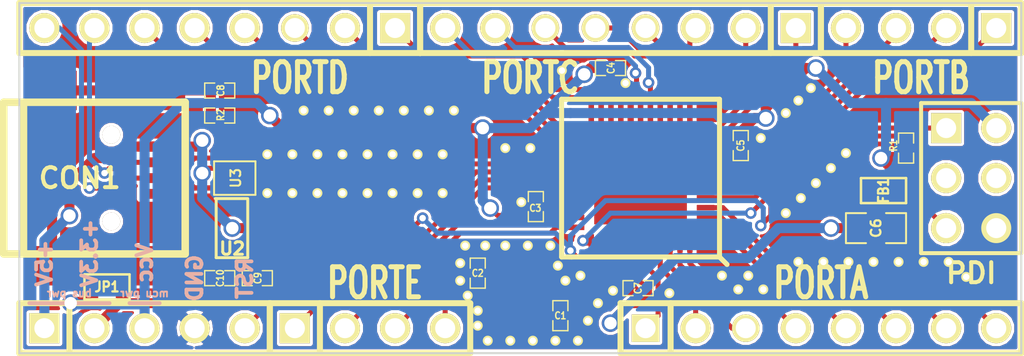
<source format=kicad_pcb>
(kicad_pcb (version 3) (host pcbnew "(2013-june-11)-stable")

  (general
    (links 160)
    (no_connects 0)
    (area 152.349999 76.149999 203.250001 94.030001)
    (thickness 1.6)
    (drawings 13)
    (tracks 352)
    (zones 0)
    (modules 97)
    (nets 43)
  )

  (page A3)
  (layers
    (15 F.Cu signal)
    (0 B.Cu signal)
    (16 B.Adhes user hide)
    (17 F.Adhes user hide)
    (18 B.Paste user)
    (19 F.Paste user)
    (20 B.SilkS user)
    (21 F.SilkS user)
    (22 B.Mask user)
    (23 F.Mask user)
    (24 Dwgs.User user hide)
    (25 Cmts.User user hide)
    (26 Eco1.User user hide)
    (27 Eco2.User user hide)
    (28 Edge.Cuts user)
  )

  (setup
    (last_trace_width 0.254)
    (trace_clearance 0.1524)
    (zone_clearance 0.1524)
    (zone_45_only yes)
    (trace_min 0.1524)
    (segment_width 0.2)
    (edge_width 0.1)
    (via_size 0.5842)
    (via_drill 0.3302)
    (via_min_size 0.508)
    (via_min_drill 0.3302)
    (uvia_size 0.508)
    (uvia_drill 0.127)
    (uvias_allowed no)
    (uvia_min_size 0.508)
    (uvia_min_drill 0.127)
    (pcb_text_width 0.3)
    (pcb_text_size 1.5 1.5)
    (mod_edge_width 0.15)
    (mod_text_size 1 1)
    (mod_text_width 0.15)
    (pad_size 0.635 1.143)
    (pad_drill 0)
    (pad_to_mask_clearance 0)
    (aux_axis_origin 0 0)
    (visible_elements FFFFFF8F)
    (pcbplotparams
      (layerselection 284983297)
      (usegerberextensions true)
      (excludeedgelayer true)
      (linewidth 0.150000)
      (plotframeref false)
      (viasonmask false)
      (mode 1)
      (useauxorigin false)
      (hpglpennumber 1)
      (hpglpenspeed 20)
      (hpglpendiameter 15)
      (hpglpenoverlay 2)
      (psnegative false)
      (psa4output false)
      (plotreference true)
      (plotvalue true)
      (plotothertext true)
      (plotinvisibletext false)
      (padsonsilk false)
      (subtractmaskfromsilk true)
      (outputformat 1)
      (mirror false)
      (drillshape 0)
      (scaleselection 1)
      (outputdirectory gerbers/))
  )

  (net 0 "")
  (net 1 AVCC)
  (net 2 D+)
  (net 3 D-)
  (net 4 GND)
  (net 5 N-0000010)
  (net 6 N-0000011)
  (net 7 N-0000012)
  (net 8 N-0000013)
  (net 9 N-0000014)
  (net 10 N-0000015)
  (net 11 N-0000016)
  (net 12 N-0000022)
  (net 13 N-0000026)
  (net 14 N-0000028)
  (net 15 N-0000029)
  (net 16 N-0000030)
  (net 17 N-0000031)
  (net 18 N-0000032)
  (net 19 N-0000033)
  (net 20 N-0000034)
  (net 21 N-0000035)
  (net 22 N-0000036)
  (net 23 N-0000037)
  (net 24 N-0000039)
  (net 25 N-0000041)
  (net 26 N-0000042)
  (net 27 N-0000043)
  (net 28 N-0000044)
  (net 29 N-0000045)
  (net 30 N-0000046)
  (net 31 N-000005)
  (net 32 N-000006)
  (net 33 N-000007)
  (net 34 N-000008)
  (net 35 N-000009)
  (net 36 PDI_DATA)
  (net 37 RESET)
  (net 38 VBUS)
  (net 39 VCC)
  (net 40 VREG)
  (net 41 XTAL1)
  (net 42 XTAL2)

  (net_class Default "This is the default net class."
    (clearance 0.1524)
    (trace_width 0.254)
    (via_dia 0.5842)
    (via_drill 0.3302)
    (uvia_dia 0.508)
    (uvia_drill 0.127)
    (add_net "")
    (add_net D+)
    (add_net D-)
    (add_net N-0000010)
    (add_net N-0000011)
    (add_net N-0000012)
    (add_net N-0000013)
    (add_net N-0000014)
    (add_net N-0000015)
    (add_net N-0000016)
    (add_net N-0000022)
    (add_net N-0000026)
    (add_net N-0000028)
    (add_net N-0000029)
    (add_net N-0000030)
    (add_net N-0000031)
    (add_net N-0000032)
    (add_net N-0000033)
    (add_net N-0000034)
    (add_net N-0000035)
    (add_net N-0000036)
    (add_net N-0000037)
    (add_net N-0000039)
    (add_net N-0000041)
    (add_net N-0000042)
    (add_net N-0000043)
    (add_net N-0000044)
    (add_net N-0000045)
    (add_net N-0000046)
    (add_net N-000005)
    (add_net N-000006)
    (add_net N-000007)
    (add_net N-000008)
    (add_net N-000009)
    (add_net PDI_DATA)
    (add_net RESET)
    (add_net XTAL1)
    (add_net XTAL2)
  )

  (net_class Power ""
    (clearance 0.1524)
    (trace_width 0.508)
    (via_dia 0.889)
    (via_drill 0.635)
    (uvia_dia 0.508)
    (uvia_drill 0.127)
    (add_net AVCC)
    (add_net GND)
    (add_net VBUS)
    (add_net VCC)
    (add_net VREG)
  )

  (module SIL-8 (layer F.Cu) (tedit 53026F3D) (tstamp 52DD51E2)
    (at 193.04 92.71)
    (descr "Connecteur 8 pins")
    (tags "CONN DEV")
    (path /52DC60FD)
    (fp_text reference P3 (at -6.35 -2.54) (layer F.SilkS) hide
      (effects (font (size 1.72974 1.08712) (thickness 0.27178)))
    )
    (fp_text value PORTA (at 0 -2.286) (layer F.SilkS)
      (effects (font (size 1.524 1.016) (thickness 0.254)))
    )
    (fp_line (start -10.16 -1.27) (end 10.16 -1.27) (layer F.SilkS) (width 0.3048))
    (fp_line (start 10.16 -1.27) (end 10.16 1.27) (layer F.SilkS) (width 0.3048))
    (fp_line (start 10.16 1.27) (end -10.16 1.27) (layer F.SilkS) (width 0.3048))
    (fp_line (start -10.16 1.27) (end -10.16 -1.27) (layer F.SilkS) (width 0.3048))
    (fp_line (start -7.62 1.27) (end -7.62 -1.27) (layer F.SilkS) (width 0.3048))
    (pad 1 thru_hole rect (at -8.89 0) (size 1.397 1.397) (drill 1.016)
      (layers *.Cu *.Mask F.SilkS)
      (net 18 N-0000032)
    )
    (pad 2 thru_hole circle (at -6.35 0) (size 1.524 1.524) (drill 1.016)
      (layers *.Cu *.Mask F.SilkS)
      (net 16 N-0000030)
    )
    (pad 3 thru_hole circle (at -3.81 0) (size 1.397 1.397) (drill 1.016)
      (layers *.Cu *.Mask F.SilkS)
      (net 14 N-0000028)
    )
    (pad 4 thru_hole circle (at -1.27 0) (size 1.524 1.524) (drill 1.016)
      (layers *.Cu *.Mask F.SilkS)
      (net 30 N-0000046)
    )
    (pad 5 thru_hole circle (at 1.27 0) (size 1.524 1.524) (drill 1.016)
      (layers *.Cu *.Mask F.SilkS)
      (net 28 N-0000044)
    )
    (pad 6 thru_hole circle (at 3.81 0) (size 1.524 1.524) (drill 1.016)
      (layers *.Cu *.Mask F.SilkS)
      (net 13 N-0000026)
    )
    (pad 7 thru_hole circle (at 6.35 0) (size 1.524 1.524) (drill 1.016)
      (layers *.Cu *.Mask F.SilkS)
      (net 23 N-0000037)
    )
    (pad 8 thru_hole circle (at 8.89 0) (size 1.524 1.524) (drill 1.016)
      (layers *.Cu *.Mask F.SilkS)
      (net 26 N-0000042)
    )
  )

  (module SIL-4 (layer F.Cu) (tedit 53026E0D) (tstamp 52DD51FF)
    (at 170.18 92.71)
    (descr "Connecteur 4 pibs")
    (tags "CONN DEV")
    (path /52DC62E8)
    (fp_text reference P1 (at 0 -2.54) (layer F.SilkS) hide
      (effects (font (size 1.73482 1.08712) (thickness 0.27178)))
    )
    (fp_text value PORTE (at 0.254 -2.286) (layer F.SilkS)
      (effects (font (size 1.524 1.016) (thickness 0.254)))
    )
    (fp_line (start -5.08 -1.27) (end -5.08 -1.27) (layer F.SilkS) (width 0.3048))
    (fp_line (start -5.08 1.27) (end -5.08 -1.27) (layer F.SilkS) (width 0.3048))
    (fp_line (start -5.08 -1.27) (end -5.08 -1.27) (layer F.SilkS) (width 0.3048))
    (fp_line (start -5.08 -1.27) (end 5.08 -1.27) (layer F.SilkS) (width 0.3048))
    (fp_line (start 5.08 -1.27) (end 5.08 1.27) (layer F.SilkS) (width 0.3048))
    (fp_line (start 5.08 1.27) (end -5.08 1.27) (layer F.SilkS) (width 0.3048))
    (fp_line (start -2.54 1.27) (end -2.54 -1.27) (layer F.SilkS) (width 0.3048))
    (pad 1 thru_hole rect (at -3.81 0) (size 1.524 1.524) (drill 1.016)
      (layers *.Cu *.Mask F.SilkS)
      (net 9 N-0000014)
    )
    (pad 2 thru_hole circle (at -1.27 0) (size 1.524 1.524) (drill 1.016)
      (layers *.Cu *.Mask F.SilkS)
      (net 8 N-0000013)
    )
    (pad 3 thru_hole circle (at 1.27 0) (size 1.524 1.524) (drill 1.016)
      (layers *.Cu *.Mask F.SilkS)
      (net 7 N-0000012)
    )
    (pad 4 thru_hole circle (at 3.81 0) (size 1.524 1.524) (drill 1.016)
      (layers *.Cu *.Mask F.SilkS)
      (net 6 N-0000011)
    )
  )

  (module SIL-5 (layer F.Cu) (tedit 53026DE4) (tstamp 52DD51F0)
    (at 160.02 92.71)
    (descr "Connecteur 5 pins")
    (tags "CONN DEV")
    (path /52DCBB23)
    (fp_text reference P6 (at -0.635 -2.54) (layer F.SilkS) hide
      (effects (font (size 1.72974 1.08712) (thickness 0.27178)))
    )
    (fp_text value PWR/RST (at -0.508 2.54) (layer F.SilkS) hide
      (effects (font (size 1.524 1.016) (thickness 0.254)))
    )
    (fp_line (start -7.62 1.27) (end -7.62 -1.27) (layer F.SilkS) (width 0.3048))
    (fp_line (start -7.62 -1.27) (end 5.08 -1.27) (layer F.SilkS) (width 0.3048))
    (fp_line (start 5.08 -1.27) (end 5.08 1.27) (layer F.SilkS) (width 0.3048))
    (fp_line (start 5.08 1.27) (end -7.62 1.27) (layer F.SilkS) (width 0.3048))
    (fp_line (start -5.08 1.27) (end -5.08 -1.27) (layer F.SilkS) (width 0.3048))
    (pad 1 thru_hole rect (at -6.35 0) (size 1.524 1.524) (drill 1.016)
      (layers *.Cu *.Mask F.SilkS)
      (net 38 VBUS)
    )
    (pad 2 thru_hole circle (at -3.81 0) (size 1.524 1.524) (drill 1.016)
      (layers *.Cu *.Mask F.SilkS)
      (net 40 VREG)
    )
    (pad 3 thru_hole circle (at -1.27 0) (size 1.524 1.524) (drill 1.016)
      (layers *.Cu *.Mask F.SilkS)
      (net 39 VCC)
    )
    (pad 4 thru_hole circle (at 1.27 0) (size 1.524 1.524) (drill 1.016)
      (layers *.Cu *.Mask F.SilkS)
      (net 4 GND)
    )
    (pad 5 thru_hole circle (at 3.81 0) (size 1.524 1.524) (drill 1.016)
      (layers *.Cu *.Mask F.SilkS)
      (net 37 RESET)
    )
  )

  (module SIL-4 (layer F.Cu) (tedit 53026DBB) (tstamp 52DD520E)
    (at 198.12 77.47 180)
    (descr "Connecteur 4 pibs")
    (tags "CONN DEV")
    (path /52DC6269)
    (fp_text reference P4 (at 0 -2.54 180) (layer F.SilkS) hide
      (effects (font (size 1.73482 1.08712) (thickness 0.27178)))
    )
    (fp_text value PORTB (at 0 -2.54 180) (layer F.SilkS)
      (effects (font (size 1.524 1.016) (thickness 0.254)))
    )
    (fp_line (start -5.08 -1.27) (end -5.08 -1.27) (layer F.SilkS) (width 0.3048))
    (fp_line (start -5.08 1.27) (end -5.08 -1.27) (layer F.SilkS) (width 0.3048))
    (fp_line (start -5.08 -1.27) (end -5.08 -1.27) (layer F.SilkS) (width 0.3048))
    (fp_line (start -5.08 -1.27) (end 5.08 -1.27) (layer F.SilkS) (width 0.3048))
    (fp_line (start 5.08 -1.27) (end 5.08 1.27) (layer F.SilkS) (width 0.3048))
    (fp_line (start 5.08 1.27) (end -5.08 1.27) (layer F.SilkS) (width 0.3048))
    (fp_line (start -2.54 1.27) (end -2.54 -1.27) (layer F.SilkS) (width 0.3048))
    (pad 1 thru_hole rect (at -3.81 0 180) (size 1.524 1.524) (drill 1.016)
      (layers *.Cu *.Mask F.SilkS)
      (net 22 N-0000036)
    )
    (pad 2 thru_hole circle (at -1.27 0 180) (size 1.524 1.524) (drill 1.016)
      (layers *.Cu *.Mask F.SilkS)
      (net 21 N-0000035)
    )
    (pad 3 thru_hole circle (at 1.27 0 180) (size 1.524 1.524) (drill 1.016)
      (layers *.Cu *.Mask F.SilkS)
      (net 12 N-0000022)
    )
    (pad 4 thru_hole circle (at 3.81 0 180) (size 1.524 1.524) (drill 1.016)
      (layers *.Cu *.Mask F.SilkS)
      (net 10 N-0000015)
    )
  )

  (module SIL-8 (layer F.Cu) (tedit 53026F2E) (tstamp 52DD51D1)
    (at 182.88 77.47 180)
    (descr "Connecteur 8 pins")
    (tags "CONN DEV")
    (path /52DC6192)
    (fp_text reference P5 (at -6.35 -2.54 180) (layer F.SilkS) hide
      (effects (font (size 1.72974 1.08712) (thickness 0.27178)))
    )
    (fp_text value PORTC (at 4.572 -2.54 180) (layer F.SilkS)
      (effects (font (size 1.524 1.016) (thickness 0.254)))
    )
    (fp_line (start -10.16 -1.27) (end 10.16 -1.27) (layer F.SilkS) (width 0.3048))
    (fp_line (start 10.16 -1.27) (end 10.16 1.27) (layer F.SilkS) (width 0.3048))
    (fp_line (start 10.16 1.27) (end -10.16 1.27) (layer F.SilkS) (width 0.3048))
    (fp_line (start -10.16 1.27) (end -10.16 -1.27) (layer F.SilkS) (width 0.3048))
    (fp_line (start -7.62 1.27) (end -7.62 -1.27) (layer F.SilkS) (width 0.3048))
    (pad 1 thru_hole rect (at -8.89 0 180) (size 1.524 1.524) (drill 1.016)
      (layers *.Cu *.Mask F.SilkS)
      (net 20 N-0000034)
    )
    (pad 2 thru_hole circle (at -6.35 0 180) (size 1.524 1.524) (drill 1.016)
      (layers *.Cu *.Mask F.SilkS)
      (net 17 N-0000031)
    )
    (pad 3 thru_hole circle (at -3.81 0 180) (size 1.524 1.524) (drill 1.016)
      (layers *.Cu *.Mask F.SilkS)
      (net 15 N-0000029)
    )
    (pad 4 thru_hole circle (at -1.27 0 180) (size 1.397 1.397) (drill 1.016)
      (layers *.Cu *.Mask F.SilkS)
      (net 19 N-0000033)
    )
    (pad 5 thru_hole circle (at 1.27 0 180) (size 1.397 1.397) (drill 1.016)
      (layers *.Cu *.Mask F.SilkS)
      (net 29 N-0000045)
    )
    (pad 6 thru_hole circle (at 3.81 0 180) (size 1.397 1.397) (drill 1.016)
      (layers *.Cu *.Mask F.SilkS)
      (net 27 N-0000043)
    )
    (pad 7 thru_hole circle (at 6.35 0 180) (size 1.524 1.524) (drill 1.016)
      (layers *.Cu *.Mask F.SilkS)
      (net 25 N-0000041)
    )
    (pad 8 thru_hole circle (at 8.89 0 180) (size 1.524 1.524) (drill 1.016)
      (layers *.Cu *.Mask F.SilkS)
      (net 24 N-0000039)
    )
  )

  (module SIL-8 (layer F.Cu) (tedit 53026F1D) (tstamp 52DD51C0)
    (at 162.56 77.47 180)
    (descr "Connecteur 8 pins")
    (tags "CONN DEV")
    (path /52DC6388)
    (fp_text reference P2 (at -6.35 -2.54 180) (layer F.SilkS) hide
      (effects (font (size 1.72974 1.08712) (thickness 0.27178)))
    )
    (fp_text value PORTD (at -4.064 -2.54 180) (layer F.SilkS)
      (effects (font (size 1.524 1.016) (thickness 0.254)))
    )
    (fp_line (start -10.16 -1.27) (end 10.16 -1.27) (layer F.SilkS) (width 0.3048))
    (fp_line (start 10.16 -1.27) (end 10.16 1.27) (layer F.SilkS) (width 0.3048))
    (fp_line (start 10.16 1.27) (end -10.16 1.27) (layer F.SilkS) (width 0.3048))
    (fp_line (start -10.16 1.27) (end -10.16 -1.27) (layer F.SilkS) (width 0.3048))
    (fp_line (start -7.62 1.27) (end -7.62 -1.27) (layer F.SilkS) (width 0.3048))
    (pad 1 thru_hole rect (at -8.89 0 180) (size 1.524 1.524) (drill 1.016)
      (layers *.Cu *.Mask F.SilkS)
      (net 5 N-0000010)
    )
    (pad 2 thru_hole circle (at -6.35 0 180) (size 1.524 1.524) (drill 1.016)
      (layers *.Cu *.Mask F.SilkS)
      (net 35 N-000009)
    )
    (pad 3 thru_hole circle (at -3.81 0 180) (size 1.397 1.397) (drill 1.016)
      (layers *.Cu *.Mask F.SilkS)
      (net 34 N-000008)
    )
    (pad 4 thru_hole circle (at -1.27 0 180) (size 1.524 1.524) (drill 1.016)
      (layers *.Cu *.Mask F.SilkS)
      (net 33 N-000007)
    )
    (pad 5 thru_hole circle (at 1.27 0 180) (size 1.524 1.524) (drill 1.016)
      (layers *.Cu *.Mask F.SilkS)
      (net 31 N-000005)
    )
    (pad 6 thru_hole circle (at 3.81 0 180) (size 1.524 1.524) (drill 1.016)
      (layers *.Cu *.Mask F.SilkS)
      (net 32 N-000006)
    )
    (pad 7 thru_hole circle (at 6.35 0 180) (size 1.524 1.524) (drill 1.016)
      (layers *.Cu *.Mask F.SilkS)
      (net 3 D-)
    )
    (pad 8 thru_hole circle (at 8.89 0 180) (size 1.524 1.524) (drill 1.016)
      (layers *.Cu *.Mask F.SilkS)
      (net 2 D+)
    )
  )

  (module HOLE (layer F.Cu) (tedit 52DE94C0) (tstamp 52DE991A)
    (at 188.0235 90.043)
    (fp_text reference HOLE (at 0.25 -1) (layer F.SilkS) hide
      (effects (font (size 1 1) (thickness 0.15)))
    )
    (fp_text value VAL** (at 0 1.25) (layer F.SilkS) hide
      (effects (font (size 1 1) (thickness 0.15)))
    )
    (pad 1 thru_hole circle (at 0 0) (size 0.508 0.508) (drill 0.3302)
      (layers *.Cu F.SilkS)
      (net 4 GND)
    )
  )

  (module HOLE (layer F.Cu) (tedit 52DE94C0) (tstamp 52DE98D8)
    (at 189.357 90.043)
    (fp_text reference HOLE (at 0.25 -1) (layer F.SilkS) hide
      (effects (font (size 1 1) (thickness 0.15)))
    )
    (fp_text value VAL** (at 0 1.25) (layer F.SilkS) hide
      (effects (font (size 1 1) (thickness 0.15)))
    )
    (pad 1 thru_hole circle (at 0 0) (size 0.508 0.508) (drill 0.3302)
      (layers *.Cu F.SilkS)
      (net 4 GND)
    )
  )

  (module HOLE (layer F.Cu) (tedit 52DE94C0) (tstamp 52DE9888)
    (at 185.3565 90.932)
    (fp_text reference HOLE (at 0.25 -1) (layer F.SilkS) hide
      (effects (font (size 1 1) (thickness 0.15)))
    )
    (fp_text value VAL** (at 0 1.25) (layer F.SilkS) hide
      (effects (font (size 1 1) (thickness 0.15)))
    )
    (pad 1 thru_hole circle (at 0 0) (size 0.508 0.508) (drill 0.3302)
      (layers *.Cu F.SilkS)
      (net 4 GND)
    )
  )

  (module HOLE (layer F.Cu) (tedit 52DE94C0) (tstamp 52DE9877)
    (at 188.849 90.7415)
    (fp_text reference HOLE (at 0.25 -1) (layer F.SilkS) hide
      (effects (font (size 1 1) (thickness 0.15)))
    )
    (fp_text value VAL** (at 0 1.25) (layer F.SilkS) hide
      (effects (font (size 1 1) (thickness 0.15)))
    )
    (pad 1 thru_hole circle (at 0 0) (size 0.508 0.508) (drill 0.3302)
      (layers *.Cu F.SilkS)
      (net 4 GND)
    )
  )

  (module HOLE (layer F.Cu) (tedit 52DE94C0) (tstamp 52DE9873)
    (at 190.119 90.7415)
    (fp_text reference HOLE (at 0.25 -1) (layer F.SilkS) hide
      (effects (font (size 1 1) (thickness 0.15)))
    )
    (fp_text value VAL** (at 0 1.25) (layer F.SilkS) hide
      (effects (font (size 1 1) (thickness 0.15)))
    )
    (pad 1 thru_hole circle (at 0 0) (size 0.508 0.508) (drill 0.3302)
      (layers *.Cu F.SilkS)
      (net 4 GND)
    )
  )

  (module HOLE (layer F.Cu) (tedit 52DE94C0) (tstamp 52DE9801)
    (at 194.437 89.3445)
    (fp_text reference HOLE (at 0.25 -1) (layer F.SilkS) hide
      (effects (font (size 1 1) (thickness 0.15)))
    )
    (fp_text value VAL** (at 0 1.25) (layer F.SilkS) hide
      (effects (font (size 1 1) (thickness 0.15)))
    )
    (pad 1 thru_hole circle (at 0 0) (size 0.508 0.508) (drill 0.3302)
      (layers *.Cu F.SilkS)
      (net 4 GND)
    )
  )

  (module HOLE (layer F.Cu) (tedit 52DE94C0) (tstamp 52DE97FD)
    (at 195.707 89.3445)
    (fp_text reference HOLE (at 0.25 -1) (layer F.SilkS) hide
      (effects (font (size 1 1) (thickness 0.15)))
    )
    (fp_text value VAL** (at 0 1.25) (layer F.SilkS) hide
      (effects (font (size 1 1) (thickness 0.15)))
    )
    (pad 1 thru_hole circle (at 0 0) (size 0.508 0.508) (drill 0.3302)
      (layers *.Cu F.SilkS)
      (net 4 GND)
    )
  )

  (module HOLE (layer F.Cu) (tedit 52DE94C0) (tstamp 52DE97F9)
    (at 193.167 89.3445)
    (fp_text reference HOLE (at 0.25 -1) (layer F.SilkS) hide
      (effects (font (size 1 1) (thickness 0.15)))
    )
    (fp_text value VAL** (at 0 1.25) (layer F.SilkS) hide
      (effects (font (size 1 1) (thickness 0.15)))
    )
    (pad 1 thru_hole circle (at 0 0) (size 0.508 0.508) (drill 0.3302)
      (layers *.Cu F.SilkS)
      (net 4 GND)
    )
  )

  (module HOLE (layer F.Cu) (tedit 52DE94C0) (tstamp 52DE97F5)
    (at 191.897 89.3445)
    (fp_text reference HOLE (at 0.25 -1) (layer F.SilkS) hide
      (effects (font (size 1 1) (thickness 0.15)))
    )
    (fp_text value VAL** (at 0 1.25) (layer F.SilkS) hide
      (effects (font (size 1 1) (thickness 0.15)))
    )
    (pad 1 thru_hole circle (at 0 0) (size 0.508 0.508) (drill 0.3302)
      (layers *.Cu F.SilkS)
      (net 4 GND)
    )
  )

  (module HOLE (layer F.Cu) (tedit 52DE94C0) (tstamp 52DE97F1)
    (at 196.977 89.3445)
    (fp_text reference HOLE (at 0.25 -1) (layer F.SilkS) hide
      (effects (font (size 1 1) (thickness 0.15)))
    )
    (fp_text value VAL** (at 0 1.25) (layer F.SilkS) hide
      (effects (font (size 1 1) (thickness 0.15)))
    )
    (pad 1 thru_hole circle (at 0 0) (size 0.508 0.508) (drill 0.3302)
      (layers *.Cu F.SilkS)
      (net 4 GND)
    )
  )

  (module HOLE (layer F.Cu) (tedit 52DE94C0) (tstamp 52DE97ED)
    (at 198.247 89.3445)
    (fp_text reference HOLE (at 0.25 -1) (layer F.SilkS) hide
      (effects (font (size 1 1) (thickness 0.15)))
    )
    (fp_text value VAL** (at 0 1.25) (layer F.SilkS) hide
      (effects (font (size 1 1) (thickness 0.15)))
    )
    (pad 1 thru_hole circle (at 0 0) (size 0.508 0.508) (drill 0.3302)
      (layers *.Cu F.SilkS)
      (net 4 GND)
    )
  )

  (module HOLE (layer F.Cu) (tedit 52DE94C0) (tstamp 52DE97E9)
    (at 200.406 90.1065)
    (fp_text reference HOLE (at 0.25 -1) (layer F.SilkS) hide
      (effects (font (size 1 1) (thickness 0.15)))
    )
    (fp_text value VAL** (at 0 1.25) (layer F.SilkS) hide
      (effects (font (size 1 1) (thickness 0.15)))
    )
    (pad 1 thru_hole circle (at 0 0) (size 0.508 0.508) (drill 0.3302)
      (layers *.Cu F.SilkS)
      (net 4 GND)
    )
  )

  (module HOLE (layer F.Cu) (tedit 52DE94C0) (tstamp 52DE97E5)
    (at 199.517 89.3445)
    (fp_text reference HOLE (at 0.25 -1) (layer F.SilkS) hide
      (effects (font (size 1 1) (thickness 0.15)))
    )
    (fp_text value VAL** (at 0 1.25) (layer F.SilkS) hide
      (effects (font (size 1 1) (thickness 0.15)))
    )
    (pad 1 thru_hole circle (at 0 0) (size 0.508 0.508) (drill 0.3302)
      (layers *.Cu F.SilkS)
      (net 4 GND)
    )
  )

  (module HOLE (layer F.Cu) (tedit 52DE94C0) (tstamp 52DE977A)
    (at 191.897 81.153)
    (fp_text reference HOLE (at 0.25 -1) (layer F.SilkS) hide
      (effects (font (size 1 1) (thickness 0.15)))
    )
    (fp_text value VAL** (at 0 1.25) (layer F.SilkS) hide
      (effects (font (size 1 1) (thickness 0.15)))
    )
    (pad 1 thru_hole circle (at 0 0) (size 0.508 0.508) (drill 0.3302)
      (layers *.Cu F.SilkS)
      (net 4 GND)
    )
  )

  (module HOLE (layer F.Cu) (tedit 52DE94C0) (tstamp 52DE976C)
    (at 189.992 83.058)
    (fp_text reference HOLE (at 0.25 -1) (layer F.SilkS) hide
      (effects (font (size 1 1) (thickness 0.15)))
    )
    (fp_text value VAL** (at 0 1.25) (layer F.SilkS) hide
      (effects (font (size 1 1) (thickness 0.15)))
    )
    (pad 1 thru_hole circle (at 0 0) (size 0.508 0.508) (drill 0.3302)
      (layers *.Cu F.SilkS)
      (net 4 GND)
    )
  )

  (module HOLE (layer F.Cu) (tedit 52DE94C0) (tstamp 52DE9768)
    (at 192.532 80.518)
    (fp_text reference HOLE (at 0.25 -1) (layer F.SilkS) hide
      (effects (font (size 1 1) (thickness 0.15)))
    )
    (fp_text value VAL** (at 0 1.25) (layer F.SilkS) hide
      (effects (font (size 1 1) (thickness 0.15)))
    )
    (pad 1 thru_hole circle (at 0 0) (size 0.508 0.508) (drill 0.3302)
      (layers *.Cu F.SilkS)
      (net 4 GND)
    )
  )

  (module HOLE (layer F.Cu) (tedit 52DE94C0) (tstamp 52DE9764)
    (at 191.262 81.788)
    (fp_text reference HOLE (at 0.25 -1) (layer F.SilkS) hide
      (effects (font (size 1 1) (thickness 0.15)))
    )
    (fp_text value VAL** (at 0 1.25) (layer F.SilkS) hide
      (effects (font (size 1 1) (thickness 0.15)))
    )
    (pad 1 thru_hole circle (at 0 0) (size 0.508 0.508) (drill 0.3302)
      (layers *.Cu F.SilkS)
      (net 4 GND)
    )
  )

  (module HOLE (layer F.Cu) (tedit 52DE94C0) (tstamp 52DE968B)
    (at 191.262 86.868)
    (fp_text reference HOLE (at 0.25 -1) (layer F.SilkS) hide
      (effects (font (size 1 1) (thickness 0.15)))
    )
    (fp_text value VAL** (at 0 1.25) (layer F.SilkS) hide
      (effects (font (size 1 1) (thickness 0.15)))
    )
    (pad 1 thru_hole circle (at 0 0) (size 0.508 0.508) (drill 0.3302)
      (layers *.Cu F.SilkS)
      (net 4 GND)
    )
  )

  (module HOLE (layer F.Cu) (tedit 52DE94C0) (tstamp 52DE965E)
    (at 193.548 84.582)
    (fp_text reference HOLE (at 0.25 -1) (layer F.SilkS) hide
      (effects (font (size 1 1) (thickness 0.15)))
    )
    (fp_text value VAL** (at 0 1.25) (layer F.SilkS) hide
      (effects (font (size 1 1) (thickness 0.15)))
    )
    (pad 1 thru_hole circle (at 0 0) (size 0.508 0.508) (drill 0.3302)
      (layers *.Cu F.SilkS)
      (net 4 GND)
    )
  )

  (module HOLE (layer F.Cu) (tedit 52DE94C0) (tstamp 52DE965A)
    (at 194.31 83.82)
    (fp_text reference HOLE (at 0.25 -1) (layer F.SilkS) hide
      (effects (font (size 1 1) (thickness 0.15)))
    )
    (fp_text value VAL** (at 0 1.25) (layer F.SilkS) hide
      (effects (font (size 1 1) (thickness 0.15)))
    )
    (pad 1 thru_hole circle (at 0 0) (size 0.508 0.508) (drill 0.3302)
      (layers *.Cu F.SilkS)
      (net 4 GND)
    )
  )

  (module HOLE (layer F.Cu) (tedit 52DE94C0) (tstamp 52DE9640)
    (at 192.786 85.344)
    (fp_text reference HOLE (at 0.25 -1) (layer F.SilkS) hide
      (effects (font (size 1 1) (thickness 0.15)))
    )
    (fp_text value VAL** (at 0 1.25) (layer F.SilkS) hide
      (effects (font (size 1 1) (thickness 0.15)))
    )
    (pad 1 thru_hole circle (at 0 0) (size 0.508 0.508) (drill 0.3302)
      (layers *.Cu F.SilkS)
      (net 4 GND)
    )
  )

  (module HOLE (layer F.Cu) (tedit 52DE94C0) (tstamp 52DE963A)
    (at 192.024 86.106)
    (fp_text reference HOLE (at 0.25 -1) (layer F.SilkS) hide
      (effects (font (size 1 1) (thickness 0.15)))
    )
    (fp_text value VAL** (at 0 1.25) (layer F.SilkS) hide
      (effects (font (size 1 1) (thickness 0.15)))
    )
    (pad 1 thru_hole circle (at 0 0) (size 0.508 0.508) (drill 0.3302)
      (layers *.Cu F.SilkS)
      (net 4 GND)
    )
  )

  (module HOLE (layer F.Cu) (tedit 52DE94C0) (tstamp 52DE961A)
    (at 168.0845 81.661)
    (fp_text reference HOLE (at 0.25 -1) (layer F.SilkS) hide
      (effects (font (size 1 1) (thickness 0.15)))
    )
    (fp_text value VAL** (at 0 1.25) (layer F.SilkS) hide
      (effects (font (size 1 1) (thickness 0.15)))
    )
    (pad 1 thru_hole circle (at 0 0) (size 0.508 0.508) (drill 0.3302)
      (layers *.Cu F.SilkS)
      (net 4 GND)
    )
  )

  (module HOLE (layer F.Cu) (tedit 52DE94C0) (tstamp 52DE9616)
    (at 169.3545 81.661)
    (fp_text reference HOLE (at 0.25 -1) (layer F.SilkS) hide
      (effects (font (size 1 1) (thickness 0.15)))
    )
    (fp_text value VAL** (at 0 1.25) (layer F.SilkS) hide
      (effects (font (size 1 1) (thickness 0.15)))
    )
    (pad 1 thru_hole circle (at 0 0) (size 0.508 0.508) (drill 0.3302)
      (layers *.Cu F.SilkS)
      (net 4 GND)
    )
  )

  (module HOLE (layer F.Cu) (tedit 52DE94C0) (tstamp 52DE9612)
    (at 166.8145 81.661)
    (fp_text reference HOLE (at 0.25 -1) (layer F.SilkS) hide
      (effects (font (size 1 1) (thickness 0.15)))
    )
    (fp_text value VAL** (at 0 1.25) (layer F.SilkS) hide
      (effects (font (size 1 1) (thickness 0.15)))
    )
    (pad 1 thru_hole circle (at 0 0) (size 0.508 0.508) (drill 0.3302)
      (layers *.Cu F.SilkS)
      (net 4 GND)
    )
  )

  (module HOLE (layer F.Cu) (tedit 52DE94C0) (tstamp 52DE960E)
    (at 170.6245 81.661)
    (fp_text reference HOLE (at 0.25 -1) (layer F.SilkS) hide
      (effects (font (size 1 1) (thickness 0.15)))
    )
    (fp_text value VAL** (at 0 1.25) (layer F.SilkS) hide
      (effects (font (size 1 1) (thickness 0.15)))
    )
    (pad 1 thru_hole circle (at 0 0) (size 0.508 0.508) (drill 0.3302)
      (layers *.Cu F.SilkS)
      (net 4 GND)
    )
  )

  (module HOLE (layer F.Cu) (tedit 52DE94C0) (tstamp 52DE960A)
    (at 171.8945 81.661)
    (fp_text reference HOLE (at 0.25 -1) (layer F.SilkS) hide
      (effects (font (size 1 1) (thickness 0.15)))
    )
    (fp_text value VAL** (at 0 1.25) (layer F.SilkS) hide
      (effects (font (size 1 1) (thickness 0.15)))
    )
    (pad 1 thru_hole circle (at 0 0) (size 0.508 0.508) (drill 0.3302)
      (layers *.Cu F.SilkS)
      (net 4 GND)
    )
  )

  (module HOLE (layer F.Cu) (tedit 52DE94C0) (tstamp 52DE9606)
    (at 174.4345 81.661)
    (fp_text reference HOLE (at 0.25 -1) (layer F.SilkS) hide
      (effects (font (size 1 1) (thickness 0.15)))
    )
    (fp_text value VAL** (at 0 1.25) (layer F.SilkS) hide
      (effects (font (size 1 1) (thickness 0.15)))
    )
    (pad 1 thru_hole circle (at 0 0) (size 0.508 0.508) (drill 0.3302)
      (layers *.Cu F.SilkS)
      (net 4 GND)
    )
  )

  (module HOLE (layer F.Cu) (tedit 52DE94C0) (tstamp 52DE9602)
    (at 173.1645 81.661)
    (fp_text reference HOLE (at 0.25 -1) (layer F.SilkS) hide
      (effects (font (size 1 1) (thickness 0.15)))
    )
    (fp_text value VAL** (at 0 1.25) (layer F.SilkS) hide
      (effects (font (size 1 1) (thickness 0.15)))
    )
    (pad 1 thru_hole circle (at 0 0) (size 0.508 0.508) (drill 0.3302)
      (layers *.Cu F.SilkS)
      (net 4 GND)
    )
  )

  (module HOLE (layer F.Cu) (tedit 52DE94C0) (tstamp 52DE95E2)
    (at 178.308 83.566)
    (fp_text reference HOLE (at 0.25 -1) (layer F.SilkS) hide
      (effects (font (size 1 1) (thickness 0.15)))
    )
    (fp_text value VAL** (at 0 1.25) (layer F.SilkS) hide
      (effects (font (size 1 1) (thickness 0.15)))
    )
    (pad 1 thru_hole circle (at 0 0) (size 0.508 0.508) (drill 0.3302)
      (layers *.Cu F.SilkS)
      (net 4 GND)
    )
  )

  (module HOLE (layer F.Cu) (tedit 52DE94C0) (tstamp 52DE95DE)
    (at 177.038 83.566)
    (fp_text reference HOLE (at 0.25 -1) (layer F.SilkS) hide
      (effects (font (size 1 1) (thickness 0.15)))
    )
    (fp_text value VAL** (at 0 1.25) (layer F.SilkS) hide
      (effects (font (size 1 1) (thickness 0.15)))
    )
    (pad 1 thru_hole circle (at 0 0) (size 0.508 0.508) (drill 0.3302)
      (layers *.Cu F.SilkS)
      (net 4 GND)
    )
  )

  (module HOLE (layer F.Cu) (tedit 52DE94C0) (tstamp 52DE950D)
    (at 167.513 85.852)
    (fp_text reference HOLE (at 0.25 -1) (layer F.SilkS) hide
      (effects (font (size 1 1) (thickness 0.15)))
    )
    (fp_text value VAL** (at 0 1.25) (layer F.SilkS) hide
      (effects (font (size 1 1) (thickness 0.15)))
    )
    (pad 1 thru_hole circle (at 0 0) (size 0.508 0.508) (drill 0.3302)
      (layers *.Cu F.SilkS)
      (net 4 GND)
    )
  )

  (module HOLE (layer F.Cu) (tedit 52DE94C0) (tstamp 52DE9509)
    (at 168.783 85.852)
    (fp_text reference HOLE (at 0.25 -1) (layer F.SilkS) hide
      (effects (font (size 1 1) (thickness 0.15)))
    )
    (fp_text value VAL** (at 0 1.25) (layer F.SilkS) hide
      (effects (font (size 1 1) (thickness 0.15)))
    )
    (pad 1 thru_hole circle (at 0 0) (size 0.508 0.508) (drill 0.3302)
      (layers *.Cu F.SilkS)
      (net 4 GND)
    )
  )

  (module HOLE (layer F.Cu) (tedit 52DE94C0) (tstamp 52DE9505)
    (at 166.243 85.852)
    (fp_text reference HOLE (at 0.25 -1) (layer F.SilkS) hide
      (effects (font (size 1 1) (thickness 0.15)))
    )
    (fp_text value VAL** (at 0 1.25) (layer F.SilkS) hide
      (effects (font (size 1 1) (thickness 0.15)))
    )
    (pad 1 thru_hole circle (at 0 0) (size 0.508 0.508) (drill 0.3302)
      (layers *.Cu F.SilkS)
      (net 4 GND)
    )
  )

  (module HOLE (layer F.Cu) (tedit 52DE94C0) (tstamp 52DE9501)
    (at 164.973 85.852)
    (fp_text reference HOLE (at 0.25 -1) (layer F.SilkS) hide
      (effects (font (size 1 1) (thickness 0.15)))
    )
    (fp_text value VAL** (at 0 1.25) (layer F.SilkS) hide
      (effects (font (size 1 1) (thickness 0.15)))
    )
    (pad 1 thru_hole circle (at 0 0) (size 0.508 0.508) (drill 0.3302)
      (layers *.Cu F.SilkS)
      (net 4 GND)
    )
  )

  (module HOLE (layer F.Cu) (tedit 52DE94C0) (tstamp 52DE94FD)
    (at 170.053 85.852)
    (fp_text reference HOLE (at 0.25 -1) (layer F.SilkS) hide
      (effects (font (size 1 1) (thickness 0.15)))
    )
    (fp_text value VAL** (at 0 1.25) (layer F.SilkS) hide
      (effects (font (size 1 1) (thickness 0.15)))
    )
    (pad 1 thru_hole circle (at 0 0) (size 0.508 0.508) (drill 0.3302)
      (layers *.Cu F.SilkS)
      (net 4 GND)
    )
  )

  (module HOLE (layer F.Cu) (tedit 52DE94C0) (tstamp 52DE94F9)
    (at 171.323 85.852)
    (fp_text reference HOLE (at 0.25 -1) (layer F.SilkS) hide
      (effects (font (size 1 1) (thickness 0.15)))
    )
    (fp_text value VAL** (at 0 1.25) (layer F.SilkS) hide
      (effects (font (size 1 1) (thickness 0.15)))
    )
    (pad 1 thru_hole circle (at 0 0) (size 0.508 0.508) (drill 0.3302)
      (layers *.Cu F.SilkS)
      (net 4 GND)
    )
  )

  (module HOLE (layer F.Cu) (tedit 52DE94C0) (tstamp 52DE94F5)
    (at 173.863 85.852)
    (fp_text reference HOLE (at 0.25 -1) (layer F.SilkS) hide
      (effects (font (size 1 1) (thickness 0.15)))
    )
    (fp_text value VAL** (at 0 1.25) (layer F.SilkS) hide
      (effects (font (size 1 1) (thickness 0.15)))
    )
    (pad 1 thru_hole circle (at 0 0) (size 0.508 0.508) (drill 0.3302)
      (layers *.Cu F.SilkS)
      (net 4 GND)
    )
  )

  (module HOLE (layer F.Cu) (tedit 52DE94C0) (tstamp 52DE94F1)
    (at 172.593 85.852)
    (fp_text reference HOLE (at 0.25 -1) (layer F.SilkS) hide
      (effects (font (size 1 1) (thickness 0.15)))
    )
    (fp_text value VAL** (at 0 1.25) (layer F.SilkS) hide
      (effects (font (size 1 1) (thickness 0.15)))
    )
    (pad 1 thru_hole circle (at 0 0) (size 0.508 0.508) (drill 0.3302)
      (layers *.Cu F.SilkS)
      (net 4 GND)
    )
  )

  (module HOLE (layer F.Cu) (tedit 52DE94C0) (tstamp 52DE94E6)
    (at 172.593 83.8835)
    (fp_text reference HOLE (at 0.25 -1) (layer F.SilkS) hide
      (effects (font (size 1 1) (thickness 0.15)))
    )
    (fp_text value VAL** (at 0 1.25) (layer F.SilkS) hide
      (effects (font (size 1 1) (thickness 0.15)))
    )
    (pad 1 thru_hole circle (at 0 0) (size 0.508 0.508) (drill 0.3302)
      (layers *.Cu F.SilkS)
      (net 4 GND)
    )
  )

  (module HOLE (layer F.Cu) (tedit 52DE94C0) (tstamp 52DE94E2)
    (at 173.863 83.8835)
    (fp_text reference HOLE (at 0.25 -1) (layer F.SilkS) hide
      (effects (font (size 1 1) (thickness 0.15)))
    )
    (fp_text value VAL** (at 0 1.25) (layer F.SilkS) hide
      (effects (font (size 1 1) (thickness 0.15)))
    )
    (pad 1 thru_hole circle (at 0 0) (size 0.508 0.508) (drill 0.3302)
      (layers *.Cu F.SilkS)
      (net 4 GND)
    )
  )

  (module HOLE (layer F.Cu) (tedit 52DE94C0) (tstamp 52DE94DE)
    (at 171.323 83.8835)
    (fp_text reference HOLE (at 0.25 -1) (layer F.SilkS) hide
      (effects (font (size 1 1) (thickness 0.15)))
    )
    (fp_text value VAL** (at 0 1.25) (layer F.SilkS) hide
      (effects (font (size 1 1) (thickness 0.15)))
    )
    (pad 1 thru_hole circle (at 0 0) (size 0.508 0.508) (drill 0.3302)
      (layers *.Cu F.SilkS)
      (net 4 GND)
    )
  )

  (module HOLE (layer F.Cu) (tedit 52DE94C0) (tstamp 52DE94DA)
    (at 170.053 83.8835)
    (fp_text reference HOLE (at 0.25 -1) (layer F.SilkS) hide
      (effects (font (size 1 1) (thickness 0.15)))
    )
    (fp_text value VAL** (at 0 1.25) (layer F.SilkS) hide
      (effects (font (size 1 1) (thickness 0.15)))
    )
    (pad 1 thru_hole circle (at 0 0) (size 0.508 0.508) (drill 0.3302)
      (layers *.Cu F.SilkS)
      (net 4 GND)
    )
  )

  (module HOLE (layer F.Cu) (tedit 52DE94C0) (tstamp 52DE94D2)
    (at 164.973 83.8835)
    (fp_text reference HOLE (at 0.25 -1) (layer F.SilkS) hide
      (effects (font (size 1 1) (thickness 0.15)))
    )
    (fp_text value VAL** (at 0 1.25) (layer F.SilkS) hide
      (effects (font (size 1 1) (thickness 0.15)))
    )
    (pad 1 thru_hole circle (at 0 0) (size 0.508 0.508) (drill 0.3302)
      (layers *.Cu F.SilkS)
      (net 4 GND)
    )
  )

  (module HOLE (layer F.Cu) (tedit 52DE94C0) (tstamp 52DE94CE)
    (at 166.243 83.8835)
    (fp_text reference HOLE (at 0.25 -1) (layer F.SilkS) hide
      (effects (font (size 1 1) (thickness 0.15)))
    )
    (fp_text value VAL** (at 0 1.25) (layer F.SilkS) hide
      (effects (font (size 1 1) (thickness 0.15)))
    )
    (pad 1 thru_hole circle (at 0 0) (size 0.508 0.508) (drill 0.3302)
      (layers *.Cu F.SilkS)
      (net 4 GND)
    )
  )

  (module HOLE (layer F.Cu) (tedit 52DE94C0) (tstamp 52DE94C9)
    (at 168.783 83.8835)
    (fp_text reference HOLE (at 0.25 -1) (layer F.SilkS) hide
      (effects (font (size 1 1) (thickness 0.15)))
    )
    (fp_text value VAL** (at 0 1.25) (layer F.SilkS) hide
      (effects (font (size 1 1) (thickness 0.15)))
    )
    (pad 1 thru_hole circle (at 0 0) (size 0.508 0.508) (drill 0.3302)
      (layers *.Cu F.SilkS)
      (net 4 GND)
    )
  )

  (module SM0805 (layer F.Cu) (tedit 52DE0CD3) (tstamp 52DD5121)
    (at 195.834 87.63 180)
    (path /52DCA924)
    (attr smd)
    (fp_text reference C6 (at 0 0 270) (layer F.SilkS)
      (effects (font (size 0.50038 0.50038) (thickness 0.10922)))
    )
    (fp_text value 3.3uF (at 0 0.381 180) (layer F.SilkS) hide
      (effects (font (size 0.50038 0.50038) (thickness 0.10922)))
    )
    (fp_line (start -0.508 0.762) (end -1.524 0.762) (layer F.SilkS) (width 0.09906))
    (fp_line (start -1.524 0.762) (end -1.524 -0.762) (layer F.SilkS) (width 0.09906))
    (fp_line (start -1.524 -0.762) (end -0.508 -0.762) (layer F.SilkS) (width 0.09906))
    (fp_line (start 0.508 -0.762) (end 1.524 -0.762) (layer F.SilkS) (width 0.09906))
    (fp_line (start 1.524 -0.762) (end 1.524 0.762) (layer F.SilkS) (width 0.09906))
    (fp_line (start 1.524 0.762) (end 0.508 0.762) (layer F.SilkS) (width 0.09906))
    (pad 1 smd rect (at -0.9525 0 180) (size 0.889 1.397)
      (layers F.Cu F.Paste F.Mask)
      (net 4 GND)
    )
    (pad 2 smd rect (at 0.9525 0 180) (size 0.889 1.397)
      (layers F.Cu F.Paste F.Mask)
      (net 1 AVCC)
    )
    (model smd/chip_cms.wrl
      (at (xyz 0 0 0))
      (scale (xyz 0.1 0.1 0.1))
      (rotate (xyz 0 0 0))
    )
  )

  (module HOLE (layer F.Cu) (tedit 52DE92AF) (tstamp 52DD98E0)
    (at 177.8508 86.3092)
    (fp_text reference HOLE (at 0.25 -1) (layer F.SilkS) hide
      (effects (font (size 1 1) (thickness 0.15)))
    )
    (fp_text value VAL** (at 0 1.25) (layer F.SilkS) hide
      (effects (font (size 1 1) (thickness 0.15)))
    )
    (pad 1 thru_hole circle (at 0 0) (size 0.508 0.508) (drill 0.3302)
      (layers *.Cu F.SilkS)
      (net 4 GND)
    )
  )

  (module HOLE (layer F.Cu) (tedit 52DD97B1) (tstamp 52DDBA41)
    (at 180.848 90.043)
    (fp_text reference HOLE (at 0.25 -1) (layer F.SilkS) hide
      (effects (font (size 1 1) (thickness 0.15)))
    )
    (fp_text value VAL** (at 0 1.25) (layer F.SilkS) hide
      (effects (font (size 1 1) (thickness 0.15)))
    )
    (pad 1 thru_hole circle (at 0 0) (size 0.508 0.508) (drill 0.3302)
      (layers *.Cu F.SilkS)
      (net 4 GND)
    )
  )

  (module HOLE (layer F.Cu) (tedit 52DD97B1) (tstamp 52DD98D8)
    (at 181.229 92.329)
    (fp_text reference HOLE (at 0.25 -1) (layer F.SilkS) hide
      (effects (font (size 1 1) (thickness 0.15)))
    )
    (fp_text value VAL** (at 0 1.25) (layer F.SilkS) hide
      (effects (font (size 1 1) (thickness 0.15)))
    )
    (pad 1 thru_hole circle (at 0 0) (size 0.508 0.508) (drill 0.3302)
      (layers *.Cu F.SilkS)
      (net 4 GND)
    )
  )

  (module HOLE (layer F.Cu) (tedit 52DD97B1) (tstamp 52DD98C4)
    (at 176.022 88.519)
    (fp_text reference HOLE (at 0.25 -1) (layer F.SilkS) hide
      (effects (font (size 1 1) (thickness 0.15)))
    )
    (fp_text value VAL** (at 0 1.25) (layer F.SilkS) hide
      (effects (font (size 1 1) (thickness 0.15)))
    )
    (pad 1 thru_hole circle (at 0 0) (size 0.508 0.508) (drill 0.3302)
      (layers *.Cu F.SilkS)
      (net 4 GND)
    )
  )

  (module HOLE (layer F.Cu) (tedit 52DD97B1) (tstamp 52DD98C0)
    (at 174.752 89.408)
    (fp_text reference HOLE (at 0.25 -1) (layer F.SilkS) hide
      (effects (font (size 1 1) (thickness 0.15)))
    )
    (fp_text value VAL** (at 0 1.25) (layer F.SilkS) hide
      (effects (font (size 1 1) (thickness 0.15)))
    )
    (pad 1 thru_hole circle (at 0 0) (size 0.508 0.508) (drill 0.3302)
      (layers *.Cu F.SilkS)
      (net 4 GND)
    )
  )

  (module HOLE (layer F.Cu) (tedit 52DD97B1) (tstamp 52DD98BC)
    (at 177.292 93.345)
    (fp_text reference HOLE (at 0.25 -1) (layer F.SilkS) hide
      (effects (font (size 1 1) (thickness 0.15)))
    )
    (fp_text value VAL** (at 0 1.25) (layer F.SilkS) hide
      (effects (font (size 1 1) (thickness 0.15)))
    )
    (pad 1 thru_hole circle (at 0 0) (size 0.508 0.508) (drill 0.3302)
      (layers *.Cu F.SilkS)
      (net 4 GND)
    )
  )

  (module HOLE (layer F.Cu) (tedit 52DD97B1) (tstamp 52DD98B8)
    (at 174.752 90.297)
    (fp_text reference HOLE (at 0.25 -1) (layer F.SilkS) hide
      (effects (font (size 1 1) (thickness 0.15)))
    )
    (fp_text value VAL** (at 0 1.25) (layer F.SilkS) hide
      (effects (font (size 1 1) (thickness 0.15)))
    )
    (pad 1 thru_hole circle (at 0 0) (size 0.508 0.508) (drill 0.3302)
      (layers *.Cu F.SilkS)
      (net 4 GND)
    )
  )

  (module HOLE (layer F.Cu) (tedit 52DD97B1) (tstamp 52DDAE8B)
    (at 175.006 88.519)
    (fp_text reference HOLE (at 0.25 -1) (layer F.SilkS) hide
      (effects (font (size 1 1) (thickness 0.15)))
    )
    (fp_text value VAL** (at 0 1.25) (layer F.SilkS) hide
      (effects (font (size 1 1) (thickness 0.15)))
    )
    (pad 1 thru_hole circle (at 0 0) (size 0.508 0.508) (drill 0.3302)
      (layers *.Cu F.SilkS)
      (net 4 GND)
    )
  )

  (module HOLE (layer F.Cu) (tedit 52DD97B1) (tstamp 52DDAE91)
    (at 176.149 93.345)
    (fp_text reference HOLE (at 0.25 -1) (layer F.SilkS) hide
      (effects (font (size 1 1) (thickness 0.15)))
    )
    (fp_text value VAL** (at 0 1.25) (layer F.SilkS) hide
      (effects (font (size 1 1) (thickness 0.15)))
    )
    (pad 1 thru_hole circle (at 0 0) (size 0.508 0.508) (drill 0.3302)
      (layers *.Cu F.SilkS)
      (net 4 GND)
    )
  )

  (module HOLE (layer F.Cu) (tedit 52DD97B1) (tstamp 52DD98A8)
    (at 179.578 93.345 180)
    (fp_text reference HOLE (at 0.25 -1 180) (layer F.SilkS) hide
      (effects (font (size 1 1) (thickness 0.15)))
    )
    (fp_text value VAL** (at 0 1.25 180) (layer F.SilkS) hide
      (effects (font (size 1 1) (thickness 0.15)))
    )
    (pad 1 thru_hole circle (at 0 0 180) (size 0.508 0.508) (drill 0.3302)
      (layers *.Cu F.SilkS)
      (net 4 GND)
    )
  )

  (module HOLE (layer F.Cu) (tedit 52DD97B1) (tstamp 52DD98A0)
    (at 180.721 93.345)
    (fp_text reference HOLE (at 0.25 -1) (layer F.SilkS) hide
      (effects (font (size 1 1) (thickness 0.15)))
    )
    (fp_text value VAL** (at 0 1.25) (layer F.SilkS) hide
      (effects (font (size 1 1) (thickness 0.15)))
    )
    (pad 1 thru_hole circle (at 0 0) (size 0.508 0.508) (drill 0.3302)
      (layers *.Cu F.SilkS)
      (net 4 GND)
    )
  )

  (module HOLE (layer F.Cu) (tedit 52DD97B1) (tstamp 52DD9898)
    (at 182.499 90.805)
    (fp_text reference HOLE (at 0.25 -1) (layer F.SilkS) hide
      (effects (font (size 1 1) (thickness 0.15)))
    )
    (fp_text value VAL** (at 0 1.25) (layer F.SilkS) hide
      (effects (font (size 1 1) (thickness 0.15)))
    )
    (pad 1 thru_hole circle (at 0 0) (size 0.508 0.508) (drill 0.3302)
      (layers *.Cu F.SilkS)
      (net 4 GND)
    )
  )

  (module HOLE (layer F.Cu) (tedit 52DD97B1) (tstamp 52DD9894)
    (at 175.641 91.821)
    (fp_text reference HOLE (at 0.25 -1) (layer F.SilkS) hide
      (effects (font (size 1 1) (thickness 0.15)))
    )
    (fp_text value VAL** (at 0 1.25) (layer F.SilkS) hide
      (effects (font (size 1 1) (thickness 0.15)))
    )
    (pad 1 thru_hole circle (at 0 0) (size 0.508 0.508) (drill 0.3302)
      (layers *.Cu F.SilkS)
      (net 4 GND)
    )
  )

  (module HOLE (layer F.Cu) (tedit 52DD97B1) (tstamp 52DD9890)
    (at 178.435 93.345)
    (fp_text reference HOLE (at 0.25 -1) (layer F.SilkS) hide
      (effects (font (size 1 1) (thickness 0.15)))
    )
    (fp_text value VAL** (at 0 1.25) (layer F.SilkS) hide
      (effects (font (size 1 1) (thickness 0.15)))
    )
    (pad 1 thru_hole circle (at 0 0) (size 0.508 0.508) (drill 0.3302)
      (layers *.Cu F.SilkS)
      (net 4 GND)
    )
  )

  (module HOLE (layer F.Cu) (tedit 52DD97B1) (tstamp 52DD988C)
    (at 175.133 91.059)
    (fp_text reference HOLE (at 0.25 -1) (layer F.SilkS) hide
      (effects (font (size 1 1) (thickness 0.15)))
    )
    (fp_text value VAL** (at 0 1.25) (layer F.SilkS) hide
      (effects (font (size 1 1) (thickness 0.15)))
    )
    (pad 1 thru_hole circle (at 0 0) (size 0.508 0.508) (drill 0.3302)
      (layers *.Cu F.SilkS)
      (net 4 GND)
    )
  )

  (module HOLE (layer F.Cu) (tedit 52DD97B1) (tstamp 52DD9888)
    (at 175.641 92.583 180)
    (fp_text reference HOLE (at 0.25 -1 180) (layer F.SilkS) hide
      (effects (font (size 1 1) (thickness 0.15)))
    )
    (fp_text value VAL** (at 0 1.25 180) (layer F.SilkS) hide
      (effects (font (size 1 1) (thickness 0.15)))
    )
    (pad 1 thru_hole circle (at 0 0 180) (size 0.508 0.508) (drill 0.3302)
      (layers *.Cu F.SilkS)
      (net 4 GND)
    )
  )

  (module HOLE (layer F.Cu) (tedit 52DD97B1) (tstamp 52DD9880)
    (at 183.134 80.264)
    (fp_text reference HOLE (at 0.25 -1) (layer F.SilkS) hide
      (effects (font (size 1 1) (thickness 0.15)))
    )
    (fp_text value VAL** (at 0 1.25) (layer F.SilkS) hide
      (effects (font (size 1 1) (thickness 0.15)))
    )
    (pad 1 thru_hole circle (at 0 0) (size 0.508 0.508) (drill 0.3302)
      (layers *.Cu F.SilkS)
      (net 4 GND)
    )
  )

  (module HOLE (layer F.Cu) (tedit 52DD97B1) (tstamp 52DDBA1B)
    (at 179.324 88.519)
    (fp_text reference HOLE (at 0.25 -1) (layer F.SilkS) hide
      (effects (font (size 1 1) (thickness 0.15)))
    )
    (fp_text value VAL** (at 0 1.25) (layer F.SilkS) hide
      (effects (font (size 1 1) (thickness 0.15)))
    )
    (pad 1 thru_hole circle (at 0 0) (size 0.508 0.508) (drill 0.3302)
      (layers *.Cu F.SilkS)
      (net 4 GND)
    )
  )

  (module HOLE (layer F.Cu) (tedit 52DD97B1) (tstamp 52DD9878)
    (at 181.737 91.44)
    (fp_text reference HOLE (at 0.25 -1) (layer F.SilkS) hide
      (effects (font (size 1 1) (thickness 0.15)))
    )
    (fp_text value VAL** (at 0 1.25) (layer F.SilkS) hide
      (effects (font (size 1 1) (thickness 0.15)))
    )
    (pad 1 thru_hole circle (at 0 0) (size 0.508 0.508) (drill 0.3302)
      (layers *.Cu F.SilkS)
      (net 4 GND)
    )
  )

  (module HOLE (layer F.Cu) (tedit 52DD97B1) (tstamp 52DDBA15)
    (at 178.181 88.519)
    (fp_text reference HOLE (at 0.25 -1) (layer F.SilkS) hide
      (effects (font (size 1 1) (thickness 0.15)))
    )
    (fp_text value VAL** (at 0 1.25) (layer F.SilkS) hide
      (effects (font (size 1 1) (thickness 0.15)))
    )
    (pad 1 thru_hole circle (at 0 0) (size 0.508 0.508) (drill 0.3302)
      (layers *.Cu F.SilkS)
      (net 4 GND)
    )
  )

  (module HOLE (layer F.Cu) (tedit 52DD97B1) (tstamp 52DD986F)
    (at 177.038 88.519)
    (fp_text reference HOLE (at 0.25 -1) (layer F.SilkS) hide
      (effects (font (size 1 1) (thickness 0.15)))
    )
    (fp_text value VAL** (at 0 1.25) (layer F.SilkS) hide
      (effects (font (size 1 1) (thickness 0.15)))
    )
    (pad 1 thru_hole circle (at 0 0) (size 0.508 0.508) (drill 0.3302)
      (layers *.Cu F.SilkS)
      (net 4 GND)
    )
  )

  (module HOLE (layer F.Cu) (tedit 52DD97B1) (tstamp 52DD986A)
    (at 179.705 89.535)
    (fp_text reference HOLE (at 0.25 -1) (layer F.SilkS) hide
      (effects (font (size 1 1) (thickness 0.15)))
    )
    (fp_text value VAL** (at 0 1.25) (layer F.SilkS) hide
      (effects (font (size 1 1) (thickness 0.15)))
    )
    (pad 1 thru_hole circle (at 0 0) (size 0.508 0.508) (drill 0.3302)
      (layers *.Cu F.SilkS)
      (net 4 GND)
    )
  )

  (module SC59   locked (layer F.Cu) (tedit 52DE0E65) (tstamp 52DD7DC6)
    (at 163.83 87.63 270)
    (path /52DCB3FB)
    (fp_text reference U2 (at 1.0414 0.635 360) (layer F.SilkS)
      (effects (font (size 0.635 0.635) (thickness 0.15)))
    )
    (fp_text value AAT3220 (at 0.5 3.25 270) (layer F.SilkS) hide
      (effects (font (size 1 1) (thickness 0.15)))
    )
    (fp_line (start -1.5 -0.1) (end -1.5 1.5) (layer F.SilkS) (width 0.15))
    (fp_line (start -1.5 1.45) (end 1.5 1.45) (layer F.SilkS) (width 0.15))
    (fp_line (start 1.5 1.45) (end 1.5 -0.15) (layer F.SilkS) (width 0.15))
    (fp_line (start 1.5 -0.15) (end -1.5 -0.15) (layer F.SilkS) (width 0.15))
    (pad 1 smd rect (at -1 1.75 270) (size 0.8 0.9)
      (layers F.Cu F.Paste F.Mask)
      (net 4 GND)
    )
    (pad 2 smd rect (at 1 1.75 270) (size 0.8 0.9)
      (layers F.Cu F.Paste F.Mask)
      (net 40 VREG)
    )
    (pad 3 smd rect (at 0 -0.45 270) (size 0.8 0.9)
      (layers F.Cu F.Paste F.Mask)
      (net 38 VBUS)
    )
  )

  (module USB_MINI_B   locked (layer F.Cu) (tedit 52DE929D) (tstamp 52DD50FF)
    (at 156.21 85.09)
    (descr "USB Mini-B 5-pin SMD connector")
    (tags "USB, Mini-B, connector")
    (path /52DC442C)
    (fp_text reference CON1 (at -0.75 0) (layer F.SilkS)
      (effects (font (size 1.016 1.016) (thickness 0.2032)))
    )
    (fp_text value USB-MINI-B (at 0 -7.0993) (layer F.SilkS) hide
      (effects (font (size 1.016 1.016) (thickness 0.2032)))
    )
    (fp_line (start -3.59918 -3.85064) (end -3.59918 3.85064) (layer F.SilkS) (width 0.381))
    (fp_line (start -4.59994 -3.85064) (end -4.59994 3.85064) (layer F.SilkS) (width 0.381))
    (fp_line (start -4.59994 3.85064) (end 4.59994 3.85064) (layer F.SilkS) (width 0.381))
    (fp_line (start 4.59994 3.85064) (end 4.59994 -3.85064) (layer F.SilkS) (width 0.381))
    (fp_line (start 4.59994 -3.85064) (end -4.59994 -3.85064) (layer F.SilkS) (width 0.381))
    (pad 1 smd rect (at 3.44932 -1.6002) (size 2.30124 0.50038)
      (layers F.Cu F.Paste F.Mask)
      (net 38 VBUS)
    )
    (pad 2 smd rect (at 3.44932 -0.8001) (size 2.30124 0.50038)
      (layers F.Cu F.Paste F.Mask)
      (net 3 D-)
    )
    (pad 3 smd rect (at 3.44932 0) (size 2.30124 0.50038)
      (layers F.Cu F.Paste F.Mask)
      (net 2 D+)
    )
    (pad 4 smd rect (at 3.44932 0.8001) (size 2.30124 0.50038)
      (layers F.Cu F.Paste F.Mask)
    )
    (pad 5 smd rect (at 3.44932 1.6002) (size 2.30124 0.50038)
      (layers F.Cu F.Paste F.Mask)
      (net 4 GND)
    )
    (pad 6 smd rect (at 3.35026 -4.45008) (size 2.49936 1.99898)
      (layers F.Cu F.Paste F.Mask)
      (net 11 N-0000016)
    )
    (pad 7 smd rect (at -2.14884 -4.45008) (size 2.49936 1.99898)
      (layers F.Cu F.Paste F.Mask)
      (net 11 N-0000016)
    )
    (pad 8 smd rect (at 3.35026 4.45008) (size 2.49936 1.99898)
      (layers F.Cu F.Paste F.Mask)
      (net 11 N-0000016)
    )
    (pad 9 smd rect (at -2.14884 4.45008) (size 2.49936 1.99898)
      (layers F.Cu F.Paste F.Mask)
      (net 11 N-0000016)
    )
    (pad "" thru_hole circle (at 0.8509 -2.19964) (size 0.89916 0.89916) (drill 0.89916)
      (layers *.Cu *.Mask F.SilkS)
    )
    (pad "" thru_hole circle (at 0.8509 2.19964) (size 0.89916 0.89916) (drill 0.89916)
      (layers *.Cu *.Mask F.SilkS)
    )
  )

  (module pin_array_3x2 (layer F.Cu) (tedit 52DE0CFE) (tstamp 52DDB1E9)
    (at 200.66 85.09 270)
    (descr "Double rangee de contacts 2 x 4 pins")
    (tags CONN)
    (path /52DC5C06)
    (fp_text reference P7 (at 0 3.75 270) (layer F.SilkS) hide
      (effects (font (size 1.016 1.016) (thickness 0.2032)))
    )
    (fp_text value PDI (at 4.826 0 360) (layer F.SilkS)
      (effects (font (size 1.016 1.016) (thickness 0.2032)))
    )
    (fp_line (start 3.81 2.54) (end -3.81 2.54) (layer F.SilkS) (width 0.2032))
    (fp_line (start -3.81 -2.54) (end 3.81 -2.54) (layer F.SilkS) (width 0.2032))
    (fp_line (start 3.81 -2.54) (end 3.81 2.54) (layer F.SilkS) (width 0.2032))
    (fp_line (start -3.81 2.54) (end -3.81 -2.54) (layer F.SilkS) (width 0.2032))
    (pad 1 thru_hole rect (at -2.54 1.27 270) (size 1.524 1.524) (drill 1.016)
      (layers *.Cu *.Mask F.SilkS)
      (net 36 PDI_DATA)
    )
    (pad 2 thru_hole circle (at -2.54 -1.27 270) (size 1.524 1.524) (drill 1.016)
      (layers *.Cu *.Mask F.SilkS)
      (net 39 VCC)
    )
    (pad 3 thru_hole circle (at 0 1.27 270) (size 1.524 1.524) (drill 1.016)
      (layers *.Cu *.Mask F.SilkS)
    )
    (pad 4 thru_hole circle (at 0 -1.27 270) (size 1.524 1.524) (drill 1.016)
      (layers *.Cu *.Mask F.SilkS)
    )
    (pad 5 thru_hole circle (at 2.54 1.27 270) (size 1.524 1.524) (drill 1.016)
      (layers *.Cu *.Mask F.SilkS)
      (net 37 RESET)
    )
    (pad 6 thru_hole circle (at 2.54 -1.27 270) (size 1.524 1.524) (drill 1.016)
      (layers *.Cu *.Mask F.SilkS)
      (net 4 GND)
    )
    (model pin_array/pins_array_3x2.wrl
      (at (xyz 0 0 0))
      (scale (xyz 1 1 1))
      (rotate (xyz 0 0 0))
    )
  )

  (module SOT553 (layer F.Cu) (tedit 52DE0E59) (tstamp 52DDF982)
    (at 163.322 85.09)
    (descr SOT553)
    (path /52DC8BF2)
    (attr smd)
    (fp_text reference U3 (at 0.0508 0 90) (layer F.SilkS)
      (effects (font (size 0.50038 0.50038) (thickness 0.09906)))
    )
    (fp_text value TPD2E001IDRLRQ1 (at 0 1.34874) (layer F.SilkS) hide
      (effects (font (size 0.50038 0.50038) (thickness 0.09906)))
    )
    (fp_line (start -1.04902 -0.8509) (end 1.04902 -0.8509) (layer F.SilkS) (width 0.09906))
    (fp_line (start 1.04902 -0.8509) (end 1.04902 0.8509) (layer F.SilkS) (width 0.09906))
    (fp_line (start 1.04902 0.8509) (end -1.04902 0.8509) (layer F.SilkS) (width 0.09906))
    (fp_line (start -1.04902 0.8509) (end -1.04902 -0.8509) (layer F.SilkS) (width 0.09906))
    (pad 1 smd rect (at -0.70104 -0.50038) (size 0.44958 0.29972)
      (layers F.Cu F.Paste F.Mask)
      (net 38 VBUS)
    )
    (pad 3 smd rect (at -0.70104 0.50038) (size 0.44958 0.29972)
      (layers F.Cu F.Paste F.Mask)
      (net 2 D+)
    )
    (pad 5 smd rect (at 0.70104 -0.50038) (size 0.44958 0.29972)
      (layers F.Cu F.Paste F.Mask)
      (net 3 D-)
    )
    (pad 2 smd rect (at -0.70104 0) (size 0.44958 0.29972)
      (layers F.Cu F.Paste F.Mask)
    )
    (pad 4 smd rect (at 0.70104 0.50038) (size 0.44958 0.29972)
      (layers F.Cu F.Paste F.Mask)
    )
    (model smd\smd_transistors\sc70-5.wrl
      (at (xyz 0 0 0))
      (scale (xyz 0.77 0.65 0.7))
      (rotate (xyz 0 0 90))
    )
  )

  (module TSX-3225 (layer F.Cu) (tedit 52DD5017) (tstamp 52DDB3E2)
    (at 176.911 92.075 90)
    (path /52DC591D)
    (fp_text reference U1 (at 1.25 -1.75 90) (layer F.SilkS) hide
      (effects (font (size 1 1) (thickness 0.15)))
    )
    (fp_text value TSX-3225 (at 1.25 3.5 90) (layer F.SilkS) hide
      (effects (font (size 1 1) (thickness 0.15)))
    )
    (pad 1 smd rect (at 0 1.6 90) (size 1.4 1.15)
      (layers F.Cu F.Paste F.Mask)
      (net 41 XTAL1)
    )
    (pad 2 smd rect (at 2.2 1.6 90) (size 1.4 1.15)
      (layers F.Cu F.Paste F.Mask)
      (net 4 GND)
    )
    (pad 3 smd rect (at 2.2 0 90) (size 1.4 1.15)
      (layers F.Cu F.Paste F.Mask)
      (net 42 XTAL2)
    )
    (pad 4 smd rect (at 0 0 90) (size 1.4 1.15)
      (layers F.Cu F.Paste F.Mask)
      (net 4 GND)
    )
  )

  (module SM0603 (layer F.Cu) (tedit 52DE0CE1) (tstamp 52DD512B)
    (at 196.215 85.725 180)
    (path /52DCA936)
    (attr smd)
    (fp_text reference FB1 (at 0 0 270) (layer F.SilkS)
      (effects (font (size 0.508 0.4572) (thickness 0.1143)))
    )
    (fp_text value FILTER (at 0 0 180) (layer F.SilkS) hide
      (effects (font (size 0.508 0.4572) (thickness 0.1143)))
    )
    (fp_line (start -1.143 -0.635) (end 1.143 -0.635) (layer F.SilkS) (width 0.127))
    (fp_line (start 1.143 -0.635) (end 1.143 0.635) (layer F.SilkS) (width 0.127))
    (fp_line (start 1.143 0.635) (end -1.143 0.635) (layer F.SilkS) (width 0.127))
    (fp_line (start -1.143 0.635) (end -1.143 -0.635) (layer F.SilkS) (width 0.127))
    (pad 1 smd rect (at -0.762 0 180) (size 0.635 1.143)
      (layers F.Cu F.Paste F.Mask)
      (net 39 VCC)
    )
    (pad 2 smd rect (at 0.762 0 180) (size 0.635 1.143)
      (layers F.Cu F.Paste F.Mask)
      (net 1 AVCC)
    )
    (model smd\resistors\R0603.wrl
      (at (xyz 0 0 0.001))
      (scale (xyz 0.5 0.5 0.5))
      (rotate (xyz 0 0 0))
    )
  )

  (module SM0402_r (layer F.Cu) (tedit 52DE0E70) (tstamp 52DDB811)
    (at 162.56 81.915)
    (path /52DC72FD)
    (attr smd)
    (fp_text reference R2 (at 0.0508 -0.0254 90) (layer F.SilkS)
      (effects (font (size 0.35052 0.3048) (thickness 0.07112)))
    )
    (fp_text value 1M (at 0.09906 0) (layer F.SilkS) hide
      (effects (font (size 0.35052 0.3048) (thickness 0.07112)))
    )
    (fp_line (start -0.254 -0.381) (end -0.762 -0.381) (layer F.SilkS) (width 0.07112))
    (fp_line (start -0.762 -0.381) (end -0.762 0.381) (layer F.SilkS) (width 0.07112))
    (fp_line (start -0.762 0.381) (end -0.254 0.381) (layer F.SilkS) (width 0.07112))
    (fp_line (start 0.254 -0.381) (end 0.762 -0.381) (layer F.SilkS) (width 0.07112))
    (fp_line (start 0.762 -0.381) (end 0.762 0.381) (layer F.SilkS) (width 0.07112))
    (fp_line (start 0.762 0.381) (end 0.254 0.381) (layer F.SilkS) (width 0.07112))
    (pad 1 smd rect (at -0.44958 0) (size 0.39878 0.59944)
      (layers F.Cu F.Paste F.Mask)
      (net 11 N-0000016)
    )
    (pad 2 smd rect (at 0.44958 0) (size 0.39878 0.59944)
      (layers F.Cu F.Paste F.Mask)
      (net 4 GND)
    )
    (model smd/resistors/R0402.wrl
      (at (xyz 0 0 0))
      (scale (xyz 0.27 0.27 0.27))
      (rotate (xyz 0 0 0))
    )
  )

  (module SM0402_r (layer F.Cu) (tedit 52DE0CEE) (tstamp 52DDFFA7)
    (at 197.358 83.566 270)
    (path /52DC9DEB)
    (attr smd)
    (fp_text reference R1 (at -0.127 0.635 270) (layer F.SilkS)
      (effects (font (size 0.35052 0.3048) (thickness 0.07112)))
    )
    (fp_text value 10k (at 0.09906 0 270) (layer F.SilkS) hide
      (effects (font (size 0.35052 0.3048) (thickness 0.07112)))
    )
    (fp_line (start -0.254 -0.381) (end -0.762 -0.381) (layer F.SilkS) (width 0.07112))
    (fp_line (start -0.762 -0.381) (end -0.762 0.381) (layer F.SilkS) (width 0.07112))
    (fp_line (start -0.762 0.381) (end -0.254 0.381) (layer F.SilkS) (width 0.07112))
    (fp_line (start 0.254 -0.381) (end 0.762 -0.381) (layer F.SilkS) (width 0.07112))
    (fp_line (start 0.762 -0.381) (end 0.762 0.381) (layer F.SilkS) (width 0.07112))
    (fp_line (start 0.762 0.381) (end 0.254 0.381) (layer F.SilkS) (width 0.07112))
    (pad 1 smd rect (at -0.44958 0 270) (size 0.39878 0.59944)
      (layers F.Cu F.Paste F.Mask)
      (net 37 RESET)
    )
    (pad 2 smd rect (at 0.44958 0 270) (size 0.39878 0.59944)
      (layers F.Cu F.Paste F.Mask)
      (net 39 VCC)
    )
    (model smd/resistors/R0402.wrl
      (at (xyz 0 0 0))
      (scale (xyz 0.27 0.27 0.27))
      (rotate (xyz 0 0 0))
    )
  )

  (module SM0402_c (layer F.Cu) (tedit 52DE0E75) (tstamp 52DDB81E)
    (at 162.56 80.645 180)
    (path /52DC730C)
    (attr smd)
    (fp_text reference C8 (at -0.0508 0 270) (layer F.SilkS)
      (effects (font (size 0.35052 0.3048) (thickness 0.07112)))
    )
    (fp_text value 4.7nF (at 0.09906 0 180) (layer F.SilkS) hide
      (effects (font (size 0.35052 0.3048) (thickness 0.07112)))
    )
    (fp_line (start -0.254 -0.381) (end -0.762 -0.381) (layer F.SilkS) (width 0.07112))
    (fp_line (start -0.762 -0.381) (end -0.762 0.381) (layer F.SilkS) (width 0.07112))
    (fp_line (start -0.762 0.381) (end -0.254 0.381) (layer F.SilkS) (width 0.07112))
    (fp_line (start 0.254 -0.381) (end 0.762 -0.381) (layer F.SilkS) (width 0.07112))
    (fp_line (start 0.762 -0.381) (end 0.762 0.381) (layer F.SilkS) (width 0.07112))
    (fp_line (start 0.762 0.381) (end 0.254 0.381) (layer F.SilkS) (width 0.07112))
    (pad 1 smd rect (at -0.44958 0 180) (size 0.39878 0.59944)
      (layers F.Cu F.Paste F.Mask)
      (net 4 GND)
    )
    (pad 2 smd rect (at 0.44958 0 180) (size 0.39878 0.59944)
      (layers F.Cu F.Paste F.Mask)
      (net 11 N-0000016)
    )
    (model smd/capacitors/C0402.wrl
      (at (xyz 0 0 0))
      (scale (xyz 0.27 0.27 0.27))
      (rotate (xyz 0 0 0))
    )
  )

  (module SM0402_c (layer F.Cu) (tedit 52DE0E85) (tstamp 52DD7DBA)
    (at 162.56 90.17)
    (path /52DCB581)
    (attr smd)
    (fp_text reference C10 (at 0.0254 0 90) (layer F.SilkS)
      (effects (font (size 0.35052 0.3048) (thickness 0.07112)))
    )
    (fp_text value 1uF (at 0.09906 0) (layer F.SilkS) hide
      (effects (font (size 0.35052 0.3048) (thickness 0.07112)))
    )
    (fp_line (start -0.254 -0.381) (end -0.762 -0.381) (layer F.SilkS) (width 0.07112))
    (fp_line (start -0.762 -0.381) (end -0.762 0.381) (layer F.SilkS) (width 0.07112))
    (fp_line (start -0.762 0.381) (end -0.254 0.381) (layer F.SilkS) (width 0.07112))
    (fp_line (start 0.254 -0.381) (end 0.762 -0.381) (layer F.SilkS) (width 0.07112))
    (fp_line (start 0.762 -0.381) (end 0.762 0.381) (layer F.SilkS) (width 0.07112))
    (fp_line (start 0.762 0.381) (end 0.254 0.381) (layer F.SilkS) (width 0.07112))
    (pad 1 smd rect (at -0.44958 0) (size 0.39878 0.59944)
      (layers F.Cu F.Paste F.Mask)
      (net 40 VREG)
    )
    (pad 2 smd rect (at 0.44958 0) (size 0.39878 0.59944)
      (layers F.Cu F.Paste F.Mask)
      (net 4 GND)
    )
    (model smd/capacitors/C0402.wrl
      (at (xyz 0 0 0))
      (scale (xyz 0.27 0.27 0.27))
      (rotate (xyz 0 0 0))
    )
  )

  (module SM0402_c (layer F.Cu) (tedit 52DE0E8A) (tstamp 52DDBA3B)
    (at 164.465 90.17 180)
    (path /52DCB14A)
    (attr smd)
    (fp_text reference C9 (at -0.0254 0 270) (layer F.SilkS)
      (effects (font (size 0.35052 0.3048) (thickness 0.07112)))
    )
    (fp_text value 0.1uF (at 0.09906 0 180) (layer F.SilkS) hide
      (effects (font (size 0.35052 0.3048) (thickness 0.07112)))
    )
    (fp_line (start -0.254 -0.381) (end -0.762 -0.381) (layer F.SilkS) (width 0.07112))
    (fp_line (start -0.762 -0.381) (end -0.762 0.381) (layer F.SilkS) (width 0.07112))
    (fp_line (start -0.762 0.381) (end -0.254 0.381) (layer F.SilkS) (width 0.07112))
    (fp_line (start 0.254 -0.381) (end 0.762 -0.381) (layer F.SilkS) (width 0.07112))
    (fp_line (start 0.762 -0.381) (end 0.762 0.381) (layer F.SilkS) (width 0.07112))
    (fp_line (start 0.762 0.381) (end 0.254 0.381) (layer F.SilkS) (width 0.07112))
    (pad 1 smd rect (at -0.44958 0 180) (size 0.39878 0.59944)
      (layers F.Cu F.Paste F.Mask)
      (net 38 VBUS)
    )
    (pad 2 smd rect (at 0.44958 0 180) (size 0.39878 0.59944)
      (layers F.Cu F.Paste F.Mask)
      (net 4 GND)
    )
    (model smd/capacitors/C0402.wrl
      (at (xyz 0 0 0))
      (scale (xyz 0.27 0.27 0.27))
      (rotate (xyz 0 0 0))
    )
  )

  (module SM0402_c (layer F.Cu) (tedit 52DE0D40) (tstamp 52DD7FDF)
    (at 183.769 90.678)
    (path /52DCAA68)
    (attr smd)
    (fp_text reference C7 (at 0 0 90) (layer F.SilkS)
      (effects (font (size 0.35052 0.3048) (thickness 0.07112)))
    )
    (fp_text value 0.1uF (at 0.09906 0) (layer F.SilkS) hide
      (effects (font (size 0.35052 0.3048) (thickness 0.07112)))
    )
    (fp_line (start -0.254 -0.381) (end -0.762 -0.381) (layer F.SilkS) (width 0.07112))
    (fp_line (start -0.762 -0.381) (end -0.762 0.381) (layer F.SilkS) (width 0.07112))
    (fp_line (start -0.762 0.381) (end -0.254 0.381) (layer F.SilkS) (width 0.07112))
    (fp_line (start 0.254 -0.381) (end 0.762 -0.381) (layer F.SilkS) (width 0.07112))
    (fp_line (start 0.762 -0.381) (end 0.762 0.381) (layer F.SilkS) (width 0.07112))
    (fp_line (start 0.762 0.381) (end 0.254 0.381) (layer F.SilkS) (width 0.07112))
    (pad 1 smd rect (at -0.44958 0) (size 0.39878 0.59944)
      (layers F.Cu F.Paste F.Mask)
      (net 4 GND)
    )
    (pad 2 smd rect (at 0.44958 0) (size 0.39878 0.59944)
      (layers F.Cu F.Paste F.Mask)
      (net 1 AVCC)
    )
    (model smd/capacitors/C0402.wrl
      (at (xyz 0 0 0))
      (scale (xyz 0.27 0.27 0.27))
      (rotate (xyz 0 0 0))
    )
  )

  (module SM0402_c (layer F.Cu) (tedit 516FD0AE) (tstamp 52DD517F)
    (at 188.976 83.439 270)
    (path /52DCA190)
    (attr smd)
    (fp_text reference C5 (at 0 0 270) (layer F.SilkS)
      (effects (font (size 0.35052 0.3048) (thickness 0.07112)))
    )
    (fp_text value 0.1uF (at 0.09906 0 270) (layer F.SilkS) hide
      (effects (font (size 0.35052 0.3048) (thickness 0.07112)))
    )
    (fp_line (start -0.254 -0.381) (end -0.762 -0.381) (layer F.SilkS) (width 0.07112))
    (fp_line (start -0.762 -0.381) (end -0.762 0.381) (layer F.SilkS) (width 0.07112))
    (fp_line (start -0.762 0.381) (end -0.254 0.381) (layer F.SilkS) (width 0.07112))
    (fp_line (start 0.254 -0.381) (end 0.762 -0.381) (layer F.SilkS) (width 0.07112))
    (fp_line (start 0.762 -0.381) (end 0.762 0.381) (layer F.SilkS) (width 0.07112))
    (fp_line (start 0.762 0.381) (end 0.254 0.381) (layer F.SilkS) (width 0.07112))
    (pad 1 smd rect (at -0.44958 0 270) (size 0.39878 0.59944)
      (layers F.Cu F.Paste F.Mask)
      (net 39 VCC)
    )
    (pad 2 smd rect (at 0.44958 0 270) (size 0.39878 0.59944)
      (layers F.Cu F.Paste F.Mask)
      (net 4 GND)
    )
    (model smd/capacitors/C0402.wrl
      (at (xyz 0 0 0))
      (scale (xyz 0.27 0.27 0.27))
      (rotate (xyz 0 0 0))
    )
  )

  (module SM0402_c (layer F.Cu) (tedit 52DE0E36) (tstamp 52DD518B)
    (at 182.372 79.502)
    (path /52DCA18A)
    (attr smd)
    (fp_text reference C4 (at 0.0254 0 90) (layer F.SilkS)
      (effects (font (size 0.35052 0.3048) (thickness 0.07112)))
    )
    (fp_text value 0.1uF (at 0.09906 0) (layer F.SilkS) hide
      (effects (font (size 0.35052 0.3048) (thickness 0.07112)))
    )
    (fp_line (start -0.254 -0.381) (end -0.762 -0.381) (layer F.SilkS) (width 0.07112))
    (fp_line (start -0.762 -0.381) (end -0.762 0.381) (layer F.SilkS) (width 0.07112))
    (fp_line (start -0.762 0.381) (end -0.254 0.381) (layer F.SilkS) (width 0.07112))
    (fp_line (start 0.254 -0.381) (end 0.762 -0.381) (layer F.SilkS) (width 0.07112))
    (fp_line (start 0.762 -0.381) (end 0.762 0.381) (layer F.SilkS) (width 0.07112))
    (fp_line (start 0.762 0.381) (end 0.254 0.381) (layer F.SilkS) (width 0.07112))
    (pad 1 smd rect (at -0.44958 0) (size 0.39878 0.59944)
      (layers F.Cu F.Paste F.Mask)
      (net 39 VCC)
    )
    (pad 2 smd rect (at 0.44958 0) (size 0.39878 0.59944)
      (layers F.Cu F.Paste F.Mask)
      (net 4 GND)
    )
    (model smd/capacitors/C0402.wrl
      (at (xyz 0 0 0))
      (scale (xyz 0.27 0.27 0.27))
      (rotate (xyz 0 0 0))
    )
  )

  (module SM0402_c (layer F.Cu) (tedit 52DE0D5E) (tstamp 52DD96CB)
    (at 178.5874 86.5378 90)
    (path /52DCA165)
    (attr smd)
    (fp_text reference C3 (at -0.0762 -0.0254 180) (layer F.SilkS)
      (effects (font (size 0.35052 0.3048) (thickness 0.07112)))
    )
    (fp_text value 0.1uF (at 0.09906 0 90) (layer F.SilkS) hide
      (effects (font (size 0.35052 0.3048) (thickness 0.07112)))
    )
    (fp_line (start -0.254 -0.381) (end -0.762 -0.381) (layer F.SilkS) (width 0.07112))
    (fp_line (start -0.762 -0.381) (end -0.762 0.381) (layer F.SilkS) (width 0.07112))
    (fp_line (start -0.762 0.381) (end -0.254 0.381) (layer F.SilkS) (width 0.07112))
    (fp_line (start 0.254 -0.381) (end 0.762 -0.381) (layer F.SilkS) (width 0.07112))
    (fp_line (start 0.762 -0.381) (end 0.762 0.381) (layer F.SilkS) (width 0.07112))
    (fp_line (start 0.762 0.381) (end 0.254 0.381) (layer F.SilkS) (width 0.07112))
    (pad 1 smd rect (at -0.44958 0 90) (size 0.39878 0.59944)
      (layers F.Cu F.Paste F.Mask)
      (net 39 VCC)
    )
    (pad 2 smd rect (at 0.44958 0 90) (size 0.39878 0.59944)
      (layers F.Cu F.Paste F.Mask)
      (net 4 GND)
    )
    (model smd/capacitors/C0402.wrl
      (at (xyz 0 0 0))
      (scale (xyz 0.27 0.27 0.27))
      (rotate (xyz 0 0 0))
    )
  )

  (module SM0402_c (layer F.Cu) (tedit 52DE0D52) (tstamp 52DDB5A9)
    (at 175.641 89.916 90)
    (path /52DC5AD4)
    (attr smd)
    (fp_text reference C2 (at 0 0 180) (layer F.SilkS)
      (effects (font (size 0.35052 0.3048) (thickness 0.07112)))
    )
    (fp_text value 10pF (at 0.09906 0 90) (layer F.SilkS) hide
      (effects (font (size 0.35052 0.3048) (thickness 0.07112)))
    )
    (fp_line (start -0.254 -0.381) (end -0.762 -0.381) (layer F.SilkS) (width 0.07112))
    (fp_line (start -0.762 -0.381) (end -0.762 0.381) (layer F.SilkS) (width 0.07112))
    (fp_line (start -0.762 0.381) (end -0.254 0.381) (layer F.SilkS) (width 0.07112))
    (fp_line (start 0.254 -0.381) (end 0.762 -0.381) (layer F.SilkS) (width 0.07112))
    (fp_line (start 0.762 -0.381) (end 0.762 0.381) (layer F.SilkS) (width 0.07112))
    (fp_line (start 0.762 0.381) (end 0.254 0.381) (layer F.SilkS) (width 0.07112))
    (pad 1 smd rect (at -0.44958 0 90) (size 0.39878 0.59944)
      (layers F.Cu F.Paste F.Mask)
      (net 4 GND)
    )
    (pad 2 smd rect (at 0.44958 0 90) (size 0.39878 0.59944)
      (layers F.Cu F.Paste F.Mask)
      (net 42 XTAL2)
    )
    (model smd/capacitors/C0402.wrl
      (at (xyz 0 0 0))
      (scale (xyz 0.27 0.27 0.27))
      (rotate (xyz 0 0 0))
    )
  )

  (module SM0402_c (layer F.Cu) (tedit 52DE0D49) (tstamp 52DD5C23)
    (at 179.832 92.075 270)
    (path /52DC5AC5)
    (attr smd)
    (fp_text reference C1 (at 0 0 360) (layer F.SilkS)
      (effects (font (size 0.35052 0.3048) (thickness 0.07112)))
    )
    (fp_text value 10pF (at 0.09906 0 270) (layer F.SilkS) hide
      (effects (font (size 0.35052 0.3048) (thickness 0.07112)))
    )
    (fp_line (start -0.254 -0.381) (end -0.762 -0.381) (layer F.SilkS) (width 0.07112))
    (fp_line (start -0.762 -0.381) (end -0.762 0.381) (layer F.SilkS) (width 0.07112))
    (fp_line (start -0.762 0.381) (end -0.254 0.381) (layer F.SilkS) (width 0.07112))
    (fp_line (start 0.254 -0.381) (end 0.762 -0.381) (layer F.SilkS) (width 0.07112))
    (fp_line (start 0.762 -0.381) (end 0.762 0.381) (layer F.SilkS) (width 0.07112))
    (fp_line (start 0.762 0.381) (end 0.254 0.381) (layer F.SilkS) (width 0.07112))
    (pad 1 smd rect (at -0.44958 0 270) (size 0.39878 0.59944)
      (layers F.Cu F.Paste F.Mask)
      (net 41 XTAL1)
    )
    (pad 2 smd rect (at 0.44958 0 270) (size 0.39878 0.59944)
      (layers F.Cu F.Paste F.Mask)
      (net 4 GND)
    )
    (model smd/capacitors/C0402.wrl
      (at (xyz 0 0 0))
      (scale (xyz 0.27 0.27 0.27))
      (rotate (xyz 0 0 0))
    )
  )

  (module HOLE (layer F.Cu) (tedit 52DD97B1) (tstamp 52DD981C)
    (at 180.086 90.297)
    (fp_text reference HOLE (at 0.25 -1) (layer F.SilkS) hide
      (effects (font (size 1 1) (thickness 0.15)))
    )
    (fp_text value VAL** (at 0 1.25) (layer F.SilkS) hide
      (effects (font (size 1 1) (thickness 0.15)))
    )
    (pad 1 thru_hole circle (at 0 0) (size 0.508 0.508) (drill 0.3302)
      (layers *.Cu F.SilkS)
      (net 4 GND)
    )
  )

  (module QFN44_7_EP   locked (layer F.Cu) (tedit 52F022EE) (tstamp 52DD5D51)
    (at 183.896 85.09 180)
    (descr "Square Quad Flat Nolead (QFN) package")
    (path /52DC440E)
    (fp_text reference IC1 (at 0 -5 180) (layer F.SilkS) hide
      (effects (font (size 1.016 1.016) (thickness 0.254)))
    )
    (fp_text value ATXMEGA128A4U-M (at 0.25 5 180) (layer F.SilkS) hide
      (effects (font (size 1.016 1.016) (thickness 0.254)))
    )
    (fp_line (start 4.003802 4.003802) (end 4.003802 -4.003802) (layer F.SilkS) (width 0.254))
    (fp_line (start 4.003802 -4.003802) (end -4.003802 -4.003802) (layer F.SilkS) (width 0.254))
    (fp_line (start -4.003802 -4.003802) (end -4.003802 4.003802) (layer F.SilkS) (width 0.254))
    (fp_line (start -4.003802 4.003802) (end 4.003802 4.003802) (layer F.SilkS) (width 0.254))
    (fp_line (start -4.003802 -4.003802) (end -4.384802 -4.384802) (layer F.SilkS) (width 0.254))
    (pad 1 smd rect (at -3.299841 -2.499868 180) (size 0.899922 0.279908)
      (layers F.Cu F.Paste F.Mask)
      (net 13 N-0000026)
      (clearance 0.2032)
    )
    (pad 2 smd rect (at -3.299841 -1.999996 180) (size 0.899922 0.279908)
      (layers F.Cu F.Paste F.Mask)
      (net 23 N-0000037)
      (clearance 0.2032)
    )
    (pad 3 smd rect (at -3.299841 -1.49987 180) (size 0.899922 0.279908)
      (layers F.Cu F.Paste F.Mask)
      (net 26 N-0000042)
      (clearance 0.2032)
    )
    (pad 4 smd rect (at -3.299841 -0.999998 180) (size 0.899922 0.279908)
      (layers F.Cu F.Paste F.Mask)
      (net 22 N-0000036)
      (clearance 0.2032)
    )
    (pad 5 smd rect (at -3.299841 -0.499872 180) (size 0.899922 0.279908)
      (layers F.Cu F.Paste F.Mask)
      (net 21 N-0000035)
      (clearance 0.2032)
    )
    (pad 6 smd rect (at -3.299841 0 180) (size 0.899922 0.279908)
      (layers F.Cu F.Paste F.Mask)
      (net 12 N-0000022)
      (clearance 0.2032)
    )
    (pad 7 smd rect (at -3.299841 0.499872 180) (size 0.899922 0.279908)
      (layers F.Cu F.Paste F.Mask)
      (net 10 N-0000015)
      (clearance 0.2032)
    )
    (pad 8 smd rect (at -3.299841 0.999998 180) (size 0.899922 0.279908)
      (layers F.Cu F.Paste F.Mask)
      (net 4 GND)
      (clearance 0.2032)
    )
    (pad 9 smd rect (at -3.299841 1.49987 180) (size 0.899922 0.279908)
      (layers F.Cu F.Paste F.Mask)
      (net 39 VCC)
      (clearance 0.2032)
    )
    (pad 10 smd rect (at -3.299841 1.999996 180) (size 0.899922 0.279908)
      (layers F.Cu F.Paste F.Mask)
      (net 20 N-0000034)
      (clearance 0.2032)
    )
    (pad 11 smd rect (at -3.299841 2.499868 180) (size 0.899922 0.279908)
      (layers F.Cu F.Paste F.Mask)
      (net 17 N-0000031)
      (clearance 0.2032)
    )
    (pad 12 smd rect (at -2.499868 3.299841 270) (size 0.899922 0.279908)
      (layers F.Cu F.Paste F.Mask)
      (net 15 N-0000029)
      (clearance 0.2032)
    )
    (pad 13 smd rect (at -1.999996 3.299841 270) (size 0.899922 0.279908)
      (layers F.Cu F.Paste F.Mask)
      (net 19 N-0000033)
      (clearance 0.2032)
    )
    (pad 14 smd rect (at -1.49987 3.299841 270) (size 0.899922 0.279908)
      (layers F.Cu F.Paste F.Mask)
      (net 29 N-0000045)
      (clearance 0.2032)
    )
    (pad 15 smd rect (at -0.999998 3.299841 270) (size 0.899922 0.279908)
      (layers F.Cu F.Paste F.Mask)
      (net 27 N-0000043)
      (clearance 0.2032)
    )
    (pad 16 smd rect (at -0.499872 3.299841 270) (size 0.899922 0.279908)
      (layers F.Cu F.Paste F.Mask)
      (net 25 N-0000041)
      (clearance 0.2032)
    )
    (pad 17 smd rect (at 0 3.299841 270) (size 0.899922 0.279908)
      (layers F.Cu F.Paste F.Mask)
      (net 24 N-0000039)
      (clearance 0.2032)
    )
    (pad 18 smd rect (at 0.499872 3.299841 270) (size 0.899922 0.279908)
      (layers F.Cu F.Paste F.Mask)
      (net 4 GND)
      (clearance 0.2032)
    )
    (pad 19 smd rect (at 0.999998 3.299841 270) (size 0.899922 0.279908)
      (layers F.Cu F.Paste F.Mask)
      (net 39 VCC)
      (clearance 0.2032)
    )
    (pad 20 smd rect (at 1.49987 3.299841 270) (size 0.899922 0.279908)
      (layers F.Cu F.Paste F.Mask)
      (net 5 N-0000010)
      (clearance 0.2032)
    )
    (pad 21 smd rect (at 1.999996 3.299841 270) (size 0.899922 0.279908)
      (layers F.Cu F.Paste F.Mask)
      (net 35 N-000009)
      (clearance 0.2032)
    )
    (pad 22 smd rect (at 2.499868 3.299841 270) (size 0.899922 0.279908)
      (layers F.Cu F.Paste F.Mask)
      (net 34 N-000008)
      (clearance 0.2032)
    )
    (pad 23 smd rect (at 3.299841 2.499868) (size 0.899922 0.279908)
      (layers F.Cu F.Paste F.Mask)
      (net 33 N-000007)
      (clearance 0.2032)
    )
    (pad 24 smd rect (at 3.299841 1.999996) (size 0.899922 0.279908)
      (layers F.Cu F.Paste F.Mask)
      (net 31 N-000005)
      (clearance 0.2032)
    )
    (pad 25 smd rect (at 3.299841 1.49987) (size 0.899922 0.279908)
      (layers F.Cu F.Paste F.Mask)
      (net 32 N-000006)
      (clearance 0.2032)
    )
    (pad 26 smd rect (at 3.299841 0.999998) (size 0.899922 0.279908)
      (layers F.Cu F.Paste F.Mask)
      (net 3 D-)
      (clearance 0.2032)
    )
    (pad 27 smd rect (at 3.299841 0.499872) (size 0.899922 0.279908)
      (layers F.Cu F.Paste F.Mask)
      (net 2 D+)
      (clearance 0.2032)
    )
    (pad 28 smd rect (at 3.299841 0) (size 0.899922 0.279908)
      (layers F.Cu F.Paste F.Mask)
      (net 9 N-0000014)
      (clearance 0.2032)
    )
    (pad 29 smd rect (at 3.299841 -0.499872) (size 0.899922 0.279908)
      (layers F.Cu F.Paste F.Mask)
      (net 8 N-0000013)
      (clearance 0.2032)
    )
    (pad 30 smd rect (at 3.299841 -0.999998) (size 0.899922 0.279908)
      (layers F.Cu F.Paste F.Mask)
      (net 4 GND)
      (clearance 0.2032)
    )
    (pad 31 smd rect (at 3.299841 -1.49987) (size 0.899922 0.279908)
      (layers F.Cu F.Paste F.Mask)
      (net 39 VCC)
      (clearance 0.2032)
    )
    (pad 32 smd rect (at 3.299841 -1.999996) (size 0.899922 0.279908)
      (layers F.Cu F.Paste F.Mask)
      (net 7 N-0000012)
      (clearance 0.2032)
    )
    (pad 33 smd rect (at 3.299841 -2.499868) (size 0.899922 0.279908)
      (layers F.Cu F.Paste F.Mask)
      (net 6 N-0000011)
      (clearance 0.2032)
    )
    (pad 34 smd rect (at 2.499868 -3.299841 90) (size 0.899922 0.279908)
      (layers F.Cu F.Paste F.Mask)
      (net 36 PDI_DATA)
      (clearance 0.2032)
    )
    (pad 35 smd rect (at 1.999996 -3.299841 90) (size 0.899922 0.279908)
      (layers F.Cu F.Paste F.Mask)
      (net 37 RESET)
      (clearance 0.2032)
    )
    (pad 36 smd rect (at 1.49987 -3.299841 90) (size 0.899922 0.279908)
      (layers F.Cu F.Paste F.Mask)
      (net 42 XTAL2)
      (clearance 0.2032)
    )
    (pad 37 smd rect (at 0.999998 -3.299841 90) (size 0.899922 0.279908)
      (layers F.Cu F.Paste F.Mask)
      (net 41 XTAL1)
      (clearance 0.2032)
    )
    (pad 38 smd rect (at 0.499872 -3.299841 90) (size 0.899922 0.279908)
      (layers F.Cu F.Paste F.Mask)
      (net 4 GND)
      (clearance 0.2032)
    )
    (pad 39 smd rect (at 0 -3.299841 90) (size 0.899922 0.279908)
      (layers F.Cu F.Paste F.Mask)
      (net 1 AVCC)
      (clearance 0.2032)
    )
    (pad 40 smd rect (at -0.499872 -3.299841 90) (size 0.899922 0.279908)
      (layers F.Cu F.Paste F.Mask)
      (net 18 N-0000032)
      (clearance 0.2032)
    )
    (pad 41 smd rect (at -0.999998 -3.299841 90) (size 0.899922 0.279908)
      (layers F.Cu F.Paste F.Mask)
      (net 16 N-0000030)
      (clearance 0.2032)
    )
    (pad 42 smd rect (at -1.49987 -3.299841 90) (size 0.899922 0.279908)
      (layers F.Cu F.Paste F.Mask)
      (net 14 N-0000028)
      (clearance 0.2032)
    )
    (pad 43 smd rect (at -1.999996 -3.299841 90) (size 0.899922 0.279908)
      (layers F.Cu F.Paste F.Mask)
      (net 30 N-0000046)
      (clearance 0.2032)
    )
    (pad 44 smd rect (at -2.499868 -3.299841 90) (size 0.899922 0.279908)
      (layers F.Cu F.Paste F.Mask)
      (net 28 N-0000044)
      (clearance 0.2032)
    )
    (pad 45 smd rect (at 0 0 180) (size 4.699762 4.699762)
      (layers F.Cu F.Paste F.Mask)
    )
  )

  (module HOLE (layer F.Cu) (tedit 52DE1794) (tstamp 52DE1786)
    (at 179.9082 79.629)
    (fp_text reference HOLE (at 0.25 -1) (layer F.SilkS) hide
      (effects (font (size 1 1) (thickness 0.15)))
    )
    (fp_text value VAL** (at 0 1.25) (layer F.SilkS) hide
      (effects (font (size 1 1) (thickness 0.15)))
    )
    (pad 1 thru_hole circle (at 0 0) (size 0.508 0.508) (drill 0.3302)
      (layers *.Cu F.SilkS)
      (net 4 GND)
    )
  )

  (module HOLE (layer F.Cu) (tedit 52DE94C0) (tstamp 52DE94BA)
    (at 167.513 83.8835)
    (fp_text reference HOLE (at 0.25 -1) (layer F.SilkS) hide
      (effects (font (size 1 1) (thickness 0.15)))
    )
    (fp_text value VAL** (at 0 1.25) (layer F.SilkS) hide
      (effects (font (size 1 1) (thickness 0.15)))
    )
    (pad 1 thru_hole circle (at 0 0) (size 0.508 0.508) (drill 0.3302)
      (layers *.Cu F.SilkS)
      (net 4 GND)
    )
  )

  (module SM0603 (layer F.Cu) (tedit 4E43A3D1) (tstamp 5302717C)
    (at 156.845 90.6145)
    (path /530271F2)
    (attr smd)
    (fp_text reference JP1 (at 0 0) (layer F.SilkS)
      (effects (font (size 0.508 0.4572) (thickness 0.1143)))
    )
    (fp_text value JUMPER (at 0 0) (layer F.SilkS) hide
      (effects (font (size 0.508 0.4572) (thickness 0.1143)))
    )
    (fp_line (start -1.143 -0.635) (end 1.143 -0.635) (layer F.SilkS) (width 0.127))
    (fp_line (start 1.143 -0.635) (end 1.143 0.635) (layer F.SilkS) (width 0.127))
    (fp_line (start 1.143 0.635) (end -1.143 0.635) (layer F.SilkS) (width 0.127))
    (fp_line (start -1.143 0.635) (end -1.143 -0.635) (layer F.SilkS) (width 0.127))
    (pad 1 smd rect (at -0.762 0) (size 0.635 1.143)
      (layers F.Cu F.Paste F.Mask)
      (net 39 VCC)
    )
    (pad 2 smd rect (at 0.762 0) (size 0.635 1.143)
      (layers F.Cu F.Paste F.Mask)
      (net 40 VREG)
    )
    (model smd\resistors\R0603.wrl
      (at (xyz 0 0 0.001))
      (scale (xyz 0.5 0.5 0.5))
      (rotate (xyz 0 0 0))
    )
  )

  (gr_text "mcu pwr" (at 158.75 90.932) (layer B.SilkS)
    (effects (font (size 0.381 0.381) (thickness 0.09525)) (justify mirror))
  )
  (gr_text "bus pwr" (at 154.94 90.932) (layer B.SilkS)
    (effects (font (size 0.381 0.381) (thickness 0.09525)) (justify mirror))
  )
  (gr_line (start 157.988 91.44) (end 159.512 91.44) (angle 90) (layer B.SilkS) (width 0.2))
  (gr_line (start 156.972 91.44) (end 152.908 91.44) (angle 90) (layer B.SilkS) (width 0.2))
  (gr_text RST (at 163.83 90.17 90) (layer B.SilkS)
    (effects (font (size 0.762 0.762) (thickness 0.1905)) (justify mirror))
  )
  (gr_text GND (at 161.29 90.17 90) (layer B.SilkS)
    (effects (font (size 0.762 0.762) (thickness 0.1905)) (justify mirror))
  )
  (gr_text Vcc (at 158.75 89.408 90) (layer B.SilkS)
    (effects (font (size 0.762 0.762) (thickness 0.1905)) (justify mirror))
  )
  (gr_text +3.3V (at 155.956 88.9 90) (layer B.SilkS)
    (effects (font (size 0.762 0.762) (thickness 0.1905)) (justify mirror))
  )
  (gr_text +5V (at 153.67 89.408 90) (layer B.SilkS)
    (effects (font (size 0.762 0.762) (thickness 0.1905)) (justify mirror))
  )
  (gr_line (start 203.2 76.2) (end 152.4 76.2) (angle 90) (layer Edge.Cuts) (width 0.1))
  (gr_line (start 203.2 93.98) (end 203.2 76.2) (angle 90) (layer Edge.Cuts) (width 0.1))
  (gr_line (start 152.4 93.98) (end 203.2 93.98) (angle 90) (layer Edge.Cuts) (width 0.1))
  (gr_line (start 152.4 76.2) (end 152.4 93.98) (angle 90) (layer Edge.Cuts) (width 0.1))

  (segment (start 184.21858 90.678) (end 184.21858 91.11742) (width 0.508) (layer F.Cu) (net 1))
  (segment (start 193.548 87.63) (end 194.8815 87.63) (width 0.508) (layer F.Cu) (net 1) (tstamp 52DE04E3))
  (via (at 193.548 87.63) (size 0.889) (layers F.Cu B.Cu) (net 1))
  (segment (start 190.881 87.63) (end 193.548 87.63) (width 0.508) (layer B.Cu) (net 1) (tstamp 52DE04D6))
  (segment (start 189.357 89.154) (end 190.881 87.63) (width 0.508) (layer B.Cu) (net 1) (tstamp 52DE04D4))
  (segment (start 188.087 89.154) (end 189.357 89.154) (width 0.508) (layer B.Cu) (net 1) (tstamp 52DE04D3))
  (segment (start 188.087 89.154) (end 188.087 89.154) (width 0.508) (layer B.Cu) (net 1) (tstamp 52DE04CE))
  (segment (start 185.674 89.154) (end 188.087 89.154) (width 0.508) (layer B.Cu) (net 1) (tstamp 52DE04C1))
  (segment (start 182.372 92.456) (end 185.674 89.154) (width 0.508) (layer B.Cu) (net 1) (tstamp 52DE04C0))
  (via (at 182.372 92.456) (size 0.889) (layers F.Cu B.Cu) (net 1))
  (segment (start 183.388 91.44) (end 182.372 92.456) (width 0.508) (layer F.Cu) (net 1) (tstamp 52DE04B9))
  (segment (start 183.896 91.44) (end 183.388 91.44) (width 0.508) (layer F.Cu) (net 1) (tstamp 52DE04B6))
  (segment (start 184.21858 91.11742) (end 183.896 91.44) (width 0.508) (layer F.Cu) (net 1) (tstamp 52DE04B4))
  (segment (start 194.8815 87.63) (end 194.8815 86.2965) (width 0.508) (layer F.Cu) (net 1))
  (segment (start 194.8815 86.2965) (end 195.453 85.725) (width 0.508) (layer F.Cu) (net 1) (tstamp 52DE04A6))
  (segment (start 183.896 90.35542) (end 184.21858 90.678) (width 0.254) (layer F.Cu) (net 1) (tstamp 52DDC4B5))
  (segment (start 183.896 88.389841) (end 183.896 90.35542) (width 0.254) (layer F.Cu) (net 1))
  (segment (start 159.65932 85.09) (end 160.782 85.09) (width 0.254) (layer F.Cu) (net 2))
  (segment (start 160.782 85.09) (end 161.28238 85.59038) (width 0.254) (layer F.Cu) (net 2) (tstamp 52DE04F5))
  (segment (start 161.28238 85.59038) (end 162.62096 85.59038) (width 0.254) (layer F.Cu) (net 2) (tstamp 52DE04F7))
  (segment (start 180.596159 84.590128) (end 179.63794 84.590128) (width 0.254) (layer F.Cu) (net 2))
  (segment (start 163.07562 85.59038) (end 162.23996 85.59038) (width 0.254) (layer F.Cu) (net 2) (tstamp 52DDFA04))
  (segment (start 163.576 85.09) (end 163.07562 85.59038) (width 0.254) (layer F.Cu) (net 2) (tstamp 52DDF9FF))
  (segment (start 175.24704 85.09) (end 163.576 85.09) (width 0.254) (layer F.Cu) (net 2) (tstamp 52DDF9F7))
  (segment (start 175.559972 84.777068) (end 175.24704 85.09) (width 0.254) (layer F.Cu) (net 2) (tstamp 52DDF9BE))
  (segment (start 179.451 84.777068) (end 175.559972 84.777068) (width 0.254) (layer F.Cu) (net 2) (tstamp 52DDF9BC))
  (segment (start 179.63794 84.590128) (end 179.451 84.777068) (width 0.254) (layer F.Cu) (net 2) (tstamp 52DDF9B7))
  (segment (start 161.28238 85.59038) (end 162.23996 85.59038) (width 0.254) (layer F.Cu) (net 2) (tstamp 52DDF991))
  (segment (start 160.782 85.09) (end 161.28238 85.59038) (width 0.254) (layer F.Cu) (net 2) (tstamp 52DDF990))
  (segment (start 159.65932 85.09) (end 157.48 85.09) (width 0.254) (layer F.Cu) (net 2))
  (segment (start 154.432 77.47) (end 153.67 77.47) (width 0.254) (layer B.Cu) (net 2) (tstamp 52DDFEFF))
  (segment (start 155.549598 78.587598) (end 154.432 77.47) (width 0.254) (layer B.Cu) (net 2) (tstamp 52DDFEFA))
  (segment (start 155.549598 85.191598) (end 155.549598 78.587598) (width 0.254) (layer B.Cu) (net 2) (tstamp 52DDFEF8))
  (segment (start 155.956 85.598) (end 155.549598 85.191598) (width 0.254) (layer B.Cu) (net 2) (tstamp 52DDFEF7))
  (via (at 155.956 85.598) (size 0.5842) (layers F.Cu B.Cu) (net 2))
  (segment (start 156.972 85.598) (end 155.956 85.598) (width 0.254) (layer F.Cu) (net 2) (tstamp 52DDFEEE))
  (segment (start 157.48 85.09) (end 156.972 85.598) (width 0.254) (layer F.Cu) (net 2) (tstamp 52DDFEE7))
  (segment (start 159.65932 84.2899) (end 158.018444 84.2899) (width 0.254) (layer F.Cu) (net 3))
  (segment (start 155.956 77.724) (end 156.21 77.47) (width 0.254) (layer B.Cu) (net 3) (tstamp 52DDFED4))
  (segment (start 155.956 84.074) (end 155.956 77.724) (width 0.254) (layer B.Cu) (net 3) (tstamp 52DDFECF))
  (segment (start 156.718 84.836) (end 155.956 84.074) (width 0.254) (layer B.Cu) (net 3) (tstamp 52DDFECE))
  (via (at 156.718 84.836) (size 0.5842) (layers F.Cu B.Cu) (net 3))
  (segment (start 156.946598 84.607402) (end 156.718 84.836) (width 0.254) (layer F.Cu) (net 3) (tstamp 52DDFECB))
  (segment (start 157.700942 84.607402) (end 156.946598 84.607402) (width 0.254) (layer F.Cu) (net 3) (tstamp 52DDFEC2))
  (segment (start 158.018444 84.2899) (end 157.700942 84.607402) (width 0.254) (layer F.Cu) (net 3) (tstamp 52DDFEC1))
  (segment (start 164.02304 84.58962) (end 164.02304 84.622638) (width 0.254) (layer F.Cu) (net 3))
  (segment (start 179.561998 84.090002) (end 180.596159 84.090002) (width 0.254) (layer F.Cu) (net 3) (tstamp 52DDFB78))
  (segment (start 179.281334 84.370666) (end 179.561998 84.090002) (width 0.254) (layer F.Cu) (net 3) (tstamp 52DDFB72))
  (segment (start 179.07 84.370666) (end 179.281334 84.370666) (width 0.254) (layer F.Cu) (net 3) (tstamp 52DDFB6B))
  (segment (start 179.07 84.370666) (end 179.07 84.370666) (width 0.254) (layer F.Cu) (net 3) (tstamp 52DDFB69))
  (segment (start 175.391634 84.370666) (end 179.07 84.370666) (width 0.254) (layer F.Cu) (net 3) (tstamp 52DDFB68))
  (segment (start 175.078702 84.683598) (end 175.391634 84.370666) (width 0.254) (layer F.Cu) (net 3) (tstamp 52DDFB67))
  (segment (start 164.084 84.683598) (end 175.078702 84.683598) (width 0.254) (layer F.Cu) (net 3) (tstamp 52DDFB5F))
  (segment (start 164.02304 84.622638) (end 164.084 84.683598) (width 0.254) (layer F.Cu) (net 3) (tstamp 52DDFB57))
  (segment (start 159.65932 84.2899) (end 161.0741 84.2899) (width 0.254) (layer F.Cu) (net 3))
  (segment (start 163.50742 84.074) (end 164.02304 84.58962) (width 0.254) (layer F.Cu) (net 3) (tstamp 52DDFB53))
  (segment (start 161.29 84.074) (end 163.50742 84.074) (width 0.254) (layer F.Cu) (net 3) (tstamp 52DDFB4F))
  (segment (start 161.0741 84.2899) (end 161.29 84.074) (width 0.254) (layer F.Cu) (net 3) (tstamp 52DDFB4E))
  (segment (start 161.29 92.71) (end 163.068 90.932) (width 0.508) (layer F.Cu) (net 4))
  (segment (start 163.068 90.22842) (end 163.00958 90.17) (width 0.508) (layer F.Cu) (net 4) (tstamp 52DE05C0))
  (segment (start 163.068 90.932) (end 163.068 90.22842) (width 0.508) (layer F.Cu) (net 4) (tstamp 52DE05BC))
  (segment (start 182.39613 81.790159) (end 182.39613 81.03419) (width 0.254) (layer F.Cu) (net 5))
  (segment (start 179.325742 80.29413) (end 177.924014 78.892402) (width 0.254) (layer F.Cu) (net 5) (tstamp 52DE13EE))
  (segment (start 177.924014 78.892402) (end 172.872402 78.892402) (width 0.254) (layer F.Cu) (net 5) (tstamp 52DE13F3))
  (segment (start 172.872402 78.892402) (end 171.45 77.47) (width 0.254) (layer F.Cu) (net 5) (tstamp 52DE13F4))
  (segment (start 179.62581 80.594198) (end 179.325742 80.29413) (width 0.254) (layer F.Cu) (net 5) (tstamp 52DE161C))
  (segment (start 181.956138 80.594198) (end 179.62581 80.594198) (width 0.254) (layer F.Cu) (net 5) (tstamp 52DE161A))
  (segment (start 182.39613 81.03419) (end 181.956138 80.594198) (width 0.254) (layer F.Cu) (net 5) (tstamp 52DE1613))
  (segment (start 180.596159 87.589868) (end 179.618132 87.589868) (width 0.254) (layer F.Cu) (net 6))
  (segment (start 173.99 88.646) (end 173.99 92.71) (width 0.254) (layer F.Cu) (net 6) (tstamp 52DDBAED))
  (segment (start 174.752 87.884) (end 173.99 88.646) (width 0.254) (layer F.Cu) (net 6) (tstamp 52DDBAEB))
  (segment (start 179.324 87.884) (end 174.752 87.884) (width 0.254) (layer F.Cu) (net 6) (tstamp 52DDBAE7))
  (segment (start 179.618132 87.589868) (end 179.324 87.884) (width 0.254) (layer F.Cu) (net 6) (tstamp 52DDBAE5))
  (segment (start 180.596159 87.089996) (end 179.483004 87.089996) (width 0.254) (layer F.Cu) (net 7))
  (segment (start 173.583598 90.576402) (end 171.45 92.71) (width 0.254) (layer F.Cu) (net 7) (tstamp 52DDBB0A))
  (segment (start 173.583598 88.477662) (end 173.583598 90.576402) (width 0.254) (layer F.Cu) (net 7) (tstamp 52DDBB07))
  (segment (start 174.583662 87.477598) (end 173.583598 88.477662) (width 0.254) (layer F.Cu) (net 7) (tstamp 52DDBB06))
  (segment (start 179.095402 87.477598) (end 174.583662 87.477598) (width 0.254) (layer F.Cu) (net 7) (tstamp 52DDBB05))
  (segment (start 179.483004 87.089996) (end 179.095402 87.477598) (width 0.254) (layer F.Cu) (net 7) (tstamp 52DDBB04))
  (segment (start 180.596159 85.589872) (end 175.896648 85.589872) (width 0.254) (layer F.Cu) (net 8))
  (segment (start 170.053 91.567) (end 168.91 92.71) (width 0.254) (layer F.Cu) (net 8) (tstamp 52DDBB7C))
  (segment (start 172.01826 91.567) (end 170.053 91.567) (width 0.254) (layer F.Cu) (net 8) (tstamp 52DDBB77))
  (segment (start 173.177196 90.408064) (end 172.01826 91.567) (width 0.254) (layer F.Cu) (net 8) (tstamp 52DDBB75))
  (segment (start 173.177196 88.309324) (end 173.177196 90.408064) (width 0.254) (layer F.Cu) (net 8) (tstamp 52DDBB70))
  (segment (start 175.896648 85.589872) (end 173.177196 88.309324) (width 0.254) (layer F.Cu) (net 8) (tstamp 52DDBB6D))
  (segment (start 180.596159 85.09) (end 179.79847 85.09) (width 0.254) (layer F.Cu) (net 9))
  (segment (start 167.919402 91.160598) (end 166.37 92.71) (width 0.254) (layer F.Cu) (net 9) (tstamp 52DDBB95))
  (segment (start 171.849922 91.160598) (end 167.919402 91.160598) (width 0.254) (layer F.Cu) (net 9) (tstamp 52DDBB91))
  (segment (start 172.770794 90.239726) (end 171.849922 91.160598) (width 0.254) (layer F.Cu) (net 9) (tstamp 52DDBB90))
  (segment (start 172.770794 88.140986) (end 172.770794 90.239726) (width 0.254) (layer F.Cu) (net 9) (tstamp 52DDBB8C))
  (segment (start 175.72831 85.18347) (end 172.770794 88.140986) (width 0.254) (layer F.Cu) (net 9) (tstamp 52DDBB8B))
  (segment (start 179.705 85.18347) (end 175.72831 85.18347) (width 0.254) (layer F.Cu) (net 9) (tstamp 52DDBB88))
  (segment (start 179.79847 85.09) (end 179.705 85.18347) (width 0.254) (layer F.Cu) (net 9) (tstamp 52DDBB83))
  (segment (start 187.195841 84.590128) (end 189.475872 84.590128) (width 0.254) (layer F.Cu) (net 10))
  (segment (start 194.31 79.756) (end 194.31 77.47) (width 0.254) (layer F.Cu) (net 10) (tstamp 52DDC6BD))
  (segment (start 189.475872 84.590128) (end 194.31 79.756) (width 0.254) (layer F.Cu) (net 10) (tstamp 52DDC6BC))
  (segment (start 159.56026 80.63992) (end 162.10534 80.63992) (width 0.508) (layer F.Cu) (net 11))
  (segment (start 162.10534 80.63992) (end 162.11042 80.645) (width 0.508) (layer F.Cu) (net 11) (tstamp 52DDFA47))
  (segment (start 162.11042 80.645) (end 162.11042 81.915) (width 0.508) (layer F.Cu) (net 11) (tstamp 52DDFA48))
  (segment (start 154.06116 89.54008) (end 159.56026 89.54008) (width 0.508) (layer F.Cu) (net 11))
  (segment (start 154.06116 89.54008) (end 154.06116 80.63992) (width 0.508) (layer F.Cu) (net 11))
  (segment (start 154.06116 80.63992) (end 159.56026 80.63992) (width 0.508) (layer F.Cu) (net 11) (tstamp 52DDF6C1))
  (segment (start 187.195841 85.09) (end 189.55074 85.09) (width 0.254) (layer F.Cu) (net 12))
  (segment (start 196.85 77.79074) (end 196.85 77.47) (width 0.254) (layer F.Cu) (net 12) (tstamp 52DDC6C2))
  (segment (start 189.55074 85.09) (end 196.85 77.79074) (width 0.254) (layer F.Cu) (net 12) (tstamp 52DDC6C1))
  (segment (start 187.195841 87.589868) (end 187.919868 87.589868) (width 0.254) (layer F.Cu) (net 13))
  (segment (start 195.021196 90.881196) (end 196.85 92.71) (width 0.254) (layer F.Cu) (net 13) (tstamp 52DDC5DA))
  (segment (start 191.211196 90.881196) (end 195.021196 90.881196) (width 0.254) (layer F.Cu) (net 13) (tstamp 52DDC5D3))
  (segment (start 187.919868 87.589868) (end 191.211196 90.881196) (width 0.254) (layer F.Cu) (net 13) (tstamp 52DDC5CE))
  (segment (start 185.39587 88.389841) (end 185.39587 89.57113) (width 0.254) (layer F.Cu) (net 14))
  (segment (start 188.53474 92.71) (end 189.23 92.71) (width 0.254) (layer F.Cu) (net 14) (tstamp 52DDC5A8))
  (segment (start 185.39587 89.57113) (end 188.53474 92.71) (width 0.254) (layer F.Cu) (net 14) (tstamp 52DDC5A7))
  (segment (start 186.395868 81.790159) (end 186.395868 77.764132) (width 0.254) (layer F.Cu) (net 15))
  (segment (start 186.395868 77.764132) (end 186.69 77.47) (width 0.254) (layer F.Cu) (net 15) (tstamp 52DDC438))
  (segment (start 184.895998 88.389841) (end 184.895998 89.645998) (width 0.254) (layer F.Cu) (net 16))
  (segment (start 186.69 91.44) (end 186.69 92.71) (width 0.254) (layer F.Cu) (net 16) (tstamp 52DDC5A3))
  (segment (start 184.895998 89.645998) (end 186.69 91.44) (width 0.254) (layer F.Cu) (net 16) (tstamp 52DDC5A0))
  (segment (start 187.195841 82.590132) (end 187.792868 82.590132) (width 0.254) (layer F.Cu) (net 17))
  (segment (start 189.23 81.153) (end 189.23 77.47) (width 0.254) (layer F.Cu) (net 17) (tstamp 52DDC5FD))
  (segment (start 187.792868 82.590132) (end 189.23 81.153) (width 0.254) (layer F.Cu) (net 17) (tstamp 52DDC5FC))
  (segment (start 184.395872 88.389841) (end 184.395872 89.780872) (width 0.254) (layer F.Cu) (net 18))
  (segment (start 184.785 92.075) (end 184.15 92.71) (width 0.254) (layer F.Cu) (net 18) (tstamp 52DDC4EC))
  (segment (start 184.785 90.17) (end 184.785 92.075) (width 0.254) (layer F.Cu) (net 18) (tstamp 52DDC4EB))
  (segment (start 184.395872 89.780872) (end 184.785 90.17) (width 0.254) (layer F.Cu) (net 18) (tstamp 52DDC4E3))
  (segment (start 185.895996 81.790159) (end 185.895996 79.330036) (width 0.254) (layer F.Cu) (net 19))
  (segment (start 184.15 77.58404) (end 184.15 77.47) (width 0.254) (layer F.Cu) (net 19) (tstamp 52DDBF9C))
  (segment (start 185.895996 79.330036) (end 184.15 77.58404) (width 0.254) (layer F.Cu) (net 19) (tstamp 52DDBF9A))
  (segment (start 187.195841 83.090004) (end 187.867736 83.090004) (width 0.254) (layer F.Cu) (net 20))
  (segment (start 191.77 79.18774) (end 191.77 77.47) (width 0.254) (layer F.Cu) (net 20) (tstamp 52DDC603))
  (segment (start 187.867736 83.090004) (end 191.77 79.18774) (width 0.254) (layer F.Cu) (net 20) (tstamp 52DDC602))
  (segment (start 187.195841 85.589872) (end 189.625608 85.589872) (width 0.254) (layer F.Cu) (net 21))
  (segment (start 198.12 78.74) (end 199.39 77.47) (width 0.254) (layer F.Cu) (net 21) (tstamp 52DDC6C8))
  (segment (start 196.47548 78.74) (end 198.12 78.74) (width 0.254) (layer F.Cu) (net 21) (tstamp 52DDC6C7))
  (segment (start 189.625608 85.589872) (end 196.47548 78.74) (width 0.254) (layer F.Cu) (net 21) (tstamp 52DDC6C5))
  (segment (start 187.195841 86.089998) (end 189.700222 86.089998) (width 0.254) (layer F.Cu) (net 22))
  (segment (start 200.253598 79.146402) (end 201.93 77.47) (width 0.254) (layer F.Cu) (net 22) (tstamp 52DDC6D6))
  (segment (start 196.643818 79.146402) (end 200.253598 79.146402) (width 0.254) (layer F.Cu) (net 22) (tstamp 52DDC6D0))
  (segment (start 189.700222 86.089998) (end 196.643818 79.146402) (width 0.254) (layer F.Cu) (net 22) (tstamp 52DDC6CE))
  (segment (start 187.195841 87.089996) (end 187.994736 87.089996) (width 0.254) (layer F.Cu) (net 23))
  (segment (start 197.154794 90.474794) (end 199.39 92.71) (width 0.254) (layer F.Cu) (net 23) (tstamp 52DDC5E7))
  (segment (start 191.379534 90.474794) (end 197.154794 90.474794) (width 0.254) (layer F.Cu) (net 23) (tstamp 52DDC5E3))
  (segment (start 187.994736 87.089996) (end 191.379534 90.474794) (width 0.254) (layer F.Cu) (net 23) (tstamp 52DDC5E1))
  (segment (start 175.387002 78.867002) (end 173.99 77.47) (width 0.254) (layer B.Cu) (net 24) (tstamp 52DE171C))
  (segment (start 183.1086 78.867002) (end 175.387002 78.867002) (width 0.254) (layer B.Cu) (net 24) (tstamp 52DE171A))
  (segment (start 183.642 79.400402) (end 183.1086 78.867002) (width 0.254) (layer B.Cu) (net 24) (tstamp 52DE1718))
  (segment (start 183.642 79.756) (end 183.642 79.400402) (width 0.254) (layer B.Cu) (net 24))
  (segment (start 183.896 81.790159) (end 183.896 80.7974) (width 0.254) (layer F.Cu) (net 24))
  (via (at 183.642 79.756) (size 0.5842) (layers F.Cu B.Cu) (net 24))
  (segment (start 183.6928 79.8068) (end 183.642 79.756) (width 0.254) (layer F.Cu) (net 24) (tstamp 52DE14DC))
  (segment (start 183.6928 80.5942) (end 183.6928 79.8068) (width 0.254) (layer F.Cu) (net 24) (tstamp 52DE14D3))
  (segment (start 183.896 80.7974) (end 183.6928 80.5942) (width 0.254) (layer F.Cu) (net 24) (tstamp 52DE14C8))
  (segment (start 184.3024 80.2386) (end 184.3024 79.486062) (width 0.254) (layer B.Cu) (net 25))
  (segment (start 184.395872 80.332072) (end 184.3024 80.2386) (width 0.254) (layer F.Cu) (net 25) (tstamp 52DE14F0))
  (via (at 184.3024 80.2386) (size 0.5842) (layers F.Cu B.Cu) (net 25))
  (segment (start 184.395872 81.790159) (end 184.395872 80.332072) (width 0.254) (layer F.Cu) (net 25))
  (segment (start 177.5206 78.4606) (end 176.53 77.47) (width 0.254) (layer B.Cu) (net 25) (tstamp 52DE1704))
  (segment (start 183.276938 78.4606) (end 177.5206 78.4606) (width 0.254) (layer B.Cu) (net 25) (tstamp 52DE16F4))
  (segment (start 184.3024 79.486062) (end 183.276938 78.4606) (width 0.254) (layer B.Cu) (net 25) (tstamp 52DE16E1))
  (segment (start 187.195841 86.58987) (end 188.06935 86.58987) (width 0.254) (layer F.Cu) (net 26))
  (segment (start 199.288392 90.068392) (end 201.93 92.71) (width 0.254) (layer F.Cu) (net 26) (tstamp 52DDC5F6))
  (segment (start 191.547872 90.068392) (end 199.288392 90.068392) (width 0.254) (layer F.Cu) (net 26) (tstamp 52DDC5F3))
  (segment (start 188.06935 86.58987) (end 191.547872 90.068392) (width 0.254) (layer F.Cu) (net 26) (tstamp 52DDC5EF))
  (segment (start 184.895998 81.790159) (end 184.895998 79.479518) (width 0.254) (layer F.Cu) (net 27))
  (segment (start 180.086 78.486) (end 179.07 77.47) (width 0.254) (layer F.Cu) (net 27) (tstamp 52DDC2EB))
  (segment (start 183.19426 78.486) (end 180.086 78.486) (width 0.254) (layer F.Cu) (net 27) (tstamp 52DDC2E9))
  (segment (start 183.600662 78.892402) (end 183.19426 78.486) (width 0.254) (layer F.Cu) (net 27) (tstamp 52DDC2E8))
  (segment (start 184.308882 78.892402) (end 183.600662 78.892402) (width 0.254) (layer F.Cu) (net 27) (tstamp 52DDC2E5))
  (segment (start 184.895998 79.479518) (end 184.308882 78.892402) (width 0.254) (layer F.Cu) (net 27) (tstamp 52DDC2E0))
  (segment (start 186.395868 88.389841) (end 186.395868 89.421648) (width 0.254) (layer F.Cu) (net 28))
  (segment (start 192.887598 91.287598) (end 194.31 92.71) (width 0.254) (layer F.Cu) (net 28) (tstamp 52DDC5B7))
  (segment (start 188.261818 91.287598) (end 192.887598 91.287598) (width 0.254) (layer F.Cu) (net 28) (tstamp 52DDC5B4))
  (segment (start 186.395868 89.421648) (end 188.261818 91.287598) (width 0.254) (layer F.Cu) (net 28) (tstamp 52DDC5B3))
  (segment (start 185.39587 81.790159) (end 185.39587 79.40465) (width 0.254) (layer F.Cu) (net 29))
  (segment (start 182.753 77.47) (end 181.61 77.47) (width 0.254) (layer F.Cu) (net 29) (tstamp 52DDC128))
  (segment (start 183.769 78.486) (end 182.753 77.47) (width 0.254) (layer F.Cu) (net 29) (tstamp 52DDC125))
  (segment (start 184.47722 78.486) (end 183.769 78.486) (width 0.254) (layer F.Cu) (net 29) (tstamp 52DDC124))
  (segment (start 185.39587 79.40465) (end 184.47722 78.486) (width 0.254) (layer F.Cu) (net 29) (tstamp 52DDC122))
  (segment (start 185.895996 88.389841) (end 185.895996 89.496516) (width 0.254) (layer F.Cu) (net 30))
  (segment (start 190.754 91.694) (end 191.77 92.71) (width 0.254) (layer F.Cu) (net 30) (tstamp 52DDC5AF))
  (segment (start 188.09348 91.694) (end 190.754 91.694) (width 0.254) (layer F.Cu) (net 30) (tstamp 52DDC5AC))
  (segment (start 185.895996 89.496516) (end 188.09348 91.694) (width 0.254) (layer F.Cu) (net 30) (tstamp 52DDC5AB))
  (segment (start 180.596159 83.090004) (end 179.822656 83.090004) (width 0.254) (layer F.Cu) (net 31))
  (segment (start 162.712402 78.892402) (end 161.29 77.47) (width 0.254) (layer F.Cu) (net 31) (tstamp 52DDC3EF))
  (segment (start 166.642922 78.892402) (end 162.712402 78.892402) (width 0.254) (layer F.Cu) (net 31) (tstamp 52DDC3EA))
  (segment (start 168.26853 80.51801) (end 166.642922 78.892402) (width 0.254) (layer F.Cu) (net 31) (tstamp 52DDC3E5))
  (segment (start 177.250662 80.51801) (end 168.26853 80.51801) (width 0.254) (layer F.Cu) (net 31) (tstamp 52DDC3E2))
  (segment (start 179.822656 83.090004) (end 177.250662 80.51801) (width 0.254) (layer F.Cu) (net 31) (tstamp 52DDC3E1))
  (segment (start 180.596159 83.59013) (end 179.748042 83.59013) (width 0.254) (layer F.Cu) (net 32))
  (segment (start 160.02 78.74) (end 158.75 77.47) (width 0.254) (layer F.Cu) (net 32) (tstamp 52DDC411))
  (segment (start 161.925 78.74) (end 160.02 78.74) (width 0.254) (layer F.Cu) (net 32) (tstamp 52DDC40E))
  (segment (start 162.483804 79.298804) (end 161.925 78.74) (width 0.254) (layer F.Cu) (net 32) (tstamp 52DDC40A))
  (segment (start 166.474584 79.298804) (end 162.483804 79.298804) (width 0.254) (layer F.Cu) (net 32) (tstamp 52DDC405))
  (segment (start 168.100192 80.924412) (end 166.474584 79.298804) (width 0.254) (layer F.Cu) (net 32) (tstamp 52DDC401))
  (segment (start 177.082324 80.924412) (end 168.100192 80.924412) (width 0.254) (layer F.Cu) (net 32) (tstamp 52DDC3FA))
  (segment (start 179.748042 83.59013) (end 177.082324 80.924412) (width 0.254) (layer F.Cu) (net 32) (tstamp 52DDC3F8))
  (segment (start 180.596159 82.590132) (end 179.897524 82.590132) (width 0.254) (layer F.Cu) (net 33))
  (segment (start 164.846 78.486) (end 163.83 77.47) (width 0.254) (layer F.Cu) (net 33) (tstamp 52DDC3DD))
  (segment (start 166.81126 78.486) (end 164.846 78.486) (width 0.254) (layer F.Cu) (net 33) (tstamp 52DDC3DA))
  (segment (start 168.436868 80.111608) (end 166.81126 78.486) (width 0.254) (layer F.Cu) (net 33) (tstamp 52DDC3CF))
  (segment (start 177.419 80.111608) (end 168.436868 80.111608) (width 0.254) (layer F.Cu) (net 33) (tstamp 52DDC3CC))
  (segment (start 179.897524 82.590132) (end 177.419 80.111608) (width 0.254) (layer F.Cu) (net 33) (tstamp 52DDC3C6))
  (segment (start 181.396132 81.790159) (end 179.672291 81.790159) (width 0.254) (layer F.Cu) (net 34))
  (segment (start 178.989066 81.106934) (end 177.587338 79.705206) (width 0.254) (layer F.Cu) (net 34) (tstamp 52DE1368))
  (segment (start 177.587338 79.705206) (end 168.605206 79.705206) (width 0.254) (layer F.Cu) (net 34) (tstamp 52DE136B))
  (segment (start 168.605206 79.705206) (end 166.37 77.47) (width 0.254) (layer F.Cu) (net 34) (tstamp 52DE136C))
  (segment (start 179.672291 81.790159) (end 178.989066 81.106934) (width 0.254) (layer F.Cu) (net 34) (tstamp 52DE15C0))
  (segment (start 181.896004 81.790159) (end 181.896004 81.108804) (width 0.254) (layer F.Cu) (net 35))
  (segment (start 179.157404 80.700532) (end 177.755676 79.298804) (width 0.254) (layer F.Cu) (net 35) (tstamp 52DE13A5))
  (segment (start 177.755676 79.298804) (end 170.738804 79.298804) (width 0.254) (layer F.Cu) (net 35) (tstamp 52DE13AA))
  (segment (start 170.738804 79.298804) (end 168.91 77.47) (width 0.254) (layer F.Cu) (net 35) (tstamp 52DE13B2))
  (segment (start 179.457472 81.0006) (end 179.157404 80.700532) (width 0.254) (layer F.Cu) (net 35) (tstamp 52DE160E))
  (segment (start 181.7878 81.0006) (end 179.457472 81.0006) (width 0.254) (layer F.Cu) (net 35) (tstamp 52DE160C))
  (segment (start 181.896004 81.108804) (end 181.7878 81.0006) (width 0.254) (layer F.Cu) (net 35) (tstamp 52DE15E9))
  (segment (start 189.484 86.868) (end 189.49696 86.868) (width 0.254) (layer F.Cu) (net 36))
  (segment (start 182.372 86.868) (end 189.484 86.868) (width 0.254) (layer B.Cu) (net 36) (tstamp 52DDC761))
  (via (at 189.484 86.868) (size 0.5842) (layers F.Cu B.Cu) (net 36))
  (segment (start 181.396132 88.389841) (end 181.099841 88.389841) (width 0.254) (layer F.Cu) (net 36))
  (via (at 180.975 88.265) (size 0.5842) (layers F.Cu B.Cu) (net 36))
  (segment (start 181.099841 88.389841) (end 180.975 88.265) (width 0.254) (layer F.Cu) (net 36) (tstamp 52DDBA54))
  (segment (start 180.975 88.265) (end 182.372 86.868) (width 0.254) (layer B.Cu) (net 36))
  (segment (start 193.81496 82.55) (end 199.39 82.55) (width 0.254) (layer F.Cu) (net 36) (tstamp 52DDC827))
  (segment (start 189.49696 86.868) (end 193.81496 82.55) (width 0.254) (layer F.Cu) (net 36) (tstamp 52DDC825))
  (segment (start 189.992 87.503) (end 190.5 86.995) (width 0.254) (layer F.Cu) (net 37))
  (segment (start 180.34 88.011) (end 182.118 86.233) (width 0.254) (layer B.Cu) (net 37) (tstamp 52DDC79D))
  (segment (start 182.118 86.233) (end 189.738 86.233) (width 0.254) (layer B.Cu) (net 37) (tstamp 52DDC7A0))
  (segment (start 189.738 86.233) (end 190.119 86.614) (width 0.254) (layer B.Cu) (net 37) (tstamp 52DDC7A9))
  (segment (start 190.119 86.614) (end 190.119 87.376) (width 0.254) (layer B.Cu) (net 37) (tstamp 52DDC7AD))
  (segment (start 190.119 87.376) (end 189.992 87.503) (width 0.254) (layer B.Cu) (net 37) (tstamp 52DDC7B0))
  (via (at 189.992 87.503) (size 0.5842) (layers F.Cu B.Cu) (net 37))
  (segment (start 180.34 88.773) (end 180.34 88.011) (width 0.254) (layer B.Cu) (net 37))
  (segment (start 198.12 86.36) (end 199.39 87.63) (width 0.254) (layer F.Cu) (net 37) (tstamp 52DDC84C))
  (segment (start 198.12 83.439) (end 198.12 86.36) (width 0.254) (layer F.Cu) (net 37) (tstamp 52DDC846))
  (segment (start 197.637402 82.956402) (end 198.12 83.439) (width 0.254) (layer F.Cu) (net 37) (tstamp 52DDC842))
  (segment (start 193.983298 82.956402) (end 197.637402 82.956402) (width 0.254) (layer F.Cu) (net 37) (tstamp 52DDC83E))
  (segment (start 190.5 86.4397) (end 193.983298 82.956402) (width 0.254) (layer F.Cu) (net 37) (tstamp 52DDC83D))
  (segment (start 190.5 86.995) (end 190.5 86.4397) (width 0.254) (layer F.Cu) (net 37) (tstamp 52DDC82D))
  (segment (start 180.34 88.773) (end 180.34 88.646) (width 0.254) (layer B.Cu) (net 37))
  (segment (start 181.896004 89.121996) (end 181.61 89.408) (width 0.254) (layer F.Cu) (net 37) (tstamp 52DDBA4A))
  (segment (start 181.61 89.408) (end 180.975 89.408) (width 0.254) (layer F.Cu) (net 37) (tstamp 52DDBA4B))
  (segment (start 180.975 89.408) (end 180.34 88.773) (width 0.254) (layer F.Cu) (net 37) (tstamp 52DDBA4C))
  (via (at 180.34 88.773) (size 0.5842) (layers F.Cu B.Cu) (net 37))
  (segment (start 181.896004 88.389841) (end 181.896004 89.121996) (width 0.254) (layer F.Cu) (net 37))
  (segment (start 165.1 91.44) (end 163.83 92.71) (width 0.254) (layer F.Cu) (net 37) (tstamp 52DDBD5C))
  (segment (start 167.06526 91.44) (end 165.1 91.44) (width 0.254) (layer F.Cu) (net 37) (tstamp 52DDBD58))
  (segment (start 167.751064 90.754196) (end 167.06526 91.44) (width 0.254) (layer F.Cu) (net 37) (tstamp 52DDBD47))
  (segment (start 171.681584 90.754196) (end 167.751064 90.754196) (width 0.254) (layer F.Cu) (net 37) (tstamp 52DDBD46))
  (segment (start 172.364392 90.071388) (end 171.681584 90.754196) (width 0.254) (layer F.Cu) (net 37) (tstamp 52DDBD45))
  (segment (start 172.364392 87.604608) (end 172.364392 90.071388) (width 0.254) (layer F.Cu) (net 37) (tstamp 52DDBD42))
  (segment (start 172.847 87.122) (end 172.364392 87.604608) (width 0.254) (layer F.Cu) (net 37) (tstamp 52DDBD41))
  (via (at 172.847 87.122) (size 0.5842) (layers F.Cu B.Cu) (net 37))
  (segment (start 173.609 87.884) (end 172.847 87.122) (width 0.254) (layer B.Cu) (net 37) (tstamp 52DDBD27))
  (segment (start 179.578 87.884) (end 173.609 87.884) (width 0.254) (layer B.Cu) (net 37) (tstamp 52DDBD21))
  (segment (start 180.34 88.646) (end 179.578 87.884) (width 0.254) (layer B.Cu) (net 37) (tstamp 52DDBD1C))
  (segment (start 159.65932 83.4898) (end 158.0642 83.4898) (width 0.508) (layer F.Cu) (net 38))
  (via (at 154.94 86.995) (size 0.889) (layers F.Cu B.Cu) (net 38))
  (segment (start 154.94 86.995) (end 153.67 88.265) (width 0.508) (layer B.Cu) (net 38) (tstamp 52DDFD04))
  (segment (start 153.67 88.265) (end 153.67 92.71) (width 0.508) (layer B.Cu) (net 38) (tstamp 52DDFD05))
  (segment (start 154.94 85.344) (end 154.94 86.995) (width 0.508) (layer F.Cu) (net 38) (tstamp 52DDFE8C))
  (segment (start 156.21 84.074) (end 154.94 85.344) (width 0.508) (layer F.Cu) (net 38) (tstamp 52DDFE89))
  (segment (start 157.48 84.074) (end 156.21 84.074) (width 0.508) (layer F.Cu) (net 38) (tstamp 52DDFE84))
  (segment (start 158.0642 83.4898) (end 157.48 84.074) (width 0.508) (layer F.Cu) (net 38) (tstamp 52DDFE72))
  (segment (start 159.65932 83.4898) (end 158.4452 83.4898) (width 0.508) (layer F.Cu) (net 38))
  (segment (start 161.671 84.836) (end 161.671 86.106) (width 0.508) (layer B.Cu) (net 38))
  (segment (start 163.195 87.63) (end 164.28 87.63) (width 0.508) (layer F.Cu) (net 38) (tstamp 52DDFCB7))
  (via (at 163.195 87.63) (size 0.889) (layers F.Cu B.Cu) (net 38))
  (segment (start 161.671 86.106) (end 163.195 87.63) (width 0.508) (layer B.Cu) (net 38) (tstamp 52DDFCB2))
  (segment (start 164.91458 90.17) (end 164.91458 88.26458) (width 0.508) (layer F.Cu) (net 38))
  (segment (start 164.91458 88.26458) (end 164.28 87.63) (width 0.508) (layer F.Cu) (net 38) (tstamp 52DDFC4A))
  (segment (start 161.3662 83.4898) (end 161.671 83.185) (width 0.508) (layer F.Cu) (net 38))
  (segment (start 161.91738 84.58962) (end 161.671 84.836) (width 0.254) (layer F.Cu) (net 38) (tstamp 52DDFB96))
  (segment (start 161.3662 83.4898) (end 159.65932 83.4898) (width 0.508) (layer F.Cu) (net 38))
  (via (at 161.671 84.836) (size 0.889) (layers F.Cu B.Cu) (net 38))
  (segment (start 161.671 83.185) (end 161.671 84.836) (width 0.508) (layer B.Cu) (net 38) (tstamp 52DDFB47))
  (via (at 161.671 83.185) (size 0.889) (layers F.Cu B.Cu) (net 38))
  (segment (start 162.62096 84.58962) (end 161.91738 84.58962) (width 0.254) (layer F.Cu) (net 38))
  (segment (start 156.083 90.805) (end 155.5115 91.3765) (width 0.508) (layer F.Cu) (net 39))
  (segment (start 155.067 91.5035) (end 158.75 91.5035) (width 0.508) (layer B.Cu) (net 39) (tstamp 53036125))
  (segment (start 155.0035 91.44) (end 155.067 91.5035) (width 0.508) (layer B.Cu) (net 39) (tstamp 53036124))
  (via (at 155.0035 91.44) (size 0.889) (layers F.Cu B.Cu) (net 39))
  (segment (start 155.067 91.3765) (end 155.0035 91.44) (width 0.508) (layer F.Cu) (net 39) (tstamp 53036122))
  (segment (start 155.5115 91.3765) (end 155.067 91.3765) (width 0.508) (layer F.Cu) (net 39) (tstamp 53036121))
  (segment (start 179.07 81.788) (end 181.0385 79.8195) (width 0.508) (layer B.Cu) (net 39))
  (segment (start 181.356 79.502) (end 181.92242 79.502) (width 0.508) (layer F.Cu) (net 39) (tstamp 52DE1671))
  (segment (start 181.0385 79.8195) (end 181.356 79.502) (width 0.508) (layer F.Cu) (net 39) (tstamp 52DE1670))
  (via (at 181.0385 79.8195) (size 0.889) (layers F.Cu B.Cu) (net 39))
  (segment (start 175.895 82.55) (end 178.308 82.55) (width 0.508) (layer B.Cu) (net 39))
  (segment (start 187.706 81.788) (end 187.96 82.042) (width 0.508) (layer B.Cu) (net 39) (tstamp 52DE0420))
  (segment (start 187.96 82.042) (end 190.246 82.042) (width 0.508) (layer B.Cu) (net 39) (tstamp 52DE0429))
  (via (at 190.246 82.042) (size 0.889) (layers F.Cu B.Cu) (net 39))
  (segment (start 180.34 81.788) (end 187.706 81.788) (width 0.508) (layer B.Cu) (net 39) (tstamp 52DE041F))
  (segment (start 179.07 81.788) (end 180.34 81.788) (width 0.508) (layer B.Cu) (net 39) (tstamp 52DE159B))
  (segment (start 178.308 82.55) (end 179.07 81.788) (width 0.508) (layer B.Cu) (net 39) (tstamp 52DE158E))
  (segment (start 182.896002 81.790159) (end 182.896002 80.788002) (width 0.254) (layer F.Cu) (net 39))
  (segment (start 181.92242 79.81442) (end 181.92242 79.502) (width 0.254) (layer F.Cu) (net 39) (tstamp 52DE1443))
  (segment (start 182.896002 80.788002) (end 181.92242 79.81442) (width 0.254) (layer F.Cu) (net 39) (tstamp 52DE1441))
  (segment (start 196.977 85.725) (end 196.977 84.963) (width 0.508) (layer F.Cu) (net 39))
  (segment (start 196.977 84.963) (end 196.088 84.074) (width 0.508) (layer F.Cu) (net 39) (tstamp 52DE048B))
  (segment (start 196.342 81.28) (end 196.342 83.82) (width 0.508) (layer B.Cu) (net 39))
  (segment (start 196.14642 84.01558) (end 197.358 84.01558) (width 0.508) (layer F.Cu) (net 39) (tstamp 52DE0487))
  (segment (start 196.088 84.074) (end 196.14642 84.01558) (width 0.508) (layer F.Cu) (net 39) (tstamp 52DE0486))
  (via (at 196.088 84.074) (size 0.889) (layers F.Cu B.Cu) (net 39))
  (segment (start 196.342 83.82) (end 196.088 84.074) (width 0.508) (layer B.Cu) (net 39) (tstamp 52DE0481))
  (segment (start 190.246 82.042) (end 190.246 81.534) (width 0.508) (layer F.Cu) (net 39))
  (segment (start 190.246 81.534) (end 192.278 79.502) (width 0.508) (layer F.Cu) (net 39) (tstamp 52DE0450))
  (segment (start 192.278 79.502) (end 192.786 79.502) (width 0.508) (layer F.Cu) (net 39) (tstamp 52DE0454))
  (via (at 192.786 79.502) (size 0.889) (layers F.Cu B.Cu) (net 39))
  (segment (start 192.786 79.502) (end 194.564 81.28) (width 0.508) (layer B.Cu) (net 39) (tstamp 52DE045C))
  (segment (start 194.564 81.28) (end 196.342 81.28) (width 0.508) (layer B.Cu) (net 39) (tstamp 52DE045D))
  (segment (start 200.66 81.28) (end 201.93 82.55) (width 0.508) (layer B.Cu) (net 39) (tstamp 52DE046C))
  (segment (start 196.342 81.28) (end 200.66 81.28) (width 0.508) (layer B.Cu) (net 39) (tstamp 52DE047F))
  (segment (start 188.976 82.98942) (end 188.976 82.736084) (width 0.508) (layer F.Cu) (net 39))
  (segment (start 188.976 82.736084) (end 189.670084 82.042) (width 0.508) (layer F.Cu) (net 39) (tstamp 52DE0439))
  (segment (start 189.670084 82.042) (end 190.246 82.042) (width 0.508) (layer F.Cu) (net 39) (tstamp 52DE043C))
  (segment (start 178.5874 86.98738) (end 176.64938 86.98738) (width 0.254) (layer F.Cu) (net 39))
  (segment (start 176.64938 86.98738) (end 176.276 86.614) (width 0.254) (layer F.Cu) (net 39) (tstamp 52DE037A))
  (segment (start 175.895 82.55) (end 175.895 86.233) (width 0.508) (layer B.Cu) (net 39))
  (via (at 176.276 86.614) (size 0.889) (layers F.Cu B.Cu) (net 39))
  (segment (start 175.895 86.233) (end 176.276 86.614) (width 0.508) (layer B.Cu) (net 39) (tstamp 52DE0363))
  (segment (start 158.75 83.185) (end 158.75 91.5035) (width 0.508) (layer B.Cu) (net 39))
  (segment (start 158.75 91.5035) (end 158.75 92.71) (width 0.508) (layer B.Cu) (net 39) (tstamp 53036128))
  (segment (start 158.75 83.185) (end 160.655 81.28) (width 0.508) (layer B.Cu) (net 39) (tstamp 52DE02FD))
  (segment (start 160.655 81.28) (end 164.465 81.28) (width 0.508) (layer B.Cu) (net 39) (tstamp 52DE02FF))
  (segment (start 164.465 81.28) (end 165.1 81.915) (width 0.508) (layer B.Cu) (net 39) (tstamp 52DE0301))
  (via (at 165.1 81.915) (size 0.889) (layers F.Cu B.Cu) (net 39))
  (segment (start 165.1 81.915) (end 165.735 82.55) (width 0.508) (layer F.Cu) (net 39) (tstamp 52DE0309))
  (segment (start 165.735 82.55) (end 175.895 82.55) (width 0.508) (layer F.Cu) (net 39) (tstamp 52DE030A))
  (via (at 175.895 82.55) (size 0.889) (layers F.Cu B.Cu) (net 39))
  (segment (start 178.90871 86.58987) (end 178.63058 86.868) (width 0.254) (layer F.Cu) (net 39) (tstamp 52DDBB5F))
  (segment (start 187.195841 83.59013) (end 187.94235 83.59013) (width 0.254) (layer F.Cu) (net 39))
  (segment (start 188.54306 82.98942) (end 188.976 82.98942) (width 0.254) (layer F.Cu) (net 39) (tstamp 52DDC656))
  (segment (start 187.94235 83.59013) (end 188.54306 82.98942) (width 0.254) (layer F.Cu) (net 39) (tstamp 52DDC651))
  (segment (start 180.596159 86.58987) (end 178.90871 86.58987) (width 0.254) (layer F.Cu) (net 39))
  (segment (start 157.607 90.805) (end 157.607 91.313) (width 0.508) (layer F.Cu) (net 40))
  (segment (start 157.607 91.313) (end 157.48 91.44) (width 0.508) (layer F.Cu) (net 40) (tstamp 5303612E))
  (segment (start 162.11042 90.17) (end 162.11042 90.61958) (width 0.508) (layer F.Cu) (net 40))
  (segment (start 157.48 91.44) (end 156.21 92.71) (width 0.508) (layer F.Cu) (net 40) (tstamp 52DDFC9B))
  (segment (start 161.29 91.44) (end 157.48 91.44) (width 0.508) (layer F.Cu) (net 40) (tstamp 52DDFC99))
  (segment (start 162.11042 90.61958) (end 161.29 91.44) (width 0.508) (layer F.Cu) (net 40) (tstamp 52DDFC97))
  (segment (start 162.08 88.63) (end 162.08 90.13958) (width 0.508) (layer F.Cu) (net 40))
  (segment (start 162.08 90.13958) (end 162.11042 90.17) (width 0.508) (layer F.Cu) (net 40) (tstamp 52DDFC42))
  (segment (start 179.832 91.62542) (end 178.96058 91.62542) (width 0.254) (layer F.Cu) (net 41))
  (segment (start 178.96058 91.62542) (end 178.511 92.075) (width 0.254) (layer F.Cu) (net 41) (tstamp 52DDB583))
  (segment (start 182.896002 88.389841) (end 182.896002 89.391998) (width 0.254) (layer F.Cu) (net 41))
  (segment (start 180.66258 91.62542) (end 179.832 91.62542) (width 0.254) (layer F.Cu) (net 41) (tstamp 52DDB48B))
  (segment (start 182.896002 89.391998) (end 180.66258 91.62542) (width 0.254) (layer F.Cu) (net 41) (tstamp 52DDB48A))
  (segment (start 175.641 89.46642) (end 176.50242 89.46642) (width 0.254) (layer F.Cu) (net 42))
  (segment (start 176.50242 89.46642) (end 176.911 89.875) (width 0.254) (layer F.Cu) (net 42) (tstamp 52DDB5AB))
  (segment (start 182.39613 88.389841) (end 182.39613 89.25687) (width 0.254) (layer F.Cu) (net 42))
  (segment (start 176.911 90.551) (end 176.911 89.875) (width 0.254) (layer F.Cu) (net 42) (tstamp 52DDB487))
  (segment (start 177.292 90.932) (end 176.911 90.551) (width 0.254) (layer F.Cu) (net 42) (tstamp 52DDB486))
  (segment (start 180.721 90.932) (end 177.292 90.932) (width 0.254) (layer F.Cu) (net 42) (tstamp 52DDB483))
  (segment (start 182.39613 89.25687) (end 180.721 90.932) (width 0.254) (layer F.Cu) (net 42) (tstamp 52DDB47E))

  (zone (net 4) (net_name GND) (layer F.Cu) (tstamp 52DDF4DF) (hatch edge 0.508)
    (connect_pads yes (clearance 0.1524))
    (min_thickness 0.1524)
    (fill (arc_segments 16) (thermal_gap 0.1524) (thermal_bridge_width 0.508))
    (polygon
      (pts
        (xy 203.2 93.98) (xy 152.4 93.98) (xy 152.4 76.2) (xy 203.2 76.2)
      )
    )
    (filled_polygon
      (pts
        (xy 174.963286 85.4456) (xy 173.36777 87.041115) (xy 173.36779 87.018881) (xy 173.288685 86.827433) (xy 173.142338 86.68083)
        (xy 172.951028 86.601391) (xy 172.743881 86.60121) (xy 172.552433 86.680315) (xy 172.40583 86.826662) (xy 172.326391 87.017972)
        (xy 172.326284 87.139821) (xy 172.112945 87.353161) (xy 172.03586 87.468525) (xy 172.008792 87.604608) (xy 172.008792 89.924094)
        (xy 171.53429 90.398596) (xy 167.751064 90.398596) (xy 167.614982 90.425664) (xy 167.499617 90.502749) (xy 166.917966 91.0844)
        (xy 165.1 91.0844) (xy 164.963917 91.111468) (xy 164.848553 91.188553) (xy 164.597106 91.44) (xy 161.9725 91.44)
        (xy 162.45167 90.96083) (xy 162.556284 90.804263) (xy 162.59302 90.61958) (xy 162.59302 90.17) (xy 162.5626 90.017069)
        (xy 162.5626 89.258639) (xy 162.575272 89.258639) (xy 162.659322 89.22391) (xy 162.723684 89.15966) (xy 162.75856 89.07567)
        (xy 162.758639 88.984728) (xy 162.758639 88.184728) (xy 162.731064 88.117993) (xy 162.813222 88.200294) (xy 163.060525 88.302983)
        (xy 163.328301 88.303217) (xy 163.575783 88.200959) (xy 163.630659 88.146178) (xy 163.63609 88.159322) (xy 163.70034 88.223684)
        (xy 163.78433 88.25856) (xy 163.875272 88.258639) (xy 164.226139 88.258639) (xy 164.43198 88.464479) (xy 164.43198 90.17)
        (xy 164.468716 90.354683) (xy 164.486551 90.381375) (xy 164.486551 90.514992) (xy 164.52128 90.599042) (xy 164.58553 90.663404)
        (xy 164.66952 90.69828) (xy 164.760462 90.698359) (xy 165.159242 90.698359) (xy 165.243292 90.66363) (xy 165.307654 90.59938)
        (xy 165.34253 90.51539) (xy 165.342609 90.424448) (xy 165.342609 90.381375) (xy 165.360444 90.354683) (xy 165.39718 90.17)
        (xy 165.39718 88.26458) (xy 165.360444 88.079897) (xy 165.25583 87.92333) (xy 165.255826 87.923327) (xy 164.958639 87.626139)
        (xy 164.958639 87.184728) (xy 164.92391 87.100678) (xy 164.85966 87.036316) (xy 164.77567 87.00144) (xy 164.684728 87.001361)
        (xy 163.784728 87.001361) (xy 163.700678 87.03609) (xy 163.636316 87.10034) (xy 163.630741 87.113763) (xy 163.576778 87.059706)
        (xy 163.329475 86.957017) (xy 163.061699 86.956783) (xy 162.814217 87.059041) (xy 162.624706 87.248222) (xy 162.522017 87.495525)
        (xy 162.521783 87.763301) (xy 162.624041 88.010783) (xy 162.642357 88.029131) (xy 162.57567 88.00144) (xy 162.484728 88.001361)
        (xy 161.584728 88.001361) (xy 161.500678 88.03609) (xy 161.436316 88.10034) (xy 161.40144 88.18433) (xy 161.401361 88.275272)
        (xy 161.401361 89.075272) (xy 161.43609 89.159322) (xy 161.50034 89.223684) (xy 161.58433 89.25856) (xy 161.5974 89.258571)
        (xy 161.5974 90.13958) (xy 161.62782 90.29251) (xy 161.62782 90.41968) (xy 161.0901 90.9574) (xy 158.153139 90.9574)
        (xy 158.153139 90.705424) (xy 158.18092 90.733254) (xy 158.26491 90.76813) (xy 158.355852 90.768209) (xy 160.855212 90.768209)
        (xy 160.939262 90.73348) (xy 161.003624 90.66923) (xy 161.0385 90.58524) (xy 161.038579 90.494298) (xy 161.038579 88.495318)
        (xy 161.00385 88.411268) (xy 160.9396 88.346906) (xy 160.85561 88.31203) (xy 160.764668 88.311951) (xy 158.265308 88.311951)
        (xy 158.181258 88.34668) (xy 158.116896 88.41093) (xy 158.08202 88.49492) (xy 158.081941 88.585862) (xy 158.081941 89.05748)
        (xy 157.739197 89.05748) (xy 157.739197 87.155334) (xy 157.636168 86.905984) (xy 157.44556 86.715042) (xy 157.19639 86.611578)
        (xy 156.926594 86.611343) (xy 156.677244 86.714372) (xy 156.486302 86.90498) (xy 156.382838 87.15415) (xy 156.382603 87.423946)
        (xy 156.485632 87.673296) (xy 156.67624 87.864238) (xy 156.92541 87.967702) (xy 157.195206 87.967937) (xy 157.444556 87.864908)
        (xy 157.635498 87.6743) (xy 157.738962 87.42513) (xy 157.739197 87.155334) (xy 157.739197 89.05748) (xy 155.539479 89.05748)
        (xy 155.539479 88.495318) (xy 155.50475 88.411268) (xy 155.4405 88.346906) (xy 155.35651 88.31203) (xy 155.265568 88.311951)
        (xy 154.54376 88.311951) (xy 154.54376 87.550806) (xy 154.558222 87.565294) (xy 154.805525 87.667983) (xy 155.073301 87.668217)
        (xy 155.320783 87.565959) (xy 155.510294 87.376778) (xy 155.612983 87.129475) (xy 155.613217 86.861699) (xy 155.510959 86.614217)
        (xy 155.4226 86.525703) (xy 155.4226 85.5439) (xy 155.435358 85.531141) (xy 155.43521 85.701119) (xy 155.514315 85.892567)
        (xy 155.660662 86.03917) (xy 155.851972 86.118609) (xy 156.059119 86.11879) (xy 156.250567 86.039685) (xy 156.336802 85.9536)
        (xy 156.972 85.9536) (xy 157.108082 85.926532) (xy 157.108083 85.926532) (xy 157.223447 85.849447) (xy 157.627294 85.4456)
        (xy 158.304909 85.4456) (xy 158.31479 85.469512) (xy 158.335271 85.490029) (xy 158.315016 85.51025) (xy 158.28014 85.59424)
        (xy 158.280061 85.685182) (xy 158.280061 86.185562) (xy 158.31479 86.269612) (xy 158.37904 86.333974) (xy 158.46303 86.36885)
        (xy 158.553972 86.368929) (xy 160.855212 86.368929) (xy 160.939262 86.3342) (xy 161.003624 86.26995) (xy 161.0385 86.18596)
        (xy 161.038579 86.095018) (xy 161.038579 85.846935) (xy 161.146297 85.918912) (xy 161.146298 85.918912) (xy 161.28238 85.94598)
        (xy 162.23996 85.94598) (xy 162.295543 85.94598) (xy 162.3505 85.9688) (xy 162.441442 85.968879) (xy 162.891022 85.968879)
        (xy 162.946441 85.94598) (xy 163.07562 85.94598) (xy 163.211702 85.918912) (xy 163.211703 85.918912) (xy 163.327067 85.841827)
        (xy 163.569611 85.599283) (xy 163.569611 85.785512) (xy 163.60434 85.869562) (xy 163.66859 85.933924) (xy 163.75258 85.9688)
        (xy 163.843522 85.968879) (xy 164.293102 85.968879) (xy 164.377152 85.93415) (xy 164.441514 85.8699) (xy 164.47639 85.78591)
        (xy 164.476469 85.694968) (xy 164.476469 85.4456) (xy 174.963286 85.4456)
      )
    )
    (filled_polygon
      (pts
        (xy 181.31748 86.375009) (xy 181.283122 86.291856) (xy 181.204594 86.213191) (xy 181.10194 86.170565) (xy 180.990788 86.170468)
        (xy 180.090866 86.170468) (xy 179.988138 86.212914) (xy 179.966744 86.23427) (xy 178.90871 86.23427) (xy 178.772627 86.261338)
        (xy 178.657263 86.338423) (xy 178.436335 86.559351) (xy 178.242408 86.559351) (xy 178.158358 86.59408) (xy 178.120592 86.63178)
        (xy 176.949084 86.63178) (xy 176.949217 86.480699) (xy 176.846959 86.233217) (xy 176.657778 86.043706) (xy 176.421203 85.945472)
        (xy 179.966681 85.945472) (xy 179.987724 85.966551) (xy 180.090378 86.009177) (xy 180.20153 86.009274) (xy 181.101452 86.009274)
        (xy 181.20418 85.966828) (xy 181.282845 85.8883) (xy 181.31748 85.80489) (xy 181.31748 86.375009)
      )
    )
    (filled_polygon
      (pts
        (xy 190.759103 90.931998) (xy 188.409112 90.931998) (xy 186.751468 89.274353) (xy 186.751468 89.019318) (xy 186.772547 88.998276)
        (xy 186.815173 88.895622) (xy 186.81527 88.78447) (xy 186.81527 88.00927) (xy 187.701134 88.00927) (xy 187.796833 87.969727)
        (xy 190.759103 90.931998)
      )
    )
    (filled_polygon
      (pts
        (xy 202.9214 93.7014) (xy 165.1 93.7014) (xy 165.1 91.942894) (xy 165.247294 91.7956) (xy 165.437095 91.7956)
        (xy 165.414316 91.81834) (xy 165.37944 91.90233) (xy 165.379361 91.993272) (xy 165.379361 93.517272) (xy 165.41409 93.601322)
        (xy 165.47834 93.665684) (xy 165.56233 93.70056) (xy 165.653272 93.700639) (xy 167.177272 93.700639) (xy 167.261322 93.66591)
        (xy 167.325684 93.60166) (xy 167.36056 93.51767) (xy 167.360639 93.426728) (xy 167.360639 92.222255) (xy 168.066696 91.516198)
        (xy 169.600908 91.516198) (xy 169.312555 91.80455) (xy 169.107907 91.719572) (xy 168.713822 91.719228) (xy 168.349603 91.869721)
        (xy 168.0707 92.148138) (xy 167.919572 92.512093) (xy 167.919228 92.906178) (xy 168.069721 93.270397) (xy 168.348138 93.5493)
        (xy 168.712093 93.700428) (xy 169.106178 93.700772) (xy 169.470397 93.550279) (xy 169.7493 93.271862) (xy 169.900428 92.907907)
        (xy 169.900772 92.513822) (xy 169.815483 92.30741) (xy 170.200294 91.9226) (xy 170.836631 91.9226) (xy 170.6107 92.148138)
        (xy 170.459572 92.512093) (xy 170.459228 92.906178) (xy 170.609721 93.270397) (xy 170.888138 93.5493) (xy 171.252093 93.700428)
        (xy 171.646178 93.700772) (xy 172.010397 93.550279) (xy 172.2893 93.271862) (xy 172.440428 92.907907) (xy 172.440772 92.513822)
        (xy 172.355483 92.30741) (xy 173.6344 91.028494) (xy 173.6344 91.7851) (xy 173.429603 91.869721) (xy 173.1507 92.148138)
        (xy 172.999572 92.512093) (xy 172.999228 92.906178) (xy 173.149721 93.270397) (xy 173.428138 93.5493) (xy 173.792093 93.700428)
        (xy 174.186178 93.700772) (xy 174.550397 93.550279) (xy 174.8293 93.271862) (xy 174.980428 92.907907) (xy 174.980772 92.513822)
        (xy 174.830279 92.149603) (xy 174.551862 91.8707) (xy 174.3456 91.785052) (xy 174.3456 88.793294) (xy 174.899294 88.2396)
        (xy 179.324 88.2396) (xy 179.460082 88.212532) (xy 179.460083 88.212532) (xy 179.575447 88.135447) (xy 179.765426 87.945468)
        (xy 179.966681 87.945468) (xy 179.987724 87.966547) (xy 180.090378 88.009173) (xy 180.20153 88.00927) (xy 180.517383 88.00927)
        (xy 180.454391 88.160972) (xy 180.454307 88.256659) (xy 180.444028 88.252391) (xy 180.236881 88.25221) (xy 180.045433 88.331315)
        (xy 179.89883 88.477662) (xy 179.819391 88.668972) (xy 179.81921 88.876119) (xy 179.898315 89.067567) (xy 180.044662 89.21417)
        (xy 180.235972 89.293609) (xy 180.357821 89.293715) (xy 180.723552 89.659447) (xy 180.723553 89.659447) (xy 180.800637 89.710953)
        (xy 180.838917 89.736531) (xy 180.838918 89.736532) (xy 180.975 89.7636) (xy 181.386505 89.7636) (xy 180.573705 90.5764)
        (xy 177.714598 90.5764) (xy 177.714639 90.529728) (xy 177.714639 89.129728) (xy 177.67991 89.045678) (xy 177.61566 88.981316)
        (xy 177.53167 88.94644) (xy 177.440728 88.946361) (xy 176.290728 88.946361) (xy 176.206678 88.98109) (xy 176.142316 89.04534)
        (xy 176.115126 89.11082) (xy 176.107788 89.11082) (xy 176.07038 89.073346) (xy 175.98639 89.03847) (xy 175.895448 89.038391)
        (xy 175.296008 89.038391) (xy 175.211958 89.07312) (xy 175.147596 89.13737) (xy 175.11272 89.22136) (xy 175.112641 89.312302)
        (xy 175.112641 89.711082) (xy 175.14737 89.795132) (xy 175.21162 89.859494) (xy 175.29561 89.89437) (xy 175.386552 89.894449)
        (xy 175.985992 89.894449) (xy 176.070042 89.85972) (xy 176.107361 89.822465) (xy 176.107361 90.620272) (xy 176.14209 90.704322)
        (xy 176.20634 90.768684) (xy 176.29033 90.80356) (xy 176.381272 90.803639) (xy 176.660745 90.803639) (xy 177.040553 91.183447)
        (xy 177.155917 91.260531) (xy 177.155918 91.260532) (xy 177.292 91.2876) (xy 177.724767 91.2876) (xy 177.70744 91.32933)
        (xy 177.707361 91.420272) (xy 177.707361 92.820272) (xy 177.74209 92.904322) (xy 177.80634 92.968684) (xy 177.89033 93.00356)
        (xy 177.981272 93.003639) (xy 179.131272 93.003639) (xy 179.215322 92.96891) (xy 179.279684 92.90466) (xy 179.31456 92.82067)
        (xy 179.314639 92.729728) (xy 179.314639 91.98102) (xy 179.365211 91.98102) (xy 179.40262 92.018494) (xy 179.48661 92.05337)
        (xy 179.577552 92.053449) (xy 180.176992 92.053449) (xy 180.261042 92.01872) (xy 180.298807 91.98102) (xy 180.66258 91.98102)
        (xy 180.798662 91.953952) (xy 180.798663 91.953952) (xy 180.914027 91.876867) (xy 183.147449 89.643446) (xy 183.147449 89.643445)
        (xy 183.198955 89.566361) (xy 183.224533 89.528081) (xy 183.224534 89.52808) (xy 183.251601 89.391998) (xy 183.251602 89.391998)
        (xy 183.251602 89.019318) (xy 183.272681 88.998276) (xy 183.315307 88.895622) (xy 183.315404 88.78447) (xy 183.315404 87.884548)
        (xy 183.272958 87.78182) (xy 183.19443 87.703155) (xy 183.11102 87.66852) (xy 183.681139 87.66852) (xy 183.597986 87.702878)
        (xy 183.519321 87.781406) (xy 183.476695 87.88406) (xy 183.476598 87.995212) (xy 183.476598 88.895134) (xy 183.519044 88.997862)
        (xy 183.5404 89.019255) (xy 183.5404 90.35542) (xy 183.567468 90.491503) (xy 183.644553 90.606867) (xy 183.73598 90.698294)
        (xy 183.73598 90.91752) (xy 183.6961 90.9574) (xy 183.388 90.9574) (xy 183.387999 90.9574) (xy 183.351263 90.964707)
        (xy 183.203317 90.994136) (xy 183.04675 91.09875) (xy 183.046747 91.098753) (xy 182.362609 91.782891) (xy 182.238699 91.782783)
        (xy 181.991217 91.885041) (xy 181.801706 92.074222) (xy 181.699017 92.321525) (xy 181.698783 92.589301) (xy 181.801041 92.836783)
        (xy 181.990222 93.026294) (xy 182.237525 93.128983) (xy 182.505301 93.129217) (xy 182.752783 93.026959) (xy 182.942294 92.837778)
        (xy 183.044983 92.590475) (xy 183.045092 92.465407) (xy 183.222861 92.287638) (xy 183.222861 93.453772) (xy 183.25759 93.537822)
        (xy 183.32184 93.602184) (xy 183.40583 93.63706) (xy 183.496772 93.637139) (xy 184.893772 93.637139) (xy 184.977822 93.60241)
        (xy 185.042184 93.53816) (xy 185.07706 93.45417) (xy 185.077139 93.363228) (xy 185.077139 92.265547) (xy 185.087953 92.249363)
        (xy 185.113531 92.211083) (xy 185.113532 92.211082) (xy 185.140599 92.075) (xy 185.1406 92.075) (xy 185.1406 90.393494)
        (xy 186.3344 91.587294) (xy 186.3344 91.7851) (xy 186.129603 91.869721) (xy 185.8507 92.148138) (xy 185.699572 92.512093)
        (xy 185.699228 92.906178) (xy 185.849721 93.270397) (xy 186.128138 93.5493) (xy 186.492093 93.700428) (xy 186.886178 93.700772)
        (xy 187.250397 93.550279) (xy 187.5293 93.271862) (xy 187.680428 92.907907) (xy 187.680772 92.513822) (xy 187.571704 92.249858)
        (xy 188.283292 92.961447) (xy 188.283293 92.961447) (xy 188.348881 93.005271) (xy 188.443585 93.234473) (xy 188.704155 93.495498)
        (xy 189.04478 93.636938) (xy 189.413602 93.63726) (xy 189.754473 93.496415) (xy 190.015498 93.235845) (xy 190.156938 92.89522)
        (xy 190.15726 92.526398) (xy 190.016415 92.185527) (xy 189.880724 92.0496) (xy 190.606706 92.0496) (xy 190.86455 92.307444)
        (xy 190.779572 92.512093) (xy 190.779228 92.906178) (xy 190.929721 93.270397) (xy 191.208138 93.5493) (xy 191.572093 93.700428)
        (xy 191.966178 93.700772) (xy 192.330397 93.550279) (xy 192.6093 93.271862) (xy 192.760428 92.907907) (xy 192.760772 92.513822)
        (xy 192.610279 92.149603) (xy 192.331862 91.8707) (xy 191.967907 91.719572) (xy 191.573822 91.719228) (xy 191.36741 91.804516)
        (xy 191.206092 91.643198) (xy 192.740304 91.643198) (xy 193.40455 92.307444) (xy 193.319572 92.512093) (xy 193.319228 92.906178)
        (xy 193.469721 93.270397) (xy 193.748138 93.5493) (xy 194.112093 93.700428) (xy 194.506178 93.700772) (xy 194.870397 93.550279)
        (xy 195.1493 93.271862) (xy 195.300428 92.907907) (xy 195.300772 92.513822) (xy 195.150279 92.149603) (xy 194.871862 91.8707)
        (xy 194.507907 91.719572) (xy 194.113822 91.719228) (xy 193.90741 91.804516) (xy 193.339689 91.236796) (xy 194.873901 91.236796)
        (xy 195.94455 92.307444) (xy 195.859572 92.512093) (xy 195.859228 92.906178) (xy 196.009721 93.270397) (xy 196.288138 93.5493)
        (xy 196.652093 93.700428) (xy 197.046178 93.700772) (xy 197.410397 93.550279) (xy 197.6893 93.271862) (xy 197.840428 92.907907)
        (xy 197.840772 92.513822) (xy 197.690279 92.149603) (xy 197.411862 91.8707) (xy 197.047907 91.719572) (xy 196.653822 91.719228)
        (xy 196.44741 91.804516) (xy 195.473288 90.830394) (xy 197.007499 90.830394) (xy 198.484549 92.307444) (xy 198.399572 92.512093)
        (xy 198.399228 92.906178) (xy 198.549721 93.270397) (xy 198.828138 93.5493) (xy 199.192093 93.700428) (xy 199.586178 93.700772)
        (xy 199.950397 93.550279) (xy 200.2293 93.271862) (xy 200.380428 92.907907) (xy 200.380772 92.513822) (xy 200.230279 92.149603)
        (xy 199.951862 91.8707) (xy 199.587907 91.719572) (xy 199.193822 91.719228) (xy 198.98741 91.804515) (xy 197.606886 90.423992)
        (xy 199.141097 90.423992) (xy 201.024549 92.307444) (xy 200.939572 92.512093) (xy 200.939228 92.906178) (xy 201.089721 93.270397)
        (xy 201.368138 93.5493) (xy 201.732093 93.700428) (xy 202.126178 93.700772) (xy 202.490397 93.550279) (xy 202.7693 93.271862)
        (xy 202.920428 92.907907) (xy 202.920772 92.513822) (xy 202.920772 84.893822) (xy 202.920772 82.353822) (xy 202.770279 81.989603)
        (xy 202.491862 81.7107) (xy 202.127907 81.559572) (xy 201.733822 81.559228) (xy 201.369603 81.709721) (xy 201.0907 81.988138)
        (xy 200.939572 82.352093) (xy 200.939228 82.746178) (xy 201.089721 83.110397) (xy 201.368138 83.3893) (xy 201.732093 83.540428)
        (xy 202.126178 83.540772) (xy 202.490397 83.390279) (xy 202.7693 83.111862) (xy 202.920428 82.747907) (xy 202.920772 82.353822)
        (xy 202.920772 84.893822) (xy 202.770279 84.529603) (xy 202.491862 84.2507) (xy 202.127907 84.099572) (xy 201.733822 84.099228)
        (xy 201.369603 84.249721) (xy 201.0907 84.528138) (xy 200.939572 84.892093) (xy 200.939228 85.286178) (xy 201.089721 85.650397)
        (xy 201.368138 85.9293) (xy 201.732093 86.080428) (xy 202.126178 86.080772) (xy 202.490397 85.930279) (xy 202.7693 85.651862)
        (xy 202.920428 85.287907) (xy 202.920772 84.893822) (xy 202.920772 92.513822) (xy 202.770279 92.149603) (xy 202.491862 91.8707)
        (xy 202.127907 91.719572) (xy 201.733822 91.719228) (xy 201.52741 91.804515) (xy 199.539839 89.816945) (xy 199.424475 89.73986)
        (xy 199.288392 89.712792) (xy 195.999139 89.712792) (xy 195.999139 86.251228) (xy 195.999139 85.108228) (xy 195.96441 85.024178)
        (xy 195.90016 84.959816) (xy 195.81617 84.92494) (xy 195.725228 84.924861) (xy 195.090228 84.924861) (xy 195.006178 84.95959)
        (xy 194.941816 85.02384) (xy 194.90694 85.10783) (xy 194.906861 85.198772) (xy 194.906861 85.588639) (xy 194.54025 85.95525)
        (xy 194.435636 86.111817) (xy 194.3989 86.2965) (xy 194.3989 86.702861) (xy 194.391728 86.702861) (xy 194.307678 86.73759)
        (xy 194.243316 86.80184) (xy 194.20844 86.88583) (xy 194.208361 86.976772) (xy 194.208361 87.1474) (xy 194.017319 87.1474)
        (xy 193.929778 87.059706) (xy 193.682475 86.957017) (xy 193.414699 86.956783) (xy 193.167217 87.059041) (xy 192.977706 87.248222)
        (xy 192.875017 87.495525) (xy 192.874783 87.763301) (xy 192.977041 88.010783) (xy 193.166222 88.200294) (xy 193.413525 88.302983)
        (xy 193.681301 88.303217) (xy 193.928783 88.200959) (xy 194.017296 88.1126) (xy 194.208361 88.1126) (xy 194.208361 88.373772)
        (xy 194.24309 88.457822) (xy 194.30734 88.522184) (xy 194.39133 88.55706) (xy 194.482272 88.557139) (xy 195.371272 88.557139)
        (xy 195.455322 88.52241) (xy 195.519684 88.45816) (xy 195.55456 88.37417) (xy 195.554639 88.283228) (xy 195.554639 86.886228)
        (xy 195.51991 86.802178) (xy 195.45566 86.737816) (xy 195.37167 86.70294) (xy 195.3641 86.702933) (xy 195.3641 86.525139)
        (xy 195.815772 86.525139) (xy 195.899822 86.49041) (xy 195.964184 86.42616) (xy 195.99906 86.34217) (xy 195.999139 86.251228)
        (xy 195.999139 89.712792) (xy 191.695166 89.712792) (xy 190.006086 88.023712) (xy 190.095119 88.02379) (xy 190.286567 87.944685)
        (xy 190.43317 87.798338) (xy 190.512609 87.607028) (xy 190.512715 87.485179) (xy 190.751447 87.246448) (xy 190.751447 87.246447)
        (xy 190.802953 87.169363) (xy 190.828531 87.131083) (xy 190.828532 87.131082) (xy 190.855599 86.995) (xy 190.8556 86.995)
        (xy 190.8556 86.586994) (xy 194.130592 83.312002) (xy 196.829641 83.312002) (xy 196.829641 83.361082) (xy 196.86437 83.445132)
        (xy 196.92862 83.509494) (xy 196.98518 83.53298) (xy 196.499001 83.53298) (xy 196.469778 83.503706) (xy 196.222475 83.401017)
        (xy 195.954699 83.400783) (xy 195.707217 83.503041) (xy 195.517706 83.692222) (xy 195.415017 83.939525) (xy 195.414783 84.207301)
        (xy 195.517041 84.454783) (xy 195.706222 84.644294) (xy 195.953525 84.746983) (xy 196.078592 84.747092) (xy 196.433401 85.101901)
        (xy 196.43094 85.10783) (xy 196.430861 85.198772) (xy 196.430861 86.341772) (xy 196.46559 86.425822) (xy 196.52984 86.490184)
        (xy 196.61383 86.52506) (xy 196.704772 86.525139) (xy 197.339772 86.525139) (xy 197.423822 86.49041) (xy 197.488184 86.42616)
        (xy 197.52306 86.34217) (xy 197.523139 86.251228) (xy 197.523139 85.108228) (xy 197.48841 85.024178) (xy 197.4596 84.995317)
        (xy 197.4596 84.963) (xy 197.459599 84.962999) (xy 197.4596 84.962999) (xy 197.453504 84.932358) (xy 197.422864 84.778317)
        (xy 197.31825 84.62175) (xy 197.318246 84.621747) (xy 197.194679 84.49818) (xy 197.358 84.49818) (xy 197.542683 84.461444)
        (xy 197.569375 84.443609) (xy 197.702992 84.443609) (xy 197.7644 84.418235) (xy 197.7644 86.36) (xy 197.791468 86.496083)
        (xy 197.868553 86.611447) (xy 198.48455 87.227444) (xy 198.399572 87.432093) (xy 198.399228 87.826178) (xy 198.549721 88.190397)
        (xy 198.828138 88.4693) (xy 199.192093 88.620428) (xy 199.586178 88.620772) (xy 199.950397 88.470279) (xy 200.2293 88.191862)
        (xy 200.380428 87.827907) (xy 200.380772 87.433822) (xy 200.230279 87.069603) (xy 199.951862 86.7907) (xy 199.587907 86.639572)
        (xy 199.193822 86.639228) (xy 198.98741 86.724516) (xy 198.4756 86.212706) (xy 198.4756 85.471011) (xy 198.549721 85.650397)
        (xy 198.828138 85.9293) (xy 199.192093 86.080428) (xy 199.586178 86.080772) (xy 199.950397 85.930279) (xy 200.2293 85.651862)
        (xy 200.380428 85.287907) (xy 200.380772 84.893822) (xy 200.230279 84.529603) (xy 199.951862 84.2507) (xy 199.587907 84.099572)
        (xy 199.193822 84.099228) (xy 198.829603 84.249721) (xy 198.5507 84.528138) (xy 198.4756 84.708998) (xy 198.4756 83.482904)
        (xy 198.49834 83.505684) (xy 198.58233 83.54056) (xy 198.673272 83.540639) (xy 200.197272 83.540639) (xy 200.281322 83.50591)
        (xy 200.345684 83.44166) (xy 200.38056 83.35767) (xy 200.380639 83.266728) (xy 200.380639 81.742728) (xy 200.34591 81.658678)
        (xy 200.28166 81.594316) (xy 200.19767 81.55944) (xy 200.106728 81.559361) (xy 198.582728 81.559361) (xy 198.498678 81.59409)
        (xy 198.434316 81.65834) (xy 198.39944 81.74233) (xy 198.399361 81.833272) (xy 198.399361 82.1944) (xy 194.098714 82.1944)
        (xy 196.791112 79.502002) (xy 200.253598 79.502002) (xy 200.38968 79.474934) (xy 200.389681 79.474934) (xy 200.505045 79.397849)
        (xy 201.442255 78.460639) (xy 202.737272 78.460639) (xy 202.821322 78.42591) (xy 202.885684 78.36166) (xy 202.92056 78.27767)
        (xy 202.920639 78.186728) (xy 202.920639 76.662728) (xy 202.88591 76.578678) (xy 202.82166 76.514316) (xy 202.73767 76.47944)
        (xy 202.646728 76.479361) (xy 201.122728 76.479361) (xy 201.038678 76.51409) (xy 200.974316 76.57834) (xy 200.93944 76.66233)
        (xy 200.939361 76.753272) (xy 200.939361 77.957745) (xy 200.106304 78.790802) (xy 198.572092 78.790802) (xy 198.987444 78.375449)
        (xy 199.192093 78.460428) (xy 199.586178 78.460772) (xy 199.950397 78.310279) (xy 200.2293 78.031862) (xy 200.380428 77.667907)
        (xy 200.380772 77.273822) (xy 200.230279 76.909603) (xy 199.951862 76.6307) (xy 199.587907 76.479572) (xy 199.193822 76.479228)
        (xy 198.829603 76.629721) (xy 198.5507 76.908138) (xy 198.399572 77.272093) (xy 198.399228 77.666178) (xy 198.484516 77.872589)
        (xy 197.972706 78.3844) (xy 197.231011 78.3844) (xy 197.410397 78.310279) (xy 197.6893 78.031862) (xy 197.840428 77.667907)
        (xy 197.840772 77.273822) (xy 197.690279 76.909603) (xy 197.411862 76.6307) (xy 197.047907 76.479572) (xy 196.653822 76.479228)
        (xy 196.289603 76.629721) (xy 196.0107 76.908138) (xy 195.859572 77.272093) (xy 195.859228 77.666178) (xy 196.009721 78.030397)
        (xy 196.058541 78.079303) (xy 194.6656 79.472245) (xy 194.6656 78.394899) (xy 194.870397 78.310279) (xy 195.1493 78.031862)
        (xy 195.300428 77.667907) (xy 195.300772 77.273822) (xy 195.150279 76.909603) (xy 194.871862 76.6307) (xy 194.507907 76.479572)
        (xy 194.113822 76.479228) (xy 193.749603 76.629721) (xy 193.4707 76.908138) (xy 193.319572 77.272093) (xy 193.319228 77.666178)
        (xy 193.469721 78.030397) (xy 193.748138 78.3093) (xy 193.9544 78.394947) (xy 193.9544 79.608706) (xy 189.328577 84.234528)
        (xy 187.825318 84.234528) (xy 187.804276 84.213449) (xy 187.701622 84.170823) (xy 187.59047 84.170726) (xy 186.690548 84.170726)
        (xy 186.58782 84.213172) (xy 186.509155 84.2917) (xy 186.47452 84.375109) (xy 186.47452 83.80499) (xy 186.508878 83.888144)
        (xy 186.587406 83.966809) (xy 186.69006 84.009435) (xy 186.801212 84.009532) (xy 187.701134 84.009532) (xy 187.803862 83.967086)
        (xy 187.825255 83.94573) (xy 187.94235 83.94573) (xy 188.078432 83.918662) (xy 188.078433 83.918662) (xy 188.193797 83.841577)
        (xy 188.621702 83.413671) (xy 188.63061 83.41737) (xy 188.721552 83.417449) (xy 188.764624 83.417449) (xy 188.791317 83.435284)
        (xy 188.976 83.47202) (xy 189.160683 83.435284) (xy 189.187375 83.417449) (xy 189.320992 83.417449) (xy 189.405042 83.38272)
        (xy 189.469404 83.31847) (xy 189.50428 83.23448) (xy 189.504359 83.143538) (xy 189.504359 82.890225) (xy 189.823291 82.571292)
        (xy 189.864222 82.612294) (xy 190.111525 82.714983) (xy 190.379301 82.715217) (xy 190.626783 82.612959) (xy 190.816294 82.423778)
        (xy 190.918983 82.176475) (xy 190.919217 81.908699) (xy 190.816959 81.661217) (xy 190.809127 81.653372) (xy 192.397219 80.065279)
        (xy 192.404222 80.072294) (xy 192.651525 80.174983) (xy 192.919301 80.175217) (xy 193.166783 80.072959) (xy 193.356294 79.883778)
        (xy 193.458983 79.636475) (xy 193.459217 79.368699) (xy 193.356959 79.121217) (xy 193.167778 78.931706) (xy 192.920475 78.829017)
        (xy 192.652699 78.828783) (xy 192.405217 78.931041) (xy 192.316703 79.0194) (xy 192.278 79.0194) (xy 192.277999 79.0194)
        (xy 192.241263 79.026707) (xy 192.1256 79.049714) (xy 192.1256 78.460639) (xy 192.577272 78.460639) (xy 192.661322 78.42591)
        (xy 192.725684 78.36166) (xy 192.76056 78.27767) (xy 192.760639 78.186728) (xy 192.760639 76.662728) (xy 192.72591 76.578678)
        (xy 192.66166 76.514316) (xy 192.57767 76.47944) (xy 192.486728 76.479361) (xy 190.962728 76.479361) (xy 190.878678 76.51409)
        (xy 190.814316 76.57834) (xy 190.77944 76.66233) (xy 190.779361 76.753272) (xy 190.779361 78.277272) (xy 190.81409 78.361322)
        (xy 190.87834 78.425684) (xy 190.96233 78.46056) (xy 191.053272 78.460639) (xy 191.4144 78.460639) (xy 191.4144 79.040445)
        (xy 189.5856 80.869245) (xy 189.5856 78.394899) (xy 189.790397 78.310279) (xy 190.0693 78.031862) (xy 190.220428 77.667907)
        (xy 190.220772 77.273822) (xy 190.070279 76.909603) (xy 189.791862 76.6307) (xy 189.427907 76.479572) (xy 189.033822 76.479228)
        (xy 188.669603 76.629721) (xy 188.3907 76.908138) (xy 188.239572 77.272093) (xy 188.239228 77.666178) (xy 188.389721 78.030397)
        (xy 188.668138 78.3093) (xy 188.8744 78.394947) (xy 188.8744 81.005705) (xy 187.707032 82.173073) (xy 187.701622 82.170827)
        (xy 187.59047 82.17073) (xy 186.81527 82.17073) (xy 186.81527 81.284866) (xy 186.772824 81.182138) (xy 186.751468 81.160744)
        (xy 186.751468 78.460654) (xy 186.886178 78.460772) (xy 187.250397 78.310279) (xy 187.5293 78.031862) (xy 187.680428 77.667907)
        (xy 187.680772 77.273822) (xy 187.530279 76.909603) (xy 187.251862 76.6307) (xy 186.887907 76.479572) (xy 186.493822 76.479228)
        (xy 186.129603 76.629721) (xy 185.8507 76.908138) (xy 185.699572 77.272093) (xy 185.699228 77.666178) (xy 185.849721 78.030397)
        (xy 186.040268 78.221276) (xy 186.040268 78.971414) (xy 184.973406 77.904552) (xy 185.076938 77.65522) (xy 185.07726 77.286398)
        (xy 184.936415 76.945527) (xy 184.675845 76.684502) (xy 184.33522 76.543062) (xy 183.966398 76.54274) (xy 183.625527 76.683585)
        (xy 183.364502 76.944155) (xy 183.223062 77.28478) (xy 183.222929 77.437035) (xy 183.004447 77.218553) (xy 182.889083 77.141468)
        (xy 182.753 77.1144) (xy 182.466191 77.1144) (xy 182.396415 76.945527) (xy 182.135845 76.684502) (xy 181.79522 76.543062)
        (xy 181.426398 76.54274) (xy 181.085527 76.683585) (xy 180.824502 76.944155) (xy 180.683062 77.28478) (xy 180.68274 77.653602)
        (xy 180.823585 77.994473) (xy 180.959275 78.1304) (xy 180.233294 78.1304) (xy 179.926865 77.823971) (xy 179.996938 77.65522)
        (xy 179.99726 77.286398) (xy 179.856415 76.945527) (xy 179.595845 76.684502) (xy 179.25522 76.543062) (xy 178.886398 76.54274)
        (xy 178.545527 76.683585) (xy 178.284502 76.944155) (xy 178.143062 77.28478) (xy 178.14274 77.653602) (xy 178.283585 77.994473)
        (xy 178.544155 78.255498) (xy 178.88478 78.396938) (xy 179.253602 78.39726) (xy 179.42397 78.326864) (xy 179.834552 78.737446)
        (xy 179.834553 78.737447) (xy 179.949917 78.814531) (xy 179.949918 78.814532) (xy 180.085999 78.841599) (xy 180.086 78.8416)
        (xy 183.046965 78.8416) (xy 183.349215 79.143849) (xy 183.464579 79.220934) (xy 183.46458 79.220934) (xy 183.538058 79.235549)
        (xy 183.347433 79.314315) (xy 183.20083 79.460662) (xy 183.121391 79.651972) (xy 183.12121 79.859119) (xy 183.200315 80.050567)
        (xy 183.3372 80.187691) (xy 183.3372 80.5942) (xy 183.364268 80.730283) (xy 183.441353 80.845647) (xy 183.5404 80.944694)
        (xy 183.5404 81.160681) (xy 183.519321 81.181724) (xy 183.476695 81.284378) (xy 183.476598 81.39553) (xy 183.476598 82.295452)
        (xy 183.519044 82.39818) (xy 183.597572 82.476845) (xy 183.680981 82.51148) (xy 183.110862 82.51148) (xy 183.194016 82.477122)
        (xy 183.272681 82.398594) (xy 183.315307 82.29594) (xy 183.315404 82.184788) (xy 183.315404 81.284866) (xy 183.272958 81.182138)
        (xy 183.251602 81.160744) (xy 183.251602 80.788002) (xy 183.251601 80.788001) (xy 183.224534 80.65192) (xy 183.224533 80.651919)
        (xy 183.198955 80.613639) (xy 183.147449 80.536555) (xy 183.147449 80.536554) (xy 182.350449 79.739554) (xy 182.350449 79.713375)
        (xy 182.368284 79.686683) (xy 182.40502 79.502) (xy 182.368284 79.317317) (xy 182.350449 79.290624) (xy 182.350449 79.157008)
        (xy 182.31572 79.072958) (xy 182.25147 79.008596) (xy 182.16748 78.97372) (xy 182.076538 78.973641) (xy 181.677758 78.973641)
        (xy 181.593708 79.00837) (xy 181.582658 79.0194) (xy 181.356 79.0194) (xy 181.355999 79.0194) (xy 181.325358 79.025495)
        (xy 181.171317 79.056136) (xy 181.03623 79.146397) (xy 180.905199 79.146283) (xy 180.657717 79.248541) (xy 180.468206 79.437722)
        (xy 180.365517 79.685025) (xy 180.365283 79.952801) (xy 180.467541 80.200283) (xy 180.505789 80.238598) (xy 179.773104 80.238598)
        (xy 179.577191 80.042685) (xy 179.577189 80.042683) (xy 179.577189 80.042682) (xy 178.175461 78.640955) (xy 178.060097 78.56387)
        (xy 177.924014 78.536802) (xy 177.520772 78.536802) (xy 177.520772 77.273822) (xy 177.370279 76.909603) (xy 177.091862 76.6307)
        (xy 176.727907 76.479572) (xy 176.333822 76.479228) (xy 175.969603 76.629721) (xy 175.6907 76.908138) (xy 175.539572 77.272093)
        (xy 175.539228 77.666178) (xy 175.689721 78.030397) (xy 175.968138 78.3093) (xy 176.332093 78.460428) (xy 176.726178 78.460772)
        (xy 177.090397 78.310279) (xy 177.3693 78.031862) (xy 177.520428 77.667907) (xy 177.520772 77.273822) (xy 177.520772 78.536802)
        (xy 174.980772 78.536802) (xy 174.980772 77.273822) (xy 174.830279 76.909603) (xy 174.551862 76.6307) (xy 174.187907 76.479572)
        (xy 173.793822 76.479228) (xy 173.429603 76.629721) (xy 173.1507 76.908138) (xy 172.999572 77.272093) (xy 172.999228 77.666178)
        (xy 173.149721 78.030397) (xy 173.428138 78.3093) (xy 173.792093 78.460428) (xy 174.186178 78.460772) (xy 174.550397 78.310279)
        (xy 174.8293 78.031862) (xy 174.980428 77.667907) (xy 174.980772 77.273822) (xy 174.980772 78.536802) (xy 173.019696 78.536802)
        (xy 172.440639 77.957745) (xy 172.440639 76.662728) (xy 172.40591 76.578678) (xy 172.34166 76.514316) (xy 172.25767 76.47944)
        (xy 172.166728 76.479361) (xy 170.642728 76.479361) (xy 170.558678 76.51409) (xy 170.494316 76.57834) (xy 170.45944 76.66233)
        (xy 170.459361 76.753272) (xy 170.459361 78.277272) (xy 170.49409 78.361322) (xy 170.55834 78.425684) (xy 170.64233 78.46056)
        (xy 170.733272 78.460639) (xy 171.937745 78.460639) (xy 172.42031 78.943204) (xy 170.886098 78.943204) (xy 169.815449 77.872555)
        (xy 169.900428 77.667907) (xy 169.900772 77.273822) (xy 169.750279 76.909603) (xy 169.471862 76.6307) (xy 169.107907 76.479572)
        (xy 168.713822 76.479228) (xy 168.349603 76.629721) (xy 168.0707 76.908138) (xy 167.919572 77.272093) (xy 167.919228 77.666178)
        (xy 168.069721 78.030397) (xy 168.348138 78.3093) (xy 168.712093 78.460428) (xy 169.106178 78.460772) (xy 169.312589 78.375483)
        (xy 170.286712 79.349606) (xy 168.7525 79.349606) (xy 167.226866 77.823971) (xy 167.296938 77.65522) (xy 167.29726 77.286398)
        (xy 167.156415 76.945527) (xy 166.895845 76.684502) (xy 166.55522 76.543062) (xy 166.186398 76.54274) (xy 165.845527 76.683585)
        (xy 165.584502 76.944155) (xy 165.443062 77.28478) (xy 165.44274 77.653602) (xy 165.583585 77.994473) (xy 165.719275 78.1304)
        (xy 164.993293 78.1304) (xy 164.735449 77.872555) (xy 164.820428 77.667907) (xy 164.820772 77.273822) (xy 164.670279 76.909603)
        (xy 164.391862 76.6307) (xy 164.027907 76.479572) (xy 163.633822 76.479228) (xy 163.269603 76.629721) (xy 162.9907 76.908138)
        (xy 162.839572 77.272093) (xy 162.839228 77.666178) (xy 162.989721 78.030397) (xy 163.268138 78.3093) (xy 163.632093 78.460428)
        (xy 164.026178 78.460772) (xy 164.232589 78.375483) (xy 164.393907 78.536802) (xy 162.859695 78.536802) (xy 162.195449 77.872555)
        (xy 162.280428 77.667907) (xy 162.280772 77.273822) (xy 162.130279 76.909603) (xy 161.851862 76.6307) (xy 161.487907 76.479572)
        (xy 161.093822 76.479228) (xy 160.729603 76.629721) (xy 160.4507 76.908138) (xy 160.299572 77.272093) (xy 160.299228 77.666178)
        (xy 160.449721 78.030397) (xy 160.728138 78.3093) (xy 160.908998 78.3844) (xy 160.167294 78.3844) (xy 159.655449 77.872555)
        (xy 159.740428 77.667907) (xy 159.740772 77.273822) (xy 159.590279 76.909603) (xy 159.311862 76.6307) (xy 158.947907 76.479572)
        (xy 158.553822 76.479228) (xy 158.189603 76.629721) (xy 157.9107 76.908138) (xy 157.759572 77.272093) (xy 157.759228 77.666178)
        (xy 157.909721 78.030397) (xy 158.188138 78.3093) (xy 158.552093 78.460428) (xy 158.946178 78.460772) (xy 159.152589 78.375483)
        (xy 159.768553 78.991447) (xy 159.883917 79.068532) (xy 159.883918 79.068532) (xy 160.02 79.0956) (xy 161.777706 79.0956)
        (xy 162.232357 79.550251) (xy 162.347721 79.627336) (xy 162.347722 79.627336) (xy 162.483804 79.654404) (xy 166.327289 79.654404)
        (xy 167.848744 81.175859) (xy 167.848745 81.175859) (xy 167.925829 81.227365) (xy 167.964109 81.252943) (xy 167.96411 81.252944)
        (xy 168.100191 81.280011) (xy 168.100192 81.280012) (xy 176.935029 81.280012) (xy 179.420263 83.765246) (xy 179.387635 83.787048)
        (xy 179.31055 83.838555) (xy 179.134039 84.015066) (xy 179.07 84.015066) (xy 176.568217 84.015066) (xy 176.568217 82.416699)
        (xy 176.465959 82.169217) (xy 176.276778 81.979706) (xy 176.029475 81.877017) (xy 175.761699 81.876783) (xy 175.514217 81.979041)
        (xy 175.425703 82.0674) (xy 165.934899 82.0674) (xy 165.773108 81.905609) (xy 165.773217 81.781699) (xy 165.670959 81.534217)
        (xy 165.481778 81.344706) (xy 165.234475 81.242017) (xy 164.966699 81.241783) (xy 164.719217 81.344041) (xy 164.529706 81.533222)
        (xy 164.427017 81.780525) (xy 164.426783 82.048301) (xy 164.529041 82.295783) (xy 164.718222 82.485294) (xy 164.965525 82.587983)
        (xy 165.090592 82.588092) (xy 165.393747 82.891246) (xy 165.39375 82.89125) (xy 165.550317 82.995864) (xy 165.735 83.0326)
        (xy 175.42568 83.0326) (xy 175.513222 83.120294) (xy 175.760525 83.222983) (xy 176.028301 83.223217) (xy 176.275783 83.120959)
        (xy 176.465294 82.931778) (xy 176.567983 82.684475) (xy 176.568217 82.416699) (xy 176.568217 84.015066) (xy 175.391634 84.015066)
        (xy 175.255552 84.042134) (xy 175.217271 84.067712) (xy 175.140186 84.119219) (xy 174.931407 84.327998) (xy 164.448995 84.327998)
        (xy 164.44174 84.310438) (xy 164.37749 84.246076) (xy 164.2935 84.2112) (xy 164.202558 84.211121) (xy 164.147435 84.211121)
        (xy 163.758867 83.822553) (xy 163.643503 83.745468) (xy 163.50742 83.7184) (xy 162.089407 83.7184) (xy 162.241294 83.566778)
        (xy 162.343983 83.319475) (xy 162.344217 83.051699) (xy 162.241959 82.804217) (xy 162.052778 82.614706) (xy 161.805475 82.512017)
        (xy 161.537699 82.511783) (xy 161.290217 82.614041) (xy 161.100706 82.803222) (xy 161.016007 83.0072) (xy 159.65932 83.0072)
        (xy 158.4452 83.0072) (xy 158.0642 83.0072) (xy 157.879517 83.043936) (xy 157.72295 83.14855) (xy 157.722947 83.148553)
        (xy 157.663203 83.208297) (xy 157.738962 83.02585) (xy 157.739197 82.756054) (xy 157.636168 82.506704) (xy 157.44556 82.315762)
        (xy 157.19639 82.212298) (xy 156.926594 82.212063) (xy 156.677244 82.315092) (xy 156.486302 82.5057) (xy 156.382838 82.75487)
        (xy 156.382603 83.024666) (xy 156.485632 83.274016) (xy 156.67624 83.464958) (xy 156.92541 83.568422) (xy 157.195206 83.568657)
        (xy 157.378634 83.492866) (xy 157.2801 83.5914) (xy 156.21 83.5914) (xy 156.025317 83.628136) (xy 155.86875 83.73275)
        (xy 154.59875 85.00275) (xy 154.54376 85.085048) (xy 154.54376 81.868049) (xy 155.356112 81.868049) (xy 155.440162 81.83332)
        (xy 155.504524 81.76907) (xy 155.5394 81.68508) (xy 155.539479 81.594138) (xy 155.539479 81.12252) (xy 158.081941 81.12252)
        (xy 158.081941 81.684682) (xy 158.11667 81.768732) (xy 158.18092 81.833094) (xy 158.26491 81.86797) (xy 158.355852 81.868049)
        (xy 160.855212 81.868049) (xy 160.939262 81.83332) (xy 161.003624 81.76907) (xy 161.0385 81.68508) (xy 161.038579 81.594138)
        (xy 161.038579 81.12252) (xy 161.62782 81.12252) (xy 161.62782 81.915) (xy 161.664556 82.099683) (xy 161.682391 82.126375)
        (xy 161.682391 82.259992) (xy 161.71712 82.344042) (xy 161.78137 82.408404) (xy 161.86536 82.44328) (xy 161.956302 82.443359)
        (xy 162.355082 82.443359) (xy 162.439132 82.40863) (xy 162.503494 82.34438) (xy 162.53837 82.26039) (xy 162.538449 82.169448)
        (xy 162.538449 82.126375) (xy 162.556284 82.099683) (xy 162.59302 81.915) (xy 162.59302 80.645) (xy 162.556284 80.460317)
        (xy 162.538449 80.433624) (xy 162.538449 80.300008) (xy 162.50372 80.215958) (xy 162.43947 80.151596) (xy 162.35548 80.11672)
        (xy 162.264538 80.116641) (xy 161.865758 80.116641) (xy 161.781708 80.15137) (xy 161.775747 80.15732) (xy 161.038579 80.15732)
        (xy 161.038579 79.595158) (xy 161.00385 79.511108) (xy 160.9396 79.446746) (xy 160.85561 79.41187) (xy 160.764668 79.411791)
        (xy 158.265308 79.411791) (xy 158.181258 79.44652) (xy 158.116896 79.51077) (xy 158.08202 79.59476) (xy 158.081941 79.685702)
        (xy 158.081941 80.15732) (xy 157.200772 80.15732) (xy 157.200772 77.273822) (xy 157.050279 76.909603) (xy 156.771862 76.6307)
        (xy 156.407907 76.479572) (xy 156.013822 76.479228) (xy 155.649603 76.629721) (xy 155.3707 76.908138) (xy 155.219572 77.272093)
        (xy 155.219228 77.666178) (xy 155.369721 78.030397) (xy 155.648138 78.3093) (xy 156.012093 78.460428) (xy 156.406178 78.460772)
        (xy 156.770397 78.310279) (xy 157.0493 78.031862) (xy 157.200428 77.667907) (xy 157.200772 77.273822) (xy 157.200772 80.15732)
        (xy 155.539479 80.15732) (xy 155.539479 79.595158) (xy 155.50475 79.511108) (xy 155.4405 79.446746) (xy 155.35651 79.41187)
        (xy 155.265568 79.411791) (xy 154.660772 79.411791) (xy 154.660772 77.273822) (xy 154.510279 76.909603) (xy 154.231862 76.6307)
        (xy 153.867907 76.479572) (xy 153.473822 76.479228) (xy 153.109603 76.629721) (xy 152.8307 76.908138) (xy 152.679572 77.272093)
        (xy 152.679228 77.666178) (xy 152.829721 78.030397) (xy 153.108138 78.3093) (xy 153.472093 78.460428) (xy 153.866178 78.460772)
        (xy 154.230397 78.310279) (xy 154.5093 78.031862) (xy 154.660428 77.667907) (xy 154.660772 77.273822) (xy 154.660772 79.411791)
        (xy 152.766208 79.411791) (xy 152.682158 79.44652) (xy 152.6786 79.450071) (xy 152.6786 76.4786) (xy 202.9214 76.4786)
        (xy 202.9214 93.7014)
      )
    )
  )
  (zone (net 4) (net_name GND) (layer B.Cu) (tstamp 52DDF515) (hatch edge 0.508)
    (connect_pads yes (clearance 0.1524))
    (min_thickness 0.1524)
    (fill (arc_segments 16) (thermal_gap 0.1524) (thermal_bridge_width 0.508))
    (polygon
      (pts
        (xy 203.2 93.98) (xy 152.4 93.98) (xy 152.4 76.2) (xy 203.2 76.2)
      )
    )
    (filled_polygon
      (pts
        (xy 202.9214 93.7014) (xy 202.920772 93.7014) (xy 202.920772 92.513822) (xy 202.920772 84.893822) (xy 202.920772 82.353822)
        (xy 202.920639 82.3535) (xy 202.920639 78.186728) (xy 202.920639 76.662728) (xy 202.88591 76.578678) (xy 202.82166 76.514316)
        (xy 202.73767 76.47944) (xy 202.646728 76.479361) (xy 201.122728 76.479361) (xy 201.038678 76.51409) (xy 200.974316 76.57834)
        (xy 200.93944 76.66233) (xy 200.939361 76.753272) (xy 200.939361 78.277272) (xy 200.97409 78.361322) (xy 201.03834 78.425684)
        (xy 201.12233 78.46056) (xy 201.213272 78.460639) (xy 202.737272 78.460639) (xy 202.821322 78.42591) (xy 202.885684 78.36166)
        (xy 202.92056 78.27767) (xy 202.920639 78.186728) (xy 202.920639 82.3535) (xy 202.770279 81.989603) (xy 202.491862 81.7107)
        (xy 202.127907 81.559572) (xy 201.733822 81.559228) (xy 201.654502 81.592002) (xy 201.00125 80.93875) (xy 200.844683 80.834136)
        (xy 200.66 80.7974) (xy 200.380772 80.7974) (xy 200.380772 77.273822) (xy 200.230279 76.909603) (xy 199.951862 76.6307)
        (xy 199.587907 76.479572) (xy 199.193822 76.479228) (xy 198.829603 76.629721) (xy 198.5507 76.908138) (xy 198.399572 77.272093)
        (xy 198.399228 77.666178) (xy 198.549721 78.030397) (xy 198.828138 78.3093) (xy 199.192093 78.460428) (xy 199.586178 78.460772)
        (xy 199.950397 78.310279) (xy 200.2293 78.031862) (xy 200.380428 77.667907) (xy 200.380772 77.273822) (xy 200.380772 80.7974)
        (xy 197.840772 80.7974) (xy 197.840772 77.273822) (xy 197.690279 76.909603) (xy 197.411862 76.6307) (xy 197.047907 76.479572)
        (xy 196.653822 76.479228) (xy 196.289603 76.629721) (xy 196.0107 76.908138) (xy 195.859572 77.272093) (xy 195.859228 77.666178)
        (xy 196.009721 78.030397) (xy 196.288138 78.3093) (xy 196.652093 78.460428) (xy 197.046178 78.460772) (xy 197.410397 78.310279)
        (xy 197.6893 78.031862) (xy 197.840428 77.667907) (xy 197.840772 77.273822) (xy 197.840772 80.7974) (xy 196.342 80.7974)
        (xy 195.300772 80.7974) (xy 195.300772 77.273822) (xy 195.150279 76.909603) (xy 194.871862 76.6307) (xy 194.507907 76.479572)
        (xy 194.113822 76.479228) (xy 193.749603 76.629721) (xy 193.4707 76.908138) (xy 193.319572 77.272093) (xy 193.319228 77.666178)
        (xy 193.469721 78.030397) (xy 193.748138 78.3093) (xy 194.112093 78.460428) (xy 194.506178 78.460772) (xy 194.870397 78.310279)
        (xy 195.1493 78.031862) (xy 195.300428 77.667907) (xy 195.300772 77.273822) (xy 195.300772 80.7974) (xy 194.763899 80.7974)
        (xy 193.459108 79.492608) (xy 193.459217 79.368699) (xy 193.356959 79.121217) (xy 193.167778 78.931706) (xy 192.920475 78.829017)
        (xy 192.760639 78.828877) (xy 192.760639 78.186728) (xy 192.760639 76.662728) (xy 192.72591 76.578678) (xy 192.66166 76.514316)
        (xy 192.57767 76.47944) (xy 192.486728 76.479361) (xy 190.962728 76.479361) (xy 190.878678 76.51409) (xy 190.814316 76.57834)
        (xy 190.77944 76.66233) (xy 190.779361 76.753272) (xy 190.779361 78.277272) (xy 190.81409 78.361322) (xy 190.87834 78.425684)
        (xy 190.96233 78.46056) (xy 191.053272 78.460639) (xy 192.577272 78.460639) (xy 192.661322 78.42591) (xy 192.725684 78.36166)
        (xy 192.76056 78.27767) (xy 192.760639 78.186728) (xy 192.760639 78.828877) (xy 192.652699 78.828783) (xy 192.405217 78.931041)
        (xy 192.215706 79.120222) (xy 192.113017 79.367525) (xy 192.112783 79.635301) (xy 192.215041 79.882783) (xy 192.404222 80.072294)
        (xy 192.651525 80.174983) (xy 192.776592 80.175092) (xy 194.222747 81.621246) (xy 194.22275 81.62125) (xy 194.379317 81.725864)
        (xy 194.563999 81.7626) (xy 194.563999 81.762599) (xy 194.564 81.7626) (xy 195.8594 81.7626) (xy 195.8594 83.440159)
        (xy 195.707217 83.503041) (xy 195.517706 83.692222) (xy 195.415017 83.939525) (xy 195.414783 84.207301) (xy 195.517041 84.454783)
        (xy 195.706222 84.644294) (xy 195.953525 84.746983) (xy 196.221301 84.747217) (xy 196.468783 84.644959) (xy 196.658294 84.455778)
        (xy 196.760983 84.208475) (xy 196.761126 84.044699) (xy 196.787864 84.004683) (xy 196.8246 83.82) (xy 196.8246 81.7626)
        (xy 198.399422 81.7626) (xy 198.399361 81.833272) (xy 198.399361 83.357272) (xy 198.43409 83.441322) (xy 198.49834 83.505684)
        (xy 198.58233 83.54056) (xy 198.673272 83.540639) (xy 200.197272 83.540639) (xy 200.281322 83.50591) (xy 200.345684 83.44166)
        (xy 200.38056 83.35767) (xy 200.380639 83.266728) (xy 200.380639 81.7626) (xy 200.4601 81.7626) (xy 200.971852 82.274352)
        (xy 200.939572 82.352093) (xy 200.939228 82.746178) (xy 201.089721 83.110397) (xy 201.368138 83.3893) (xy 201.732093 83.540428)
        (xy 202.126178 83.540772) (xy 202.490397 83.390279) (xy 202.7693 83.111862) (xy 202.920428 82.747907) (xy 202.920772 82.353822)
        (xy 202.920772 84.893822) (xy 202.770279 84.529603) (xy 202.491862 84.2507) (xy 202.127907 84.099572) (xy 201.733822 84.099228)
        (xy 201.369603 84.249721) (xy 201.0907 84.528138) (xy 200.939572 84.892093) (xy 200.939228 85.286178) (xy 201.089721 85.650397)
        (xy 201.368138 85.9293) (xy 201.732093 86.080428) (xy 202.126178 86.080772) (xy 202.490397 85.930279) (xy 202.7693 85.651862)
        (xy 202.920428 85.287907) (xy 202.920772 84.893822) (xy 202.920772 92.513822) (xy 202.770279 92.149603) (xy 202.491862 91.8707)
        (xy 202.127907 91.719572) (xy 201.733822 91.719228) (xy 201.369603 91.869721) (xy 201.0907 92.148138) (xy 200.939572 92.512093)
        (xy 200.939228 92.906178) (xy 201.089721 93.270397) (xy 201.368138 93.5493) (xy 201.732093 93.700428) (xy 202.126178 93.700772)
        (xy 202.490397 93.550279) (xy 202.7693 93.271862) (xy 202.920428 92.907907) (xy 202.920772 92.513822) (xy 202.920772 93.7014)
        (xy 200.380772 93.7014) (xy 200.380772 92.513822) (xy 200.380772 87.433822) (xy 200.380772 84.893822) (xy 200.230279 84.529603)
        (xy 199.951862 84.2507) (xy 199.587907 84.099572) (xy 199.193822 84.099228) (xy 198.829603 84.249721) (xy 198.5507 84.528138)
        (xy 198.399572 84.892093) (xy 198.399228 85.286178) (xy 198.549721 85.650397) (xy 198.828138 85.9293) (xy 199.192093 86.080428)
        (xy 199.586178 86.080772) (xy 199.950397 85.930279) (xy 200.2293 85.651862) (xy 200.380428 85.287907) (xy 200.380772 84.893822)
        (xy 200.380772 87.433822) (xy 200.230279 87.069603) (xy 199.951862 86.7907) (xy 199.587907 86.639572) (xy 199.193822 86.639228)
        (xy 198.829603 86.789721) (xy 198.5507 87.068138) (xy 198.399572 87.432093) (xy 198.399228 87.826178) (xy 198.549721 88.190397)
        (xy 198.828138 88.4693) (xy 199.192093 88.620428) (xy 199.586178 88.620772) (xy 199.950397 88.470279) (xy 200.2293 88.191862)
        (xy 200.380428 87.827907) (xy 200.380772 87.433822) (xy 200.380772 92.513822) (xy 200.230279 92.149603) (xy 199.951862 91.8707)
        (xy 199.587907 91.719572) (xy 199.193822 91.719228) (xy 198.829603 91.869721) (xy 198.5507 92.148138) (xy 198.399572 92.512093)
        (xy 198.399228 92.906178) (xy 198.549721 93.270397) (xy 198.828138 93.5493) (xy 199.192093 93.700428) (xy 199.586178 93.700772)
        (xy 199.950397 93.550279) (xy 200.2293 93.271862) (xy 200.380428 92.907907) (xy 200.380772 92.513822) (xy 200.380772 93.7014)
        (xy 197.840772 93.7014) (xy 197.840772 92.513822) (xy 197.690279 92.149603) (xy 197.411862 91.8707) (xy 197.047907 91.719572)
        (xy 196.653822 91.719228) (xy 196.289603 91.869721) (xy 196.0107 92.148138) (xy 195.859572 92.512093) (xy 195.859228 92.906178)
        (xy 196.009721 93.270397) (xy 196.288138 93.5493) (xy 196.652093 93.700428) (xy 197.046178 93.700772) (xy 197.410397 93.550279)
        (xy 197.6893 93.271862) (xy 197.840428 92.907907) (xy 197.840772 92.513822) (xy 197.840772 93.7014) (xy 195.300772 93.7014)
        (xy 195.300772 92.513822) (xy 195.150279 92.149603) (xy 194.871862 91.8707) (xy 194.507907 91.719572) (xy 194.221217 91.719321)
        (xy 194.221217 87.496699) (xy 194.118959 87.249217) (xy 193.929778 87.059706) (xy 193.682475 86.957017) (xy 193.414699 86.956783)
        (xy 193.167217 87.059041) (xy 193.078703 87.1474) (xy 190.919217 87.1474) (xy 190.919217 81.908699) (xy 190.816959 81.661217)
        (xy 190.627778 81.471706) (xy 190.380475 81.369017) (xy 190.220772 81.368877) (xy 190.220772 77.273822) (xy 190.070279 76.909603)
        (xy 189.791862 76.6307) (xy 189.427907 76.479572) (xy 189.033822 76.479228) (xy 188.669603 76.629721) (xy 188.3907 76.908138)
        (xy 188.239572 77.272093) (xy 188.239228 77.666178) (xy 188.389721 78.030397) (xy 188.668138 78.3093) (xy 189.032093 78.460428)
        (xy 189.426178 78.460772) (xy 189.790397 78.310279) (xy 190.0693 78.031862) (xy 190.220428 77.667907) (xy 190.220772 77.273822)
        (xy 190.220772 81.368877) (xy 190.112699 81.368783) (xy 189.865217 81.471041) (xy 189.776703 81.5594) (xy 188.1599 81.5594)
        (xy 188.04725 81.44675) (xy 187.890683 81.342136) (xy 187.706 81.3054) (xy 187.680772 81.3054) (xy 187.680772 77.273822)
        (xy 187.530279 76.909603) (xy 187.251862 76.6307) (xy 186.887907 76.479572) (xy 186.493822 76.479228) (xy 186.129603 76.629721)
        (xy 185.8507 76.908138) (xy 185.699572 77.272093) (xy 185.699228 77.666178) (xy 185.849721 78.030397) (xy 186.128138 78.3093)
        (xy 186.492093 78.460428) (xy 186.886178 78.460772) (xy 187.250397 78.310279) (xy 187.5293 78.031862) (xy 187.680428 77.667907)
        (xy 187.680772 77.273822) (xy 187.680772 81.3054) (xy 185.07726 81.3054) (xy 185.07726 77.286398) (xy 184.936415 76.945527)
        (xy 184.675845 76.684502) (xy 184.33522 76.543062) (xy 183.966398 76.54274) (xy 183.625527 76.683585) (xy 183.364502 76.944155)
        (xy 183.223062 77.28478) (xy 183.22274 77.653602) (xy 183.363585 77.994473) (xy 183.624155 78.255498) (xy 183.96478 78.396938)
        (xy 184.333602 78.39726) (xy 184.674473 78.256415) (xy 184.935498 77.995845) (xy 185.076938 77.65522) (xy 185.07726 77.286398)
        (xy 185.07726 81.3054) (xy 180.34 81.3054) (xy 180.235099 81.3054) (xy 181.04789 80.492608) (xy 181.171801 80.492717)
        (xy 181.419283 80.390459) (xy 181.608794 80.201278) (xy 181.711483 79.953975) (xy 181.711717 79.686199) (xy 181.609459 79.438717)
        (xy 181.420278 79.249206) (xy 181.356208 79.222602) (xy 182.961305 79.222602) (xy 183.2004 79.461696) (xy 183.121391 79.651972)
        (xy 183.12121 79.859119) (xy 183.200315 80.050567) (xy 183.346662 80.19717) (xy 183.537972 80.276609) (xy 183.745119 80.27679)
        (xy 183.781679 80.261683) (xy 183.78161 80.341719) (xy 183.860715 80.533167) (xy 184.007062 80.67977) (xy 184.198372 80.759209)
        (xy 184.405519 80.75939) (xy 184.596967 80.680285) (xy 184.74357 80.533938) (xy 184.823009 80.342628) (xy 184.82319 80.135481)
        (xy 184.744085 79.944033) (xy 184.658 79.857797) (xy 184.658 79.486062) (xy 184.630932 79.34998) (xy 184.630932 79.349979)
        (xy 184.553847 79.234615) (xy 183.528385 78.209153) (xy 183.413021 78.132068) (xy 183.276938 78.105) (xy 182.286152 78.105)
        (xy 182.395498 77.995845) (xy 182.536938 77.65522) (xy 182.53726 77.286398) (xy 182.396415 76.945527) (xy 182.135845 76.684502)
        (xy 181.79522 76.543062) (xy 181.426398 76.54274) (xy 181.085527 76.683585) (xy 180.824502 76.944155) (xy 180.683062 77.28478)
        (xy 180.68274 77.653602) (xy 180.823585 77.994473) (xy 180.933919 78.105) (xy 179.746152 78.105) (xy 179.855498 77.995845)
        (xy 179.996938 77.65522) (xy 179.99726 77.286398) (xy 179.856415 76.945527) (xy 179.595845 76.684502) (xy 179.25522 76.543062)
        (xy 178.886398 76.54274) (xy 178.545527 76.683585) (xy 178.284502 76.944155) (xy 178.143062 77.28478) (xy 178.14274 77.653602)
        (xy 178.283585 77.994473) (xy 178.393919 78.105) (xy 177.667894 78.105) (xy 177.435449 77.872555) (xy 177.520428 77.667907)
        (xy 177.520772 77.273822) (xy 177.370279 76.909603) (xy 177.091862 76.6307) (xy 176.727907 76.479572) (xy 176.333822 76.479228)
        (xy 175.969603 76.629721) (xy 175.6907 76.908138) (xy 175.539572 77.272093) (xy 175.539228 77.666178) (xy 175.689721 78.030397)
        (xy 175.968138 78.3093) (xy 176.332093 78.460428) (xy 176.726178 78.460772) (xy 176.932589 78.375483) (xy 177.068508 78.511402)
        (xy 175.534296 78.511402) (xy 174.895449 77.872555) (xy 174.980428 77.667907) (xy 174.980772 77.273822) (xy 174.830279 76.909603)
        (xy 174.551862 76.6307) (xy 174.187907 76.479572) (xy 173.793822 76.479228) (xy 173.429603 76.629721) (xy 173.1507 76.908138)
        (xy 172.999572 77.272093) (xy 172.999228 77.666178) (xy 173.149721 78.030397) (xy 173.428138 78.3093) (xy 173.792093 78.460428)
        (xy 174.186178 78.460772) (xy 174.392589 78.375483) (xy 175.135555 79.118449) (xy 175.250919 79.195534) (xy 175.25092 79.195534)
        (xy 175.387002 79.222602) (xy 180.720493 79.222602) (xy 180.657717 79.248541) (xy 180.468206 79.437722) (xy 180.365517 79.685025)
        (xy 180.365407 79.810093) (xy 178.72875 81.44675) (xy 178.728747 81.446753) (xy 178.1081 82.0674) (xy 176.364319 82.0674)
        (xy 176.276778 81.979706) (xy 176.029475 81.877017) (xy 175.761699 81.876783) (xy 175.514217 81.979041) (xy 175.324706 82.168222)
        (xy 175.222017 82.415525) (xy 175.221783 82.683301) (xy 175.324041 82.930783) (xy 175.4124 83.019296) (xy 175.4124 86.233)
        (xy 175.449136 86.417683) (xy 175.55375 86.57425) (xy 175.602891 86.623391) (xy 175.602783 86.747301) (xy 175.705041 86.994783)
        (xy 175.894222 87.184294) (xy 176.141525 87.286983) (xy 176.409301 87.287217) (xy 176.656783 87.184959) (xy 176.846294 86.995778)
        (xy 176.948983 86.748475) (xy 176.949217 86.480699) (xy 176.846959 86.233217) (xy 176.657778 86.043706) (xy 176.410475 85.941017)
        (xy 176.3776 85.940988) (xy 176.3776 83.0326) (xy 178.308 83.0326) (xy 178.492683 82.995864) (xy 178.64925 82.89125)
        (xy 179.269899 82.2706) (xy 180.34 82.2706) (xy 187.5061 82.2706) (xy 187.61875 82.38325) (xy 187.775317 82.487864)
        (xy 187.96 82.5246) (xy 189.77668 82.5246) (xy 189.864222 82.612294) (xy 190.111525 82.714983) (xy 190.379301 82.715217)
        (xy 190.626783 82.612959) (xy 190.816294 82.423778) (xy 190.918983 82.176475) (xy 190.919217 81.908699) (xy 190.919217 87.1474)
        (xy 190.881 87.1474) (xy 190.696317 87.184136) (xy 190.53975 87.28875) (xy 190.539747 87.288753) (xy 190.48818 87.34032)
        (xy 190.4746 87.307454) (xy 190.4746 86.614) (xy 190.447532 86.477918) (xy 190.447531 86.477917) (xy 190.370447 86.362553)
        (xy 189.989447 85.981553) (xy 189.874083 85.904468) (xy 189.738 85.8774) (xy 182.118 85.8774) (xy 181.981918 85.904468)
        (xy 181.943637 85.930046) (xy 181.866552 85.981553) (xy 180.088553 87.759553) (xy 180.035638 87.838744) (xy 179.829447 87.632553)
        (xy 179.714083 87.555468) (xy 179.578 87.5284) (xy 173.756294 87.5284) (xy 173.367684 87.139789) (xy 173.36779 87.018881)
        (xy 173.288685 86.827433) (xy 173.142338 86.68083) (xy 172.951028 86.601391) (xy 172.743881 86.60121) (xy 172.552433 86.680315)
        (xy 172.440639 86.791913) (xy 172.440639 78.186728) (xy 172.440639 76.662728) (xy 172.40591 76.578678) (xy 172.34166 76.514316)
        (xy 172.25767 76.47944) (xy 172.166728 76.479361) (xy 170.642728 76.479361) (xy 170.558678 76.51409) (xy 170.494316 76.57834)
        (xy 170.45944 76.66233) (xy 170.459361 76.753272) (xy 170.459361 78.277272) (xy 170.49409 78.361322) (xy 170.55834 78.425684)
        (xy 170.64233 78.46056) (xy 170.733272 78.460639) (xy 172.257272 78.460639) (xy 172.341322 78.42591) (xy 172.405684 78.36166)
        (xy 172.44056 78.27767) (xy 172.440639 78.186728) (xy 172.440639 86.791913) (xy 172.40583 86.826662) (xy 172.326391 87.017972)
        (xy 172.32621 87.225119) (xy 172.405315 87.416567) (xy 172.551662 87.56317) (xy 172.742972 87.642609) (xy 172.864821 87.642715)
        (xy 173.357552 88.135447) (xy 173.357553 88.135447) (xy 173.434637 88.186953) (xy 173.472917 88.212531) (xy 173.472918 88.212532)
        (xy 173.608999 88.239599) (xy 173.609 88.2396) (xy 179.430705 88.2396) (xy 179.831328 88.640223) (xy 179.819391 88.668972)
        (xy 179.81921 88.876119) (xy 179.898315 89.067567) (xy 180.044662 89.21417) (xy 180.235972 89.293609) (xy 180.443119 89.29379)
        (xy 180.634567 89.214685) (xy 180.78117 89.068338) (xy 180.860609 88.877028) (xy 180.860692 88.78134) (xy 180.870972 88.785609)
        (xy 181.078119 88.78579) (xy 181.269567 88.706685) (xy 181.41617 88.560338) (xy 181.495609 88.369028) (xy 181.495715 88.247178)
        (xy 182.519294 87.2236) (xy 189.103241 87.2236) (xy 189.188662 87.30917) (xy 189.379972 87.388609) (xy 189.475659 87.388692)
        (xy 189.471391 87.398972) (xy 189.47121 87.606119) (xy 189.550315 87.797567) (xy 189.696662 87.94417) (xy 189.829267 87.999232)
        (xy 189.1571 88.6714) (xy 188.087 88.6714) (xy 185.674 88.6714) (xy 185.489317 88.708136) (xy 185.33275 88.81275)
        (xy 182.362608 91.782891) (xy 182.238699 91.782783) (xy 181.991217 91.885041) (xy 181.801706 92.074222) (xy 181.699017 92.321525)
        (xy 181.698783 92.589301) (xy 181.801041 92.836783) (xy 181.990222 93.026294) (xy 182.237525 93.128983) (xy 182.505301 93.129217)
        (xy 182.752783 93.026959) (xy 182.942294 92.837778) (xy 183.044983 92.590475) (xy 183.045092 92.465407) (xy 183.222861 92.287639)
        (xy 183.222861 93.453772) (xy 183.25759 93.537822) (xy 183.32184 93.602184) (xy 183.40583 93.63706) (xy 183.496772 93.637139)
        (xy 184.893772 93.637139) (xy 184.977822 93.60241) (xy 185.042184 93.53816) (xy 185.07706 93.45417) (xy 185.077139 93.363228)
        (xy 185.077139 91.966228) (xy 185.04241 91.882178) (xy 184.97816 91.817816) (xy 184.89417 91.78294) (xy 184.803228 91.782861)
        (xy 183.727639 91.782861) (xy 185.8739 89.6366) (xy 188.087 89.6366) (xy 189.357 89.6366) (xy 189.541683 89.599864)
        (xy 189.69825 89.49525) (xy 191.080899 88.1126) (xy 193.07868 88.1126) (xy 193.166222 88.200294) (xy 193.413525 88.302983)
        (xy 193.681301 88.303217) (xy 193.928783 88.200959) (xy 194.118294 88.011778) (xy 194.220983 87.764475) (xy 194.221217 87.496699)
        (xy 194.221217 91.719321) (xy 194.113822 91.719228) (xy 193.749603 91.869721) (xy 193.4707 92.148138) (xy 193.319572 92.512093)
        (xy 193.319228 92.906178) (xy 193.469721 93.270397) (xy 193.748138 93.5493) (xy 194.112093 93.700428) (xy 194.506178 93.700772)
        (xy 194.870397 93.550279) (xy 195.1493 93.271862) (xy 195.300428 92.907907) (xy 195.300772 92.513822) (xy 195.300772 93.7014)
        (xy 192.760772 93.7014) (xy 192.760772 92.513822) (xy 192.610279 92.149603) (xy 192.331862 91.8707) (xy 191.967907 91.719572)
        (xy 191.573822 91.719228) (xy 191.209603 91.869721) (xy 190.9307 92.148138) (xy 190.779572 92.512093) (xy 190.779228 92.906178)
        (xy 190.929721 93.270397) (xy 191.208138 93.5493) (xy 191.572093 93.700428) (xy 191.966178 93.700772) (xy 192.330397 93.550279)
        (xy 192.6093 93.271862) (xy 192.760428 92.907907) (xy 192.760772 92.513822) (xy 192.760772 93.7014) (xy 190.15726 93.7014)
        (xy 190.15726 92.526398) (xy 190.016415 92.185527) (xy 189.755845 91.924502) (xy 189.41522 91.783062) (xy 189.046398 91.78274)
        (xy 188.705527 91.923585) (xy 188.444502 92.184155) (xy 188.303062 92.52478) (xy 188.30274 92.893602) (xy 188.443585 93.234473)
        (xy 188.704155 93.495498) (xy 189.04478 93.636938) (xy 189.413602 93.63726) (xy 189.754473 93.496415) (xy 190.015498 93.235845)
        (xy 190.156938 92.89522) (xy 190.15726 92.526398) (xy 190.15726 93.7014) (xy 187.680772 93.7014) (xy 187.680772 92.513822)
        (xy 187.530279 92.149603) (xy 187.251862 91.8707) (xy 186.887907 91.719572) (xy 186.493822 91.719228) (xy 186.129603 91.869721)
        (xy 185.8507 92.148138) (xy 185.699572 92.512093) (xy 185.699228 92.906178) (xy 185.849721 93.270397) (xy 186.128138 93.5493)
        (xy 186.492093 93.700428) (xy 186.886178 93.700772) (xy 187.250397 93.550279) (xy 187.5293 93.271862) (xy 187.680428 92.907907)
        (xy 187.680772 92.513822) (xy 187.680772 93.7014) (xy 174.980772 93.7014) (xy 174.980772 92.513822) (xy 174.830279 92.149603)
        (xy 174.551862 91.8707) (xy 174.187907 91.719572) (xy 173.793822 91.719228) (xy 173.429603 91.869721) (xy 173.1507 92.148138)
        (xy 172.999572 92.512093) (xy 172.999228 92.906178) (xy 173.149721 93.270397) (xy 173.428138 93.5493) (xy 173.792093 93.700428)
        (xy 174.186178 93.700772) (xy 174.550397 93.550279) (xy 174.8293 93.271862) (xy 174.980428 92.907907) (xy 174.980772 92.513822)
        (xy 174.980772 93.7014) (xy 172.440772 93.7014) (xy 172.440772 92.513822) (xy 172.290279 92.149603) (xy 172.011862 91.8707)
        (xy 171.647907 91.719572) (xy 171.253822 91.719228) (xy 170.889603 91.869721) (xy 170.6107 92.148138) (xy 170.459572 92.512093)
        (xy 170.459228 92.906178) (xy 170.609721 93.270397) (xy 170.888138 93.5493) (xy 171.252093 93.700428) (xy 171.646178 93.700772)
        (xy 172.010397 93.550279) (xy 172.2893 93.271862) (xy 172.440428 92.907907) (xy 172.440772 92.513822) (xy 172.440772 93.7014)
        (xy 169.900772 93.7014) (xy 169.900772 92.513822) (xy 169.900772 77.273822) (xy 169.750279 76.909603) (xy 169.471862 76.6307)
        (xy 169.107907 76.479572) (xy 168.713822 76.479228) (xy 168.349603 76.629721) (xy 168.0707 76.908138) (xy 167.919572 77.272093)
        (xy 167.919228 77.666178) (xy 168.069721 78.030397) (xy 168.348138 78.3093) (xy 168.712093 78.460428) (xy 169.106178 78.460772)
        (xy 169.470397 78.310279) (xy 169.7493 78.031862) (xy 169.900428 77.667907) (xy 169.900772 77.273822) (xy 169.900772 92.513822)
        (xy 169.750279 92.149603) (xy 169.471862 91.8707) (xy 169.107907 91.719572) (xy 168.713822 91.719228) (xy 168.349603 91.869721)
        (xy 168.0707 92.148138) (xy 167.919572 92.512093) (xy 167.919228 92.906178) (xy 168.069721 93.270397) (xy 168.348138 93.5493)
        (xy 168.712093 93.700428) (xy 169.106178 93.700772) (xy 169.470397 93.550279) (xy 169.7493 93.271862) (xy 169.900428 92.907907)
        (xy 169.900772 92.513822) (xy 169.900772 93.7014) (xy 167.360639 93.7014) (xy 167.360639 93.426728) (xy 167.360639 91.902728)
        (xy 167.32591 91.818678) (xy 167.29726 91.789978) (xy 167.29726 77.286398) (xy 167.156415 76.945527) (xy 166.895845 76.684502)
        (xy 166.55522 76.543062) (xy 166.186398 76.54274) (xy 165.845527 76.683585) (xy 165.584502 76.944155) (xy 165.443062 77.28478)
        (xy 165.44274 77.653602) (xy 165.583585 77.994473) (xy 165.844155 78.255498) (xy 166.18478 78.396938) (xy 166.553602 78.39726)
        (xy 166.894473 78.256415) (xy 167.155498 77.995845) (xy 167.296938 77.65522) (xy 167.29726 77.286398) (xy 167.29726 91.789978)
        (xy 167.26166 91.754316) (xy 167.17767 91.71944) (xy 167.086728 91.719361) (xy 165.562728 91.719361) (xy 165.478678 91.75409)
        (xy 165.414316 91.81834) (xy 165.37944 91.90233) (xy 165.379361 91.993272) (xy 165.379361 93.517272) (xy 165.41409 93.601322)
        (xy 165.47834 93.665684) (xy 165.56233 93.70056) (xy 165.653272 93.700639) (xy 167.177272 93.700639) (xy 167.261322 93.66591)
        (xy 167.325684 93.60166) (xy 167.36056 93.51767) (xy 167.360639 93.426728) (xy 167.360639 93.7014) (xy 165.1 93.7014)
        (xy 165.1 91.44) (xy 163.868217 91.44) (xy 163.868217 87.496699) (xy 163.765959 87.249217) (xy 163.576778 87.059706)
        (xy 163.329475 86.957017) (xy 163.204406 86.956907) (xy 162.1536 85.9061) (xy 162.1536 85.305319) (xy 162.241294 85.217778)
        (xy 162.343983 84.970475) (xy 162.344217 84.702699) (xy 162.241959 84.455217) (xy 162.1536 84.366703) (xy 162.1536 83.654319)
        (xy 162.241294 83.566778) (xy 162.343983 83.319475) (xy 162.344217 83.051699) (xy 162.241959 82.804217) (xy 162.052778 82.614706)
        (xy 161.805475 82.512017) (xy 161.537699 82.511783) (xy 161.290217 82.614041) (xy 161.100706 82.803222) (xy 160.998017 83.050525)
        (xy 160.997783 83.318301) (xy 161.100041 83.565783) (xy 161.1884 83.654296) (xy 161.1884 84.36668) (xy 161.100706 84.454222)
        (xy 160.998017 84.701525) (xy 160.997783 84.969301) (xy 161.100041 85.216783) (xy 161.1884 85.305296) (xy 161.1884 86.106)
        (xy 161.225136 86.290683) (xy 161.32975 86.44725) (xy 162.521891 87.63939) (xy 162.521783 87.763301) (xy 162.624041 88.010783)
        (xy 162.813222 88.200294) (xy 163.060525 88.302983) (xy 163.328301 88.303217) (xy 163.575783 88.200959) (xy 163.765294 88.011778)
        (xy 163.867983 87.764475) (xy 163.868217 87.496699) (xy 163.868217 91.44) (xy 159.2326 91.44) (xy 159.2326 83.384899)
        (xy 160.854899 81.7626) (xy 164.2651 81.7626) (xy 164.426891 81.92439) (xy 164.426783 82.048301) (xy 164.529041 82.295783)
        (xy 164.718222 82.485294) (xy 164.965525 82.587983) (xy 165.233301 82.588217) (xy 165.480783 82.485959) (xy 165.670294 82.296778)
        (xy 165.772983 82.049475) (xy 165.773217 81.781699) (xy 165.670959 81.534217) (xy 165.481778 81.344706) (xy 165.234475 81.242017)
        (xy 165.109407 81.241907) (xy 164.820772 80.953272) (xy 164.820772 77.273822) (xy 164.670279 76.909603) (xy 164.391862 76.6307)
        (xy 164.027907 76.479572) (xy 163.633822 76.479228) (xy 163.269603 76.629721) (xy 162.9907 76.908138) (xy 162.839572 77.272093)
        (xy 162.839228 77.666178) (xy 162.989721 78.030397) (xy 163.268138 78.3093) (xy 163.632093 78.460428) (xy 164.026178 78.460772)
        (xy 164.390397 78.310279) (xy 164.6693 78.031862) (xy 164.820428 77.667907) (xy 164.820772 77.273822) (xy 164.820772 80.953272)
        (xy 164.80625 80.93875) (xy 164.649683 80.834136) (xy 164.465 80.7974) (xy 162.280772 80.7974) (xy 162.280772 77.273822)
        (xy 162.130279 76.909603) (xy 161.851862 76.6307) (xy 161.487907 76.479572) (xy 161.093822 76.479228) (xy 160.729603 76.629721)
        (xy 160.4507 76.908138) (xy 160.299572 77.272093) (xy 160.299228 77.666178) (xy 160.449721 78.030397) (xy 160.728138 78.3093)
        (xy 161.092093 78.460428) (xy 161.486178 78.460772) (xy 161.850397 78.310279) (xy 162.1293 78.031862) (xy 162.280428 77.667907)
        (xy 162.280772 77.273822) (xy 162.280772 80.7974) (xy 160.655 80.7974) (xy 160.654999 80.7974) (xy 160.624358 80.803495)
        (xy 160.470317 80.834136) (xy 160.31375 80.93875) (xy 160.313747 80.938753) (xy 159.740772 81.511728) (xy 159.740772 77.273822)
        (xy 159.590279 76.909603) (xy 159.311862 76.6307) (xy 158.947907 76.479572) (xy 158.553822 76.479228) (xy 158.189603 76.629721)
        (xy 157.9107 76.908138) (xy 157.759572 77.272093) (xy 157.759228 77.666178) (xy 157.909721 78.030397) (xy 158.188138 78.3093)
        (xy 158.552093 78.460428) (xy 158.946178 78.460772) (xy 159.310397 78.310279) (xy 159.5893 78.031862) (xy 159.740428 77.667907)
        (xy 159.740772 77.273822) (xy 159.740772 81.511728) (xy 158.40875 82.84375) (xy 158.304136 83.000317) (xy 158.2674 83.185)
        (xy 158.2674 91.0209) (xy 157.739197 91.0209) (xy 157.739197 87.155334) (xy 157.739197 82.756054) (xy 157.636168 82.506704)
        (xy 157.44556 82.315762) (xy 157.19639 82.212298) (xy 156.926594 82.212063) (xy 156.677244 82.315092) (xy 156.486302 82.5057)
        (xy 156.382838 82.75487) (xy 156.382603 83.024666) (xy 156.485632 83.274016) (xy 156.67624 83.464958) (xy 156.92541 83.568422)
        (xy 157.195206 83.568657) (xy 157.444556 83.465628) (xy 157.635498 83.27502) (xy 157.738962 83.02585) (xy 157.739197 82.756054)
        (xy 157.739197 87.155334) (xy 157.636168 86.905984) (xy 157.44556 86.715042) (xy 157.23879 86.629183) (xy 157.23879 84.732881)
        (xy 157.159685 84.541433) (xy 157.013338 84.39483) (xy 156.822028 84.315391) (xy 156.700179 84.315284) (xy 156.3116 83.926705)
        (xy 156.3116 78.460689) (xy 156.406178 78.460772) (xy 156.770397 78.310279) (xy 157.0493 78.031862) (xy 157.200428 77.667907)
        (xy 157.200772 77.273822) (xy 157.050279 76.909603) (xy 156.771862 76.6307) (xy 156.407907 76.479572) (xy 156.013822 76.479228)
        (xy 155.649603 76.629721) (xy 155.3707 76.908138) (xy 155.219572 77.272093) (xy 155.219228 77.666178) (xy 155.281302 77.816408)
        (xy 154.683447 77.218553) (xy 154.620577 77.176544) (xy 154.510279 76.909603) (xy 154.231862 76.6307) (xy 153.867907 76.479572)
        (xy 153.473822 76.479228) (xy 153.109603 76.629721) (xy 152.8307 76.908138) (xy 152.679572 77.272093) (xy 152.679228 77.666178)
        (xy 152.829721 78.030397) (xy 153.108138 78.3093) (xy 153.472093 78.460428) (xy 153.866178 78.460772) (xy 154.230397 78.310279)
        (xy 154.500126 78.04102) (xy 155.193998 78.734892) (xy 155.193998 85.191598) (xy 155.221066 85.327681) (xy 155.298151 85.443045)
        (xy 155.435315 85.580209) (xy 155.43521 85.701119) (xy 155.514315 85.892567) (xy 155.660662 86.03917) (xy 155.851972 86.118609)
        (xy 156.059119 86.11879) (xy 156.250567 86.039685) (xy 156.39717 85.893338) (xy 156.476609 85.702028) (xy 156.47679 85.494881)
        (xy 156.397685 85.303433) (xy 156.251338 85.15683) (xy 156.060028 85.077391) (xy 155.938178 85.077284) (xy 155.905198 85.044304)
        (xy 155.905198 84.526092) (xy 156.197315 84.81821) (xy 156.19721 84.939119) (xy 156.276315 85.130567) (xy 156.422662 85.27717)
        (xy 156.613972 85.356609) (xy 156.821119 85.35679) (xy 157.012567 85.277685) (xy 157.15917 85.131338) (xy 157.238609 84.940028)
        (xy 157.23879 84.732881) (xy 157.23879 86.629183) (xy 157.19639 86.611578) (xy 156.926594 86.611343) (xy 156.677244 86.714372)
        (xy 156.486302 86.90498) (xy 156.382838 87.15415) (xy 156.382603 87.423946) (xy 156.485632 87.673296) (xy 156.67624 87.864238)
        (xy 156.92541 87.967702) (xy 157.195206 87.967937) (xy 157.444556 87.864908) (xy 157.635498 87.6743) (xy 157.738962 87.42513)
        (xy 157.739197 87.155334) (xy 157.739197 91.0209) (xy 155.536208 91.0209) (xy 155.385278 90.869706) (xy 155.137975 90.767017)
        (xy 154.870199 90.766783) (xy 154.622717 90.869041) (xy 154.433206 91.058222) (xy 154.330517 91.305525) (xy 154.330399 91.44)
        (xy 154.1526 91.44) (xy 154.1526 88.4649) (xy 154.949391 87.668108) (xy 155.073301 87.668217) (xy 155.320783 87.565959)
        (xy 155.510294 87.376778) (xy 155.612983 87.129475) (xy 155.613217 86.861699) (xy 155.510959 86.614217) (xy 155.321778 86.424706)
        (xy 155.074475 86.322017) (xy 154.806699 86.321783) (xy 154.559217 86.424041) (xy 154.369706 86.613222) (xy 154.267017 86.860525)
        (xy 154.266907 86.985592) (xy 153.32875 87.92375) (xy 153.224136 88.080317) (xy 153.1874 88.265) (xy 153.1874 91.44)
        (xy 152.6786 91.44) (xy 152.6786 76.4786) (xy 202.9214 76.4786) (xy 202.9214 93.7014)
      )
    )
  )
  (zone (net 4) (net_name GND) (layer F.Cu) (tstamp 52DDF580) (hatch edge 0.508)
    (priority 1)
    (connect_pads (clearance 0.1524))
    (min_thickness 0.1524)
    (fill (arc_segments 16) (thermal_gap 0.1524) (thermal_bridge_width 0.508))
    (polygon
      (pts
        (xy 152.4 91.44) (xy 152.4 93.98) (xy 165.1 93.98) (xy 165.1 91.44)
      )
    )
    (filled_polygon
      (pts
        (xy 165.0238 93.7014) (xy 162.29827 93.7014) (xy 162.29827 92.769212) (xy 162.244179 92.378857) (xy 162.19886 92.269447)
        (xy 162.077661 92.173786) (xy 161.541447 92.71) (xy 162.077661 93.246214) (xy 162.19886 93.150553) (xy 162.29827 92.769212)
        (xy 162.29827 93.7014) (xy 161.352532 93.7014) (xy 161.621143 93.664179) (xy 161.730553 93.61886) (xy 161.826214 93.497661)
        (xy 161.29 92.961447) (xy 161.038553 93.212894) (xy 161.038553 92.71) (xy 160.502339 92.173786) (xy 160.38114 92.269447)
        (xy 160.28173 92.650788) (xy 160.335821 93.041143) (xy 160.38114 93.150553) (xy 160.502339 93.246214) (xy 161.038553 92.71)
        (xy 161.038553 93.212894) (xy 160.753786 93.497661) (xy 160.849447 93.61886) (xy 161.166073 93.7014) (xy 152.6786 93.7014)
        (xy 152.6786 91.5162) (xy 154.330332 91.5162) (xy 154.330283 91.573301) (xy 154.390635 91.719364) (xy 154.386728 91.719361)
        (xy 152.862728 91.719361) (xy 152.778678 91.75409) (xy 152.714316 91.81834) (xy 152.67944 91.90233) (xy 152.679361 91.993272)
        (xy 152.679361 93.517272) (xy 152.71409 93.601322) (xy 152.77834 93.665684) (xy 152.86233 93.70056) (xy 152.953272 93.700639)
        (xy 154.477272 93.700639) (xy 154.561322 93.66591) (xy 154.625684 93.60166) (xy 154.66056 93.51767) (xy 154.660639 93.426728)
        (xy 154.660639 92.026453) (xy 154.869025 92.112983) (xy 155.136801 92.113217) (xy 155.384283 92.010959) (xy 155.542604 91.852912)
        (xy 155.696183 91.822364) (xy 155.85275 91.71775) (xy 156.0543 91.5162) (xy 156.7213 91.5162) (xy 156.485647 91.751852)
        (xy 156.407907 91.719572) (xy 156.013822 91.719228) (xy 155.649603 91.869721) (xy 155.3707 92.148138) (xy 155.219572 92.512093)
        (xy 155.219228 92.906178) (xy 155.369721 93.270397) (xy 155.648138 93.5493) (xy 156.012093 93.700428) (xy 156.406178 93.700772)
        (xy 156.770397 93.550279) (xy 157.0493 93.271862) (xy 157.200428 92.907907) (xy 157.200772 92.513822) (xy 157.167997 92.434502)
        (xy 157.6799 91.9226) (xy 158.136631 91.9226) (xy 157.9107 92.148138) (xy 157.759572 92.512093) (xy 157.759228 92.906178)
        (xy 157.909721 93.270397) (xy 158.188138 93.5493) (xy 158.552093 93.700428) (xy 158.946178 93.700772) (xy 159.310397 93.550279)
        (xy 159.5893 93.271862) (xy 159.740428 92.907907) (xy 159.740772 92.513822) (xy 159.590279 92.149603) (xy 159.363671 91.9226)
        (xy 160.754047 91.9226) (xy 161.29 92.458553) (xy 161.826214 91.922339) (xy 161.730553 91.80114) (xy 161.636006 91.776493)
        (xy 161.8963 91.5162) (xy 164.520906 91.5162) (xy 164.232555 91.80455) (xy 164.027907 91.719572) (xy 163.633822 91.719228)
        (xy 163.269603 91.869721) (xy 162.9907 92.148138) (xy 162.839572 92.512093) (xy 162.839228 92.906178) (xy 162.989721 93.270397)
        (xy 163.268138 93.5493) (xy 163.632093 93.700428) (xy 164.026178 93.700772) (xy 164.390397 93.550279) (xy 164.6693 93.271862)
        (xy 164.820428 92.907907) (xy 164.820772 92.513822) (xy 164.735483 92.30741) (xy 165.0238 92.019094) (xy 165.0238 93.7014)
      )
    )
  )
  (zone (net 4) (net_name GND) (layer B.Cu) (tstamp 52DDF5A2) (hatch edge 0.508)
    (priority 1)
    (connect_pads (clearance 0.1524))
    (min_thickness 0.1524)
    (fill (arc_segments 16) (thermal_gap 0.1524) (thermal_bridge_width 0.508))
    (polygon
      (pts
        (xy 152.4 91.44) (xy 152.4 93.98) (xy 165.1 93.98) (xy 165.1 91.44)
      )
    )
    (filled_polygon
      (pts
        (xy 165.0238 93.7014) (xy 164.820772 93.7014) (xy 164.820772 92.513822) (xy 164.670279 92.149603) (xy 164.391862 91.8707)
        (xy 164.027907 91.719572) (xy 163.633822 91.719228) (xy 163.269603 91.869721) (xy 162.9907 92.148138) (xy 162.839572 92.512093)
        (xy 162.839228 92.906178) (xy 162.989721 93.270397) (xy 163.268138 93.5493) (xy 163.632093 93.700428) (xy 164.026178 93.700772)
        (xy 164.390397 93.550279) (xy 164.6693 93.271862) (xy 164.820428 92.907907) (xy 164.820772 92.513822) (xy 164.820772 93.7014)
        (xy 162.29827 93.7014) (xy 162.29827 92.769212) (xy 162.244179 92.378857) (xy 162.19886 92.269447) (xy 162.077661 92.173786)
        (xy 161.826214 92.425233) (xy 161.826214 91.922339) (xy 161.730553 91.80114) (xy 161.349212 91.70173) (xy 160.958857 91.755821)
        (xy 160.849447 91.80114) (xy 160.753786 91.922339) (xy 161.29 92.458553) (xy 161.826214 91.922339) (xy 161.826214 92.425233)
        (xy 161.541447 92.71) (xy 162.077661 93.246214) (xy 162.19886 93.150553) (xy 162.29827 92.769212) (xy 162.29827 93.7014)
        (xy 161.352532 93.7014) (xy 161.621143 93.664179) (xy 161.730553 93.61886) (xy 161.826214 93.497661) (xy 161.29 92.961447)
        (xy 161.038553 93.212894) (xy 161.038553 92.71) (xy 160.502339 92.173786) (xy 160.38114 92.269447) (xy 160.28173 92.650788)
        (xy 160.335821 93.041143) (xy 160.38114 93.150553) (xy 160.502339 93.246214) (xy 161.038553 92.71) (xy 161.038553 93.212894)
        (xy 160.753786 93.497661) (xy 160.849447 93.61886) (xy 161.166073 93.7014) (xy 152.6786 93.7014) (xy 152.6786 91.5162)
        (xy 153.1874 91.5162) (xy 153.1874 91.719361) (xy 152.862728 91.719361) (xy 152.778678 91.75409) (xy 152.714316 91.81834)
        (xy 152.67944 91.90233) (xy 152.679361 91.993272) (xy 152.679361 93.517272) (xy 152.71409 93.601322) (xy 152.77834 93.665684)
        (xy 152.86233 93.70056) (xy 152.953272 93.700639) (xy 154.477272 93.700639) (xy 154.561322 93.66591) (xy 154.625684 93.60166)
        (xy 154.66056 93.51767) (xy 154.660639 93.426728) (xy 154.660639 92.026453) (xy 154.869025 92.112983) (xy 155.136801 92.113217)
        (xy 155.384283 92.010959) (xy 155.409185 91.9861) (xy 155.53302 91.9861) (xy 155.3707 92.148138) (xy 155.219572 92.512093)
        (xy 155.219228 92.906178) (xy 155.369721 93.270397) (xy 155.648138 93.5493) (xy 156.012093 93.700428) (xy 156.406178 93.700772)
        (xy 156.770397 93.550279) (xy 157.0493 93.271862) (xy 157.200428 92.907907) (xy 157.200772 92.513822) (xy 157.050279 92.149603)
        (xy 156.88706 91.9861) (xy 158.07302 91.9861) (xy 157.9107 92.148138) (xy 157.759572 92.512093) (xy 157.759228 92.906178)
        (xy 157.909721 93.270397) (xy 158.188138 93.5493) (xy 158.552093 93.700428) (xy 158.946178 93.700772) (xy 159.310397 93.550279)
        (xy 159.5893 93.271862) (xy 159.740428 92.907907) (xy 159.740772 92.513822) (xy 159.590279 92.149603) (xy 159.311862 91.8707)
        (xy 159.2326 91.837787) (xy 159.2326 91.5162) (xy 165.0238 91.5162) (xy 165.0238 93.7014)
      )
    )
  )
)

</source>
